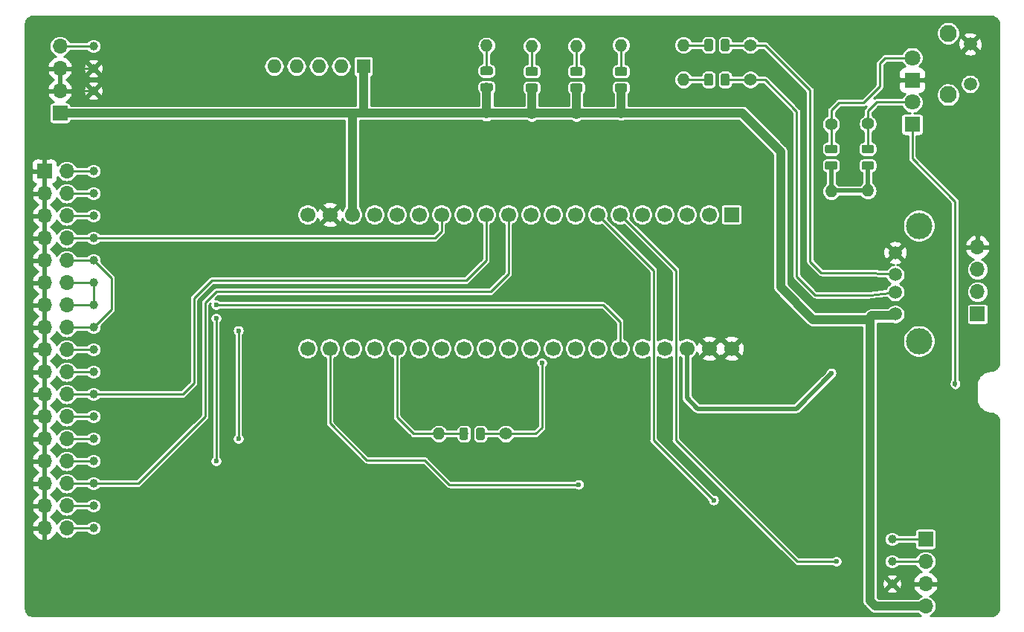
<source format=gbr>
G04 #@! TF.GenerationSoftware,KiCad,Pcbnew,(5.1.2)-2*
G04 #@! TF.CreationDate,2020-12-08T09:44:04+00:00*
G04 #@! TF.ProjectId,Greaseweazle F1 Gotek (USB-A),47726561-7365-4776-9561-7a6c65204631,1*
G04 #@! TF.SameCoordinates,PX6312cb0PY6bcb370*
G04 #@! TF.FileFunction,Copper,L1,Top*
G04 #@! TF.FilePolarity,Positive*
%FSLAX46Y46*%
G04 Gerber Fmt 4.6, Leading zero omitted, Abs format (unit mm)*
G04 Created by KiCad (PCBNEW (5.1.2)-2) date 2020-12-08 09:44:04*
%MOMM*%
%LPD*%
G04 APERTURE LIST*
%ADD10O,1.700000X1.700000*%
%ADD11R,1.700000X1.700000*%
%ADD12C,1.800000*%
%ADD13R,1.800000X1.800000*%
%ADD14C,1.501140*%
%ADD15C,2.999740*%
%ADD16C,1.700000*%
%ADD17O,1.400000X1.400000*%
%ADD18C,1.400000*%
%ADD19C,1.950000*%
%ADD20C,1.508000*%
%ADD21O,1.600000X1.600000*%
%ADD22R,1.600000X1.600000*%
%ADD23C,0.100000*%
%ADD24C,0.975000*%
%ADD25C,1.000000*%
%ADD26C,5.000000*%
%ADD27C,0.600000*%
%ADD28C,0.250000*%
%ADD29C,0.500000*%
%ADD30C,1.000000*%
%ADD31C,0.254000*%
G04 APERTURE END LIST*
D10*
X94234000Y-8890000D03*
X94234000Y-6350000D03*
X94234000Y-3810000D03*
D11*
X94234000Y-1270000D03*
D12*
X92710000Y48488600D03*
D13*
X92710000Y45948600D03*
D12*
X92710000Y53543200D03*
D13*
X92710000Y51003200D03*
D14*
X90784680Y31347120D03*
X90784680Y28847760D03*
X90784680Y26846240D03*
X90784680Y24346880D03*
D15*
X93494860Y34417980D03*
X93494860Y21276020D03*
D10*
X100152200Y31978600D03*
X100152200Y29438600D03*
X100152200Y26898600D03*
D11*
X100152200Y24358600D03*
D16*
X72136000Y20447000D03*
D11*
X72136000Y35687000D03*
D16*
X69596000Y20447000D03*
X69596000Y35687000D03*
X67056000Y20447000D03*
X67056000Y35687000D03*
X64516000Y20447000D03*
X64516000Y35687000D03*
X61976000Y20447000D03*
X61976000Y35687000D03*
X59436000Y20447000D03*
X59436000Y35687000D03*
X56896000Y20447000D03*
X56896000Y35687000D03*
X54356000Y20447000D03*
X54356000Y35687000D03*
X51816000Y20447000D03*
X51816000Y35687000D03*
X49276000Y20447000D03*
X49276000Y35687000D03*
X46736000Y20447000D03*
X46736000Y35687000D03*
X44196000Y20447000D03*
X44196000Y35687000D03*
X41656000Y20447000D03*
X41656000Y35687000D03*
X39116000Y20447000D03*
X39116000Y35687000D03*
X36576000Y20447000D03*
X36576000Y35687000D03*
X34036000Y20447000D03*
X34036000Y35687000D03*
X31496000Y20447000D03*
X31496000Y35687000D03*
X28956000Y20447000D03*
X28956000Y35687000D03*
X26416000Y20447000D03*
X26416000Y35687000D03*
X23876000Y20447000D03*
X23876000Y35687000D03*
D10*
X-4318000Y54864000D03*
X-4318000Y52324000D03*
X-4318000Y49784000D03*
D11*
X-4318000Y47244000D03*
D17*
X44259500Y54927500D03*
D18*
X44259500Y47307500D03*
X49403000Y47244000D03*
D17*
X49403000Y54864000D03*
X54483000Y54864000D03*
D18*
X54483000Y47244000D03*
X59563000Y47371000D03*
D17*
X59563000Y54991000D03*
X66675000Y54991000D03*
D18*
X74295000Y54991000D03*
X74295000Y51054000D03*
D17*
X66675000Y51054000D03*
D18*
X46418500Y10731500D03*
D17*
X38798500Y10731500D03*
X83489800Y38328600D03*
D18*
X83489800Y45948600D03*
X87655400Y46024800D03*
D17*
X87655400Y38404800D03*
D19*
X96814000Y56332000D03*
X96814000Y49332000D03*
D20*
X99314000Y55107000D03*
X99314000Y50557000D03*
D21*
X20066000Y52578000D03*
X22606000Y52578000D03*
X25146000Y52578000D03*
X27686000Y52578000D03*
D22*
X30226000Y52578000D03*
D23*
G36*
X88135542Y41763626D02*
G01*
X88159203Y41760116D01*
X88182407Y41754304D01*
X88204929Y41746246D01*
X88226553Y41736018D01*
X88247070Y41723721D01*
X88266283Y41709471D01*
X88284007Y41693407D01*
X88300071Y41675683D01*
X88314321Y41656470D01*
X88326618Y41635953D01*
X88336846Y41614329D01*
X88344904Y41591807D01*
X88350716Y41568603D01*
X88354226Y41544942D01*
X88355400Y41521050D01*
X88355400Y41033550D01*
X88354226Y41009658D01*
X88350716Y40985997D01*
X88344904Y40962793D01*
X88336846Y40940271D01*
X88326618Y40918647D01*
X88314321Y40898130D01*
X88300071Y40878917D01*
X88284007Y40861193D01*
X88266283Y40845129D01*
X88247070Y40830879D01*
X88226553Y40818582D01*
X88204929Y40808354D01*
X88182407Y40800296D01*
X88159203Y40794484D01*
X88135542Y40790974D01*
X88111650Y40789800D01*
X87199150Y40789800D01*
X87175258Y40790974D01*
X87151597Y40794484D01*
X87128393Y40800296D01*
X87105871Y40808354D01*
X87084247Y40818582D01*
X87063730Y40830879D01*
X87044517Y40845129D01*
X87026793Y40861193D01*
X87010729Y40878917D01*
X86996479Y40898130D01*
X86984182Y40918647D01*
X86973954Y40940271D01*
X86965896Y40962793D01*
X86960084Y40985997D01*
X86956574Y41009658D01*
X86955400Y41033550D01*
X86955400Y41521050D01*
X86956574Y41544942D01*
X86960084Y41568603D01*
X86965896Y41591807D01*
X86973954Y41614329D01*
X86984182Y41635953D01*
X86996479Y41656470D01*
X87010729Y41675683D01*
X87026793Y41693407D01*
X87044517Y41709471D01*
X87063730Y41723721D01*
X87084247Y41736018D01*
X87105871Y41746246D01*
X87128393Y41754304D01*
X87151597Y41760116D01*
X87175258Y41763626D01*
X87199150Y41764800D01*
X88111650Y41764800D01*
X88135542Y41763626D01*
X88135542Y41763626D01*
G37*
D24*
X87655400Y41277300D03*
D23*
G36*
X88135542Y43638626D02*
G01*
X88159203Y43635116D01*
X88182407Y43629304D01*
X88204929Y43621246D01*
X88226553Y43611018D01*
X88247070Y43598721D01*
X88266283Y43584471D01*
X88284007Y43568407D01*
X88300071Y43550683D01*
X88314321Y43531470D01*
X88326618Y43510953D01*
X88336846Y43489329D01*
X88344904Y43466807D01*
X88350716Y43443603D01*
X88354226Y43419942D01*
X88355400Y43396050D01*
X88355400Y42908550D01*
X88354226Y42884658D01*
X88350716Y42860997D01*
X88344904Y42837793D01*
X88336846Y42815271D01*
X88326618Y42793647D01*
X88314321Y42773130D01*
X88300071Y42753917D01*
X88284007Y42736193D01*
X88266283Y42720129D01*
X88247070Y42705879D01*
X88226553Y42693582D01*
X88204929Y42683354D01*
X88182407Y42675296D01*
X88159203Y42669484D01*
X88135542Y42665974D01*
X88111650Y42664800D01*
X87199150Y42664800D01*
X87175258Y42665974D01*
X87151597Y42669484D01*
X87128393Y42675296D01*
X87105871Y42683354D01*
X87084247Y42693582D01*
X87063730Y42705879D01*
X87044517Y42720129D01*
X87026793Y42736193D01*
X87010729Y42753917D01*
X86996479Y42773130D01*
X86984182Y42793647D01*
X86973954Y42815271D01*
X86965896Y42837793D01*
X86960084Y42860997D01*
X86956574Y42884658D01*
X86955400Y42908550D01*
X86955400Y43396050D01*
X86956574Y43419942D01*
X86960084Y43443603D01*
X86965896Y43466807D01*
X86973954Y43489329D01*
X86984182Y43510953D01*
X86996479Y43531470D01*
X87010729Y43550683D01*
X87026793Y43568407D01*
X87044517Y43584471D01*
X87063730Y43598721D01*
X87084247Y43611018D01*
X87105871Y43621246D01*
X87128393Y43629304D01*
X87151597Y43635116D01*
X87175258Y43638626D01*
X87199150Y43639800D01*
X88111650Y43639800D01*
X88135542Y43638626D01*
X88135542Y43638626D01*
G37*
D24*
X87655400Y43152300D03*
D25*
X-508000Y0D03*
X-508000Y2540000D03*
X-508000Y5080000D03*
X-508000Y7620000D03*
X-508000Y10160000D03*
X-508000Y12700000D03*
X-508000Y15240000D03*
X-508000Y17780000D03*
X-508000Y20320000D03*
X-508000Y22860000D03*
X-508000Y25400000D03*
X-508000Y27940000D03*
X-508000Y30480000D03*
X-508000Y33020000D03*
X-508000Y35560000D03*
X-508000Y38100000D03*
X-508000Y40640000D03*
X-508000Y54864000D03*
X-508000Y52324000D03*
X-508000Y49784000D03*
X-508000Y47244000D03*
X90424000Y-1270000D03*
X90424000Y-3810000D03*
X90424000Y-6350000D03*
X90424000Y-8890000D03*
D23*
G36*
X83969942Y41763626D02*
G01*
X83993603Y41760116D01*
X84016807Y41754304D01*
X84039329Y41746246D01*
X84060953Y41736018D01*
X84081470Y41723721D01*
X84100683Y41709471D01*
X84118407Y41693407D01*
X84134471Y41675683D01*
X84148721Y41656470D01*
X84161018Y41635953D01*
X84171246Y41614329D01*
X84179304Y41591807D01*
X84185116Y41568603D01*
X84188626Y41544942D01*
X84189800Y41521050D01*
X84189800Y41033550D01*
X84188626Y41009658D01*
X84185116Y40985997D01*
X84179304Y40962793D01*
X84171246Y40940271D01*
X84161018Y40918647D01*
X84148721Y40898130D01*
X84134471Y40878917D01*
X84118407Y40861193D01*
X84100683Y40845129D01*
X84081470Y40830879D01*
X84060953Y40818582D01*
X84039329Y40808354D01*
X84016807Y40800296D01*
X83993603Y40794484D01*
X83969942Y40790974D01*
X83946050Y40789800D01*
X83033550Y40789800D01*
X83009658Y40790974D01*
X82985997Y40794484D01*
X82962793Y40800296D01*
X82940271Y40808354D01*
X82918647Y40818582D01*
X82898130Y40830879D01*
X82878917Y40845129D01*
X82861193Y40861193D01*
X82845129Y40878917D01*
X82830879Y40898130D01*
X82818582Y40918647D01*
X82808354Y40940271D01*
X82800296Y40962793D01*
X82794484Y40985997D01*
X82790974Y41009658D01*
X82789800Y41033550D01*
X82789800Y41521050D01*
X82790974Y41544942D01*
X82794484Y41568603D01*
X82800296Y41591807D01*
X82808354Y41614329D01*
X82818582Y41635953D01*
X82830879Y41656470D01*
X82845129Y41675683D01*
X82861193Y41693407D01*
X82878917Y41709471D01*
X82898130Y41723721D01*
X82918647Y41736018D01*
X82940271Y41746246D01*
X82962793Y41754304D01*
X82985997Y41760116D01*
X83009658Y41763626D01*
X83033550Y41764800D01*
X83946050Y41764800D01*
X83969942Y41763626D01*
X83969942Y41763626D01*
G37*
D24*
X83489800Y41277300D03*
D23*
G36*
X83969942Y43638626D02*
G01*
X83993603Y43635116D01*
X84016807Y43629304D01*
X84039329Y43621246D01*
X84060953Y43611018D01*
X84081470Y43598721D01*
X84100683Y43584471D01*
X84118407Y43568407D01*
X84134471Y43550683D01*
X84148721Y43531470D01*
X84161018Y43510953D01*
X84171246Y43489329D01*
X84179304Y43466807D01*
X84185116Y43443603D01*
X84188626Y43419942D01*
X84189800Y43396050D01*
X84189800Y42908550D01*
X84188626Y42884658D01*
X84185116Y42860997D01*
X84179304Y42837793D01*
X84171246Y42815271D01*
X84161018Y42793647D01*
X84148721Y42773130D01*
X84134471Y42753917D01*
X84118407Y42736193D01*
X84100683Y42720129D01*
X84081470Y42705879D01*
X84060953Y42693582D01*
X84039329Y42683354D01*
X84016807Y42675296D01*
X83993603Y42669484D01*
X83969942Y42665974D01*
X83946050Y42664800D01*
X83033550Y42664800D01*
X83009658Y42665974D01*
X82985997Y42669484D01*
X82962793Y42675296D01*
X82940271Y42683354D01*
X82918647Y42693582D01*
X82898130Y42705879D01*
X82878917Y42720129D01*
X82861193Y42736193D01*
X82845129Y42753917D01*
X82830879Y42773130D01*
X82818582Y42793647D01*
X82808354Y42815271D01*
X82800296Y42837793D01*
X82794484Y42860997D01*
X82790974Y42884658D01*
X82789800Y42908550D01*
X82789800Y43396050D01*
X82790974Y43419942D01*
X82794484Y43443603D01*
X82800296Y43466807D01*
X82808354Y43489329D01*
X82818582Y43510953D01*
X82830879Y43531470D01*
X82845129Y43550683D01*
X82861193Y43568407D01*
X82878917Y43584471D01*
X82898130Y43598721D01*
X82918647Y43611018D01*
X82940271Y43621246D01*
X82962793Y43629304D01*
X82985997Y43635116D01*
X83009658Y43638626D01*
X83033550Y43639800D01*
X83946050Y43639800D01*
X83969942Y43638626D01*
X83969942Y43638626D01*
G37*
D24*
X83489800Y43152300D03*
D23*
G36*
X69815142Y51752826D02*
G01*
X69838803Y51749316D01*
X69862007Y51743504D01*
X69884529Y51735446D01*
X69906153Y51725218D01*
X69926670Y51712921D01*
X69945883Y51698671D01*
X69963607Y51682607D01*
X69979671Y51664883D01*
X69993921Y51645670D01*
X70006218Y51625153D01*
X70016446Y51603529D01*
X70024504Y51581007D01*
X70030316Y51557803D01*
X70033826Y51534142D01*
X70035000Y51510250D01*
X70035000Y50597750D01*
X70033826Y50573858D01*
X70030316Y50550197D01*
X70024504Y50526993D01*
X70016446Y50504471D01*
X70006218Y50482847D01*
X69993921Y50462330D01*
X69979671Y50443117D01*
X69963607Y50425393D01*
X69945883Y50409329D01*
X69926670Y50395079D01*
X69906153Y50382782D01*
X69884529Y50372554D01*
X69862007Y50364496D01*
X69838803Y50358684D01*
X69815142Y50355174D01*
X69791250Y50354000D01*
X69303750Y50354000D01*
X69279858Y50355174D01*
X69256197Y50358684D01*
X69232993Y50364496D01*
X69210471Y50372554D01*
X69188847Y50382782D01*
X69168330Y50395079D01*
X69149117Y50409329D01*
X69131393Y50425393D01*
X69115329Y50443117D01*
X69101079Y50462330D01*
X69088782Y50482847D01*
X69078554Y50504471D01*
X69070496Y50526993D01*
X69064684Y50550197D01*
X69061174Y50573858D01*
X69060000Y50597750D01*
X69060000Y51510250D01*
X69061174Y51534142D01*
X69064684Y51557803D01*
X69070496Y51581007D01*
X69078554Y51603529D01*
X69088782Y51625153D01*
X69101079Y51645670D01*
X69115329Y51664883D01*
X69131393Y51682607D01*
X69149117Y51698671D01*
X69168330Y51712921D01*
X69188847Y51725218D01*
X69210471Y51735446D01*
X69232993Y51743504D01*
X69256197Y51749316D01*
X69279858Y51752826D01*
X69303750Y51754000D01*
X69791250Y51754000D01*
X69815142Y51752826D01*
X69815142Y51752826D01*
G37*
D24*
X69547500Y51054000D03*
D23*
G36*
X71690142Y51752826D02*
G01*
X71713803Y51749316D01*
X71737007Y51743504D01*
X71759529Y51735446D01*
X71781153Y51725218D01*
X71801670Y51712921D01*
X71820883Y51698671D01*
X71838607Y51682607D01*
X71854671Y51664883D01*
X71868921Y51645670D01*
X71881218Y51625153D01*
X71891446Y51603529D01*
X71899504Y51581007D01*
X71905316Y51557803D01*
X71908826Y51534142D01*
X71910000Y51510250D01*
X71910000Y50597750D01*
X71908826Y50573858D01*
X71905316Y50550197D01*
X71899504Y50526993D01*
X71891446Y50504471D01*
X71881218Y50482847D01*
X71868921Y50462330D01*
X71854671Y50443117D01*
X71838607Y50425393D01*
X71820883Y50409329D01*
X71801670Y50395079D01*
X71781153Y50382782D01*
X71759529Y50372554D01*
X71737007Y50364496D01*
X71713803Y50358684D01*
X71690142Y50355174D01*
X71666250Y50354000D01*
X71178750Y50354000D01*
X71154858Y50355174D01*
X71131197Y50358684D01*
X71107993Y50364496D01*
X71085471Y50372554D01*
X71063847Y50382782D01*
X71043330Y50395079D01*
X71024117Y50409329D01*
X71006393Y50425393D01*
X70990329Y50443117D01*
X70976079Y50462330D01*
X70963782Y50482847D01*
X70953554Y50504471D01*
X70945496Y50526993D01*
X70939684Y50550197D01*
X70936174Y50573858D01*
X70935000Y50597750D01*
X70935000Y51510250D01*
X70936174Y51534142D01*
X70939684Y51557803D01*
X70945496Y51581007D01*
X70953554Y51603529D01*
X70963782Y51625153D01*
X70976079Y51645670D01*
X70990329Y51664883D01*
X71006393Y51682607D01*
X71024117Y51698671D01*
X71043330Y51712921D01*
X71063847Y51725218D01*
X71085471Y51735446D01*
X71107993Y51743504D01*
X71131197Y51749316D01*
X71154858Y51752826D01*
X71178750Y51754000D01*
X71666250Y51754000D01*
X71690142Y51752826D01*
X71690142Y51752826D01*
G37*
D24*
X71422500Y51054000D03*
D23*
G36*
X69815142Y55689826D02*
G01*
X69838803Y55686316D01*
X69862007Y55680504D01*
X69884529Y55672446D01*
X69906153Y55662218D01*
X69926670Y55649921D01*
X69945883Y55635671D01*
X69963607Y55619607D01*
X69979671Y55601883D01*
X69993921Y55582670D01*
X70006218Y55562153D01*
X70016446Y55540529D01*
X70024504Y55518007D01*
X70030316Y55494803D01*
X70033826Y55471142D01*
X70035000Y55447250D01*
X70035000Y54534750D01*
X70033826Y54510858D01*
X70030316Y54487197D01*
X70024504Y54463993D01*
X70016446Y54441471D01*
X70006218Y54419847D01*
X69993921Y54399330D01*
X69979671Y54380117D01*
X69963607Y54362393D01*
X69945883Y54346329D01*
X69926670Y54332079D01*
X69906153Y54319782D01*
X69884529Y54309554D01*
X69862007Y54301496D01*
X69838803Y54295684D01*
X69815142Y54292174D01*
X69791250Y54291000D01*
X69303750Y54291000D01*
X69279858Y54292174D01*
X69256197Y54295684D01*
X69232993Y54301496D01*
X69210471Y54309554D01*
X69188847Y54319782D01*
X69168330Y54332079D01*
X69149117Y54346329D01*
X69131393Y54362393D01*
X69115329Y54380117D01*
X69101079Y54399330D01*
X69088782Y54419847D01*
X69078554Y54441471D01*
X69070496Y54463993D01*
X69064684Y54487197D01*
X69061174Y54510858D01*
X69060000Y54534750D01*
X69060000Y55447250D01*
X69061174Y55471142D01*
X69064684Y55494803D01*
X69070496Y55518007D01*
X69078554Y55540529D01*
X69088782Y55562153D01*
X69101079Y55582670D01*
X69115329Y55601883D01*
X69131393Y55619607D01*
X69149117Y55635671D01*
X69168330Y55649921D01*
X69188847Y55662218D01*
X69210471Y55672446D01*
X69232993Y55680504D01*
X69256197Y55686316D01*
X69279858Y55689826D01*
X69303750Y55691000D01*
X69791250Y55691000D01*
X69815142Y55689826D01*
X69815142Y55689826D01*
G37*
D24*
X69547500Y54991000D03*
D23*
G36*
X71690142Y55689826D02*
G01*
X71713803Y55686316D01*
X71737007Y55680504D01*
X71759529Y55672446D01*
X71781153Y55662218D01*
X71801670Y55649921D01*
X71820883Y55635671D01*
X71838607Y55619607D01*
X71854671Y55601883D01*
X71868921Y55582670D01*
X71881218Y55562153D01*
X71891446Y55540529D01*
X71899504Y55518007D01*
X71905316Y55494803D01*
X71908826Y55471142D01*
X71910000Y55447250D01*
X71910000Y54534750D01*
X71908826Y54510858D01*
X71905316Y54487197D01*
X71899504Y54463993D01*
X71891446Y54441471D01*
X71881218Y54419847D01*
X71868921Y54399330D01*
X71854671Y54380117D01*
X71838607Y54362393D01*
X71820883Y54346329D01*
X71801670Y54332079D01*
X71781153Y54319782D01*
X71759529Y54309554D01*
X71737007Y54301496D01*
X71713803Y54295684D01*
X71690142Y54292174D01*
X71666250Y54291000D01*
X71178750Y54291000D01*
X71154858Y54292174D01*
X71131197Y54295684D01*
X71107993Y54301496D01*
X71085471Y54309554D01*
X71063847Y54319782D01*
X71043330Y54332079D01*
X71024117Y54346329D01*
X71006393Y54362393D01*
X70990329Y54380117D01*
X70976079Y54399330D01*
X70963782Y54419847D01*
X70953554Y54441471D01*
X70945496Y54463993D01*
X70939684Y54487197D01*
X70936174Y54510858D01*
X70935000Y54534750D01*
X70935000Y55447250D01*
X70936174Y55471142D01*
X70939684Y55494803D01*
X70945496Y55518007D01*
X70953554Y55540529D01*
X70963782Y55562153D01*
X70976079Y55582670D01*
X70990329Y55601883D01*
X71006393Y55619607D01*
X71024117Y55635671D01*
X71043330Y55649921D01*
X71063847Y55662218D01*
X71085471Y55672446D01*
X71107993Y55680504D01*
X71131197Y55686316D01*
X71154858Y55689826D01*
X71178750Y55691000D01*
X71666250Y55691000D01*
X71690142Y55689826D01*
X71690142Y55689826D01*
G37*
D24*
X71422500Y54991000D03*
D10*
X-3556000Y0D03*
X-6096000Y0D03*
X-3556000Y2540000D03*
X-6096000Y2540000D03*
X-3556000Y5080000D03*
X-6096000Y5080000D03*
X-3556000Y7620000D03*
X-6096000Y7620000D03*
X-3556000Y10160000D03*
X-6096000Y10160000D03*
X-3556000Y12700000D03*
X-6096000Y12700000D03*
X-3556000Y15240000D03*
X-6096000Y15240000D03*
X-3556000Y17780000D03*
X-6096000Y17780000D03*
X-3556000Y20320000D03*
X-6096000Y20320000D03*
X-3556000Y22860000D03*
X-6096000Y22860000D03*
X-3556000Y25400000D03*
X-6096000Y25400000D03*
X-3556000Y27940000D03*
X-6096000Y27940000D03*
X-3556000Y30480000D03*
X-6096000Y30480000D03*
X-3556000Y33020000D03*
X-6096000Y33020000D03*
X-3556000Y35560000D03*
X-6096000Y35560000D03*
X-3556000Y38100000D03*
X-6096000Y38100000D03*
X-3556000Y40640000D03*
D11*
X-6096000Y40640000D03*
D23*
G36*
X60043142Y52477826D02*
G01*
X60066803Y52474316D01*
X60090007Y52468504D01*
X60112529Y52460446D01*
X60134153Y52450218D01*
X60154670Y52437921D01*
X60173883Y52423671D01*
X60191607Y52407607D01*
X60207671Y52389883D01*
X60221921Y52370670D01*
X60234218Y52350153D01*
X60244446Y52328529D01*
X60252504Y52306007D01*
X60258316Y52282803D01*
X60261826Y52259142D01*
X60263000Y52235250D01*
X60263000Y51747750D01*
X60261826Y51723858D01*
X60258316Y51700197D01*
X60252504Y51676993D01*
X60244446Y51654471D01*
X60234218Y51632847D01*
X60221921Y51612330D01*
X60207671Y51593117D01*
X60191607Y51575393D01*
X60173883Y51559329D01*
X60154670Y51545079D01*
X60134153Y51532782D01*
X60112529Y51522554D01*
X60090007Y51514496D01*
X60066803Y51508684D01*
X60043142Y51505174D01*
X60019250Y51504000D01*
X59106750Y51504000D01*
X59082858Y51505174D01*
X59059197Y51508684D01*
X59035993Y51514496D01*
X59013471Y51522554D01*
X58991847Y51532782D01*
X58971330Y51545079D01*
X58952117Y51559329D01*
X58934393Y51575393D01*
X58918329Y51593117D01*
X58904079Y51612330D01*
X58891782Y51632847D01*
X58881554Y51654471D01*
X58873496Y51676993D01*
X58867684Y51700197D01*
X58864174Y51723858D01*
X58863000Y51747750D01*
X58863000Y52235250D01*
X58864174Y52259142D01*
X58867684Y52282803D01*
X58873496Y52306007D01*
X58881554Y52328529D01*
X58891782Y52350153D01*
X58904079Y52370670D01*
X58918329Y52389883D01*
X58934393Y52407607D01*
X58952117Y52423671D01*
X58971330Y52437921D01*
X58991847Y52450218D01*
X59013471Y52460446D01*
X59035993Y52468504D01*
X59059197Y52474316D01*
X59082858Y52477826D01*
X59106750Y52479000D01*
X60019250Y52479000D01*
X60043142Y52477826D01*
X60043142Y52477826D01*
G37*
D24*
X59563000Y51991500D03*
D23*
G36*
X60043142Y50602826D02*
G01*
X60066803Y50599316D01*
X60090007Y50593504D01*
X60112529Y50585446D01*
X60134153Y50575218D01*
X60154670Y50562921D01*
X60173883Y50548671D01*
X60191607Y50532607D01*
X60207671Y50514883D01*
X60221921Y50495670D01*
X60234218Y50475153D01*
X60244446Y50453529D01*
X60252504Y50431007D01*
X60258316Y50407803D01*
X60261826Y50384142D01*
X60263000Y50360250D01*
X60263000Y49872750D01*
X60261826Y49848858D01*
X60258316Y49825197D01*
X60252504Y49801993D01*
X60244446Y49779471D01*
X60234218Y49757847D01*
X60221921Y49737330D01*
X60207671Y49718117D01*
X60191607Y49700393D01*
X60173883Y49684329D01*
X60154670Y49670079D01*
X60134153Y49657782D01*
X60112529Y49647554D01*
X60090007Y49639496D01*
X60066803Y49633684D01*
X60043142Y49630174D01*
X60019250Y49629000D01*
X59106750Y49629000D01*
X59082858Y49630174D01*
X59059197Y49633684D01*
X59035993Y49639496D01*
X59013471Y49647554D01*
X58991847Y49657782D01*
X58971330Y49670079D01*
X58952117Y49684329D01*
X58934393Y49700393D01*
X58918329Y49718117D01*
X58904079Y49737330D01*
X58891782Y49757847D01*
X58881554Y49779471D01*
X58873496Y49801993D01*
X58867684Y49825197D01*
X58864174Y49848858D01*
X58863000Y49872750D01*
X58863000Y50360250D01*
X58864174Y50384142D01*
X58867684Y50407803D01*
X58873496Y50431007D01*
X58881554Y50453529D01*
X58891782Y50475153D01*
X58904079Y50495670D01*
X58918329Y50514883D01*
X58934393Y50532607D01*
X58952117Y50548671D01*
X58971330Y50562921D01*
X58991847Y50575218D01*
X59013471Y50585446D01*
X59035993Y50593504D01*
X59059197Y50599316D01*
X59082858Y50602826D01*
X59106750Y50604000D01*
X60019250Y50604000D01*
X60043142Y50602826D01*
X60043142Y50602826D01*
G37*
D24*
X59563000Y50116500D03*
D23*
G36*
X44739642Y52541326D02*
G01*
X44763303Y52537816D01*
X44786507Y52532004D01*
X44809029Y52523946D01*
X44830653Y52513718D01*
X44851170Y52501421D01*
X44870383Y52487171D01*
X44888107Y52471107D01*
X44904171Y52453383D01*
X44918421Y52434170D01*
X44930718Y52413653D01*
X44940946Y52392029D01*
X44949004Y52369507D01*
X44954816Y52346303D01*
X44958326Y52322642D01*
X44959500Y52298750D01*
X44959500Y51811250D01*
X44958326Y51787358D01*
X44954816Y51763697D01*
X44949004Y51740493D01*
X44940946Y51717971D01*
X44930718Y51696347D01*
X44918421Y51675830D01*
X44904171Y51656617D01*
X44888107Y51638893D01*
X44870383Y51622829D01*
X44851170Y51608579D01*
X44830653Y51596282D01*
X44809029Y51586054D01*
X44786507Y51577996D01*
X44763303Y51572184D01*
X44739642Y51568674D01*
X44715750Y51567500D01*
X43803250Y51567500D01*
X43779358Y51568674D01*
X43755697Y51572184D01*
X43732493Y51577996D01*
X43709971Y51586054D01*
X43688347Y51596282D01*
X43667830Y51608579D01*
X43648617Y51622829D01*
X43630893Y51638893D01*
X43614829Y51656617D01*
X43600579Y51675830D01*
X43588282Y51696347D01*
X43578054Y51717971D01*
X43569996Y51740493D01*
X43564184Y51763697D01*
X43560674Y51787358D01*
X43559500Y51811250D01*
X43559500Y52298750D01*
X43560674Y52322642D01*
X43564184Y52346303D01*
X43569996Y52369507D01*
X43578054Y52392029D01*
X43588282Y52413653D01*
X43600579Y52434170D01*
X43614829Y52453383D01*
X43630893Y52471107D01*
X43648617Y52487171D01*
X43667830Y52501421D01*
X43688347Y52513718D01*
X43709971Y52523946D01*
X43732493Y52532004D01*
X43755697Y52537816D01*
X43779358Y52541326D01*
X43803250Y52542500D01*
X44715750Y52542500D01*
X44739642Y52541326D01*
X44739642Y52541326D01*
G37*
D24*
X44259500Y52055000D03*
D23*
G36*
X44739642Y50666326D02*
G01*
X44763303Y50662816D01*
X44786507Y50657004D01*
X44809029Y50648946D01*
X44830653Y50638718D01*
X44851170Y50626421D01*
X44870383Y50612171D01*
X44888107Y50596107D01*
X44904171Y50578383D01*
X44918421Y50559170D01*
X44930718Y50538653D01*
X44940946Y50517029D01*
X44949004Y50494507D01*
X44954816Y50471303D01*
X44958326Y50447642D01*
X44959500Y50423750D01*
X44959500Y49936250D01*
X44958326Y49912358D01*
X44954816Y49888697D01*
X44949004Y49865493D01*
X44940946Y49842971D01*
X44930718Y49821347D01*
X44918421Y49800830D01*
X44904171Y49781617D01*
X44888107Y49763893D01*
X44870383Y49747829D01*
X44851170Y49733579D01*
X44830653Y49721282D01*
X44809029Y49711054D01*
X44786507Y49702996D01*
X44763303Y49697184D01*
X44739642Y49693674D01*
X44715750Y49692500D01*
X43803250Y49692500D01*
X43779358Y49693674D01*
X43755697Y49697184D01*
X43732493Y49702996D01*
X43709971Y49711054D01*
X43688347Y49721282D01*
X43667830Y49733579D01*
X43648617Y49747829D01*
X43630893Y49763893D01*
X43614829Y49781617D01*
X43600579Y49800830D01*
X43588282Y49821347D01*
X43578054Y49842971D01*
X43569996Y49865493D01*
X43564184Y49888697D01*
X43560674Y49912358D01*
X43559500Y49936250D01*
X43559500Y50423750D01*
X43560674Y50447642D01*
X43564184Y50471303D01*
X43569996Y50494507D01*
X43578054Y50517029D01*
X43588282Y50538653D01*
X43600579Y50559170D01*
X43614829Y50578383D01*
X43630893Y50596107D01*
X43648617Y50612171D01*
X43667830Y50626421D01*
X43688347Y50638718D01*
X43709971Y50648946D01*
X43732493Y50657004D01*
X43755697Y50662816D01*
X43779358Y50666326D01*
X43803250Y50667500D01*
X44715750Y50667500D01*
X44739642Y50666326D01*
X44739642Y50666326D01*
G37*
D24*
X44259500Y50180000D03*
D23*
G36*
X49883142Y52477826D02*
G01*
X49906803Y52474316D01*
X49930007Y52468504D01*
X49952529Y52460446D01*
X49974153Y52450218D01*
X49994670Y52437921D01*
X50013883Y52423671D01*
X50031607Y52407607D01*
X50047671Y52389883D01*
X50061921Y52370670D01*
X50074218Y52350153D01*
X50084446Y52328529D01*
X50092504Y52306007D01*
X50098316Y52282803D01*
X50101826Y52259142D01*
X50103000Y52235250D01*
X50103000Y51747750D01*
X50101826Y51723858D01*
X50098316Y51700197D01*
X50092504Y51676993D01*
X50084446Y51654471D01*
X50074218Y51632847D01*
X50061921Y51612330D01*
X50047671Y51593117D01*
X50031607Y51575393D01*
X50013883Y51559329D01*
X49994670Y51545079D01*
X49974153Y51532782D01*
X49952529Y51522554D01*
X49930007Y51514496D01*
X49906803Y51508684D01*
X49883142Y51505174D01*
X49859250Y51504000D01*
X48946750Y51504000D01*
X48922858Y51505174D01*
X48899197Y51508684D01*
X48875993Y51514496D01*
X48853471Y51522554D01*
X48831847Y51532782D01*
X48811330Y51545079D01*
X48792117Y51559329D01*
X48774393Y51575393D01*
X48758329Y51593117D01*
X48744079Y51612330D01*
X48731782Y51632847D01*
X48721554Y51654471D01*
X48713496Y51676993D01*
X48707684Y51700197D01*
X48704174Y51723858D01*
X48703000Y51747750D01*
X48703000Y52235250D01*
X48704174Y52259142D01*
X48707684Y52282803D01*
X48713496Y52306007D01*
X48721554Y52328529D01*
X48731782Y52350153D01*
X48744079Y52370670D01*
X48758329Y52389883D01*
X48774393Y52407607D01*
X48792117Y52423671D01*
X48811330Y52437921D01*
X48831847Y52450218D01*
X48853471Y52460446D01*
X48875993Y52468504D01*
X48899197Y52474316D01*
X48922858Y52477826D01*
X48946750Y52479000D01*
X49859250Y52479000D01*
X49883142Y52477826D01*
X49883142Y52477826D01*
G37*
D24*
X49403000Y51991500D03*
D23*
G36*
X49883142Y50602826D02*
G01*
X49906803Y50599316D01*
X49930007Y50593504D01*
X49952529Y50585446D01*
X49974153Y50575218D01*
X49994670Y50562921D01*
X50013883Y50548671D01*
X50031607Y50532607D01*
X50047671Y50514883D01*
X50061921Y50495670D01*
X50074218Y50475153D01*
X50084446Y50453529D01*
X50092504Y50431007D01*
X50098316Y50407803D01*
X50101826Y50384142D01*
X50103000Y50360250D01*
X50103000Y49872750D01*
X50101826Y49848858D01*
X50098316Y49825197D01*
X50092504Y49801993D01*
X50084446Y49779471D01*
X50074218Y49757847D01*
X50061921Y49737330D01*
X50047671Y49718117D01*
X50031607Y49700393D01*
X50013883Y49684329D01*
X49994670Y49670079D01*
X49974153Y49657782D01*
X49952529Y49647554D01*
X49930007Y49639496D01*
X49906803Y49633684D01*
X49883142Y49630174D01*
X49859250Y49629000D01*
X48946750Y49629000D01*
X48922858Y49630174D01*
X48899197Y49633684D01*
X48875993Y49639496D01*
X48853471Y49647554D01*
X48831847Y49657782D01*
X48811330Y49670079D01*
X48792117Y49684329D01*
X48774393Y49700393D01*
X48758329Y49718117D01*
X48744079Y49737330D01*
X48731782Y49757847D01*
X48721554Y49779471D01*
X48713496Y49801993D01*
X48707684Y49825197D01*
X48704174Y49848858D01*
X48703000Y49872750D01*
X48703000Y50360250D01*
X48704174Y50384142D01*
X48707684Y50407803D01*
X48713496Y50431007D01*
X48721554Y50453529D01*
X48731782Y50475153D01*
X48744079Y50495670D01*
X48758329Y50514883D01*
X48774393Y50532607D01*
X48792117Y50548671D01*
X48811330Y50562921D01*
X48831847Y50575218D01*
X48853471Y50585446D01*
X48875993Y50593504D01*
X48899197Y50599316D01*
X48922858Y50602826D01*
X48946750Y50604000D01*
X49859250Y50604000D01*
X49883142Y50602826D01*
X49883142Y50602826D01*
G37*
D24*
X49403000Y50116500D03*
D23*
G36*
X54963142Y52477826D02*
G01*
X54986803Y52474316D01*
X55010007Y52468504D01*
X55032529Y52460446D01*
X55054153Y52450218D01*
X55074670Y52437921D01*
X55093883Y52423671D01*
X55111607Y52407607D01*
X55127671Y52389883D01*
X55141921Y52370670D01*
X55154218Y52350153D01*
X55164446Y52328529D01*
X55172504Y52306007D01*
X55178316Y52282803D01*
X55181826Y52259142D01*
X55183000Y52235250D01*
X55183000Y51747750D01*
X55181826Y51723858D01*
X55178316Y51700197D01*
X55172504Y51676993D01*
X55164446Y51654471D01*
X55154218Y51632847D01*
X55141921Y51612330D01*
X55127671Y51593117D01*
X55111607Y51575393D01*
X55093883Y51559329D01*
X55074670Y51545079D01*
X55054153Y51532782D01*
X55032529Y51522554D01*
X55010007Y51514496D01*
X54986803Y51508684D01*
X54963142Y51505174D01*
X54939250Y51504000D01*
X54026750Y51504000D01*
X54002858Y51505174D01*
X53979197Y51508684D01*
X53955993Y51514496D01*
X53933471Y51522554D01*
X53911847Y51532782D01*
X53891330Y51545079D01*
X53872117Y51559329D01*
X53854393Y51575393D01*
X53838329Y51593117D01*
X53824079Y51612330D01*
X53811782Y51632847D01*
X53801554Y51654471D01*
X53793496Y51676993D01*
X53787684Y51700197D01*
X53784174Y51723858D01*
X53783000Y51747750D01*
X53783000Y52235250D01*
X53784174Y52259142D01*
X53787684Y52282803D01*
X53793496Y52306007D01*
X53801554Y52328529D01*
X53811782Y52350153D01*
X53824079Y52370670D01*
X53838329Y52389883D01*
X53854393Y52407607D01*
X53872117Y52423671D01*
X53891330Y52437921D01*
X53911847Y52450218D01*
X53933471Y52460446D01*
X53955993Y52468504D01*
X53979197Y52474316D01*
X54002858Y52477826D01*
X54026750Y52479000D01*
X54939250Y52479000D01*
X54963142Y52477826D01*
X54963142Y52477826D01*
G37*
D24*
X54483000Y51991500D03*
D23*
G36*
X54963142Y50602826D02*
G01*
X54986803Y50599316D01*
X55010007Y50593504D01*
X55032529Y50585446D01*
X55054153Y50575218D01*
X55074670Y50562921D01*
X55093883Y50548671D01*
X55111607Y50532607D01*
X55127671Y50514883D01*
X55141921Y50495670D01*
X55154218Y50475153D01*
X55164446Y50453529D01*
X55172504Y50431007D01*
X55178316Y50407803D01*
X55181826Y50384142D01*
X55183000Y50360250D01*
X55183000Y49872750D01*
X55181826Y49848858D01*
X55178316Y49825197D01*
X55172504Y49801993D01*
X55164446Y49779471D01*
X55154218Y49757847D01*
X55141921Y49737330D01*
X55127671Y49718117D01*
X55111607Y49700393D01*
X55093883Y49684329D01*
X55074670Y49670079D01*
X55054153Y49657782D01*
X55032529Y49647554D01*
X55010007Y49639496D01*
X54986803Y49633684D01*
X54963142Y49630174D01*
X54939250Y49629000D01*
X54026750Y49629000D01*
X54002858Y49630174D01*
X53979197Y49633684D01*
X53955993Y49639496D01*
X53933471Y49647554D01*
X53911847Y49657782D01*
X53891330Y49670079D01*
X53872117Y49684329D01*
X53854393Y49700393D01*
X53838329Y49718117D01*
X53824079Y49737330D01*
X53811782Y49757847D01*
X53801554Y49779471D01*
X53793496Y49801993D01*
X53787684Y49825197D01*
X53784174Y49848858D01*
X53783000Y49872750D01*
X53783000Y50360250D01*
X53784174Y50384142D01*
X53787684Y50407803D01*
X53793496Y50431007D01*
X53801554Y50453529D01*
X53811782Y50475153D01*
X53824079Y50495670D01*
X53838329Y50514883D01*
X53854393Y50532607D01*
X53872117Y50548671D01*
X53891330Y50562921D01*
X53911847Y50575218D01*
X53933471Y50585446D01*
X53955993Y50593504D01*
X53979197Y50599316D01*
X54002858Y50602826D01*
X54026750Y50604000D01*
X54939250Y50604000D01*
X54963142Y50602826D01*
X54963142Y50602826D01*
G37*
D24*
X54483000Y50116500D03*
D23*
G36*
X41938642Y11430326D02*
G01*
X41962303Y11426816D01*
X41985507Y11421004D01*
X42008029Y11412946D01*
X42029653Y11402718D01*
X42050170Y11390421D01*
X42069383Y11376171D01*
X42087107Y11360107D01*
X42103171Y11342383D01*
X42117421Y11323170D01*
X42129718Y11302653D01*
X42139946Y11281029D01*
X42148004Y11258507D01*
X42153816Y11235303D01*
X42157326Y11211642D01*
X42158500Y11187750D01*
X42158500Y10275250D01*
X42157326Y10251358D01*
X42153816Y10227697D01*
X42148004Y10204493D01*
X42139946Y10181971D01*
X42129718Y10160347D01*
X42117421Y10139830D01*
X42103171Y10120617D01*
X42087107Y10102893D01*
X42069383Y10086829D01*
X42050170Y10072579D01*
X42029653Y10060282D01*
X42008029Y10050054D01*
X41985507Y10041996D01*
X41962303Y10036184D01*
X41938642Y10032674D01*
X41914750Y10031500D01*
X41427250Y10031500D01*
X41403358Y10032674D01*
X41379697Y10036184D01*
X41356493Y10041996D01*
X41333971Y10050054D01*
X41312347Y10060282D01*
X41291830Y10072579D01*
X41272617Y10086829D01*
X41254893Y10102893D01*
X41238829Y10120617D01*
X41224579Y10139830D01*
X41212282Y10160347D01*
X41202054Y10181971D01*
X41193996Y10204493D01*
X41188184Y10227697D01*
X41184674Y10251358D01*
X41183500Y10275250D01*
X41183500Y11187750D01*
X41184674Y11211642D01*
X41188184Y11235303D01*
X41193996Y11258507D01*
X41202054Y11281029D01*
X41212282Y11302653D01*
X41224579Y11323170D01*
X41238829Y11342383D01*
X41254893Y11360107D01*
X41272617Y11376171D01*
X41291830Y11390421D01*
X41312347Y11402718D01*
X41333971Y11412946D01*
X41356493Y11421004D01*
X41379697Y11426816D01*
X41403358Y11430326D01*
X41427250Y11431500D01*
X41914750Y11431500D01*
X41938642Y11430326D01*
X41938642Y11430326D01*
G37*
D24*
X41671000Y10731500D03*
D23*
G36*
X43813642Y11430326D02*
G01*
X43837303Y11426816D01*
X43860507Y11421004D01*
X43883029Y11412946D01*
X43904653Y11402718D01*
X43925170Y11390421D01*
X43944383Y11376171D01*
X43962107Y11360107D01*
X43978171Y11342383D01*
X43992421Y11323170D01*
X44004718Y11302653D01*
X44014946Y11281029D01*
X44023004Y11258507D01*
X44028816Y11235303D01*
X44032326Y11211642D01*
X44033500Y11187750D01*
X44033500Y10275250D01*
X44032326Y10251358D01*
X44028816Y10227697D01*
X44023004Y10204493D01*
X44014946Y10181971D01*
X44004718Y10160347D01*
X43992421Y10139830D01*
X43978171Y10120617D01*
X43962107Y10102893D01*
X43944383Y10086829D01*
X43925170Y10072579D01*
X43904653Y10060282D01*
X43883029Y10050054D01*
X43860507Y10041996D01*
X43837303Y10036184D01*
X43813642Y10032674D01*
X43789750Y10031500D01*
X43302250Y10031500D01*
X43278358Y10032674D01*
X43254697Y10036184D01*
X43231493Y10041996D01*
X43208971Y10050054D01*
X43187347Y10060282D01*
X43166830Y10072579D01*
X43147617Y10086829D01*
X43129893Y10102893D01*
X43113829Y10120617D01*
X43099579Y10139830D01*
X43087282Y10160347D01*
X43077054Y10181971D01*
X43068996Y10204493D01*
X43063184Y10227697D01*
X43059674Y10251358D01*
X43058500Y10275250D01*
X43058500Y11187750D01*
X43059674Y11211642D01*
X43063184Y11235303D01*
X43068996Y11258507D01*
X43077054Y11281029D01*
X43087282Y11302653D01*
X43099579Y11323170D01*
X43113829Y11342383D01*
X43129893Y11360107D01*
X43147617Y11376171D01*
X43166830Y11390421D01*
X43187347Y11402718D01*
X43208971Y11412946D01*
X43231493Y11421004D01*
X43254697Y11426816D01*
X43278358Y11430326D01*
X43302250Y11431500D01*
X43789750Y11431500D01*
X43813642Y11430326D01*
X43813642Y11430326D01*
G37*
D24*
X43546000Y10731500D03*
D26*
X35687000Y52387500D03*
X14605000Y52387500D03*
X14605000Y2667000D03*
X35687000Y2667000D03*
X85471000Y52387500D03*
D27*
X83489800Y38328600D03*
X83502502Y17653000D03*
X13462000Y7620000D03*
X13462000Y23876000D03*
X16002000Y10160000D03*
X16002000Y22479000D03*
X13462000Y25400000D03*
X70103994Y3174994D03*
X84074000Y-3810004D03*
X50546000Y18796000D03*
X97612200Y16433800D03*
X54737004Y4953000D03*
D28*
X-4318000Y52324000D02*
X-508000Y52324000D01*
X-4318000Y49784000D02*
X-508000Y49784000D01*
X-508000Y52324000D02*
X-508000Y52324000D01*
X-508000Y49784000D02*
X-508000Y49784000D01*
D29*
X83489800Y38341300D02*
X83489800Y41277300D01*
X87655400Y38404800D02*
X87655400Y41277300D01*
X87680800Y38379400D02*
X87655400Y38404800D01*
X83566000Y38404800D02*
X83489800Y38328600D01*
X87655400Y38404800D02*
X83566000Y38404800D01*
X83502502Y17589502D02*
X83502502Y17653000D01*
X79502000Y13589000D02*
X83502502Y17589502D01*
X68262500Y13589000D02*
X79502000Y13589000D01*
X67056000Y20447000D02*
X67056000Y14795500D01*
X67056000Y14795500D02*
X68262500Y13589000D01*
D30*
X28956000Y35687000D02*
X28956000Y47244000D01*
X-4318000Y47244000D02*
X-508000Y47244000D01*
D28*
X90747560Y24384000D02*
X90784680Y24346880D01*
D30*
X-508000Y47244000D02*
X-508000Y47244000D01*
X44259500Y47307500D02*
X44259500Y50180000D01*
X49403000Y47244000D02*
X49403000Y50116500D01*
X54483000Y47244000D02*
X54483000Y50116500D01*
X59563000Y50116500D02*
X59563000Y47371000D01*
X87884000Y24003000D02*
X87630000Y23749000D01*
X81407000Y23749000D02*
X77724000Y27432000D01*
X77724000Y27432000D02*
X77724000Y42867386D01*
X87630000Y23749000D02*
X81407000Y23749000D01*
X77724000Y42867386D02*
X73347386Y47244000D01*
X73347386Y47244000D02*
X35052000Y47244000D01*
X90565366Y24201806D02*
X90747560Y24384000D01*
X87884000Y24003000D02*
X88082806Y24201806D01*
X88082806Y24201806D02*
X90565366Y24201806D01*
X30226000Y47498000D02*
X29972000Y47244000D01*
X30226000Y52578000D02*
X30226000Y47498000D01*
X35052000Y47244000D02*
X29972000Y47244000D01*
X29972000Y47244000D02*
X-508000Y47244000D01*
X90424000Y-8890000D02*
X94234000Y-8890000D01*
X88519000Y-8890000D02*
X90424000Y-8890000D01*
X87884000Y24003000D02*
X87884000Y-8255000D01*
X87884000Y-8255000D02*
X88519000Y-8890000D01*
D28*
X83489800Y45961300D02*
X83489800Y43152300D01*
X89636600Y53543200D02*
X92710000Y53543200D01*
X83489800Y45948600D02*
X83489800Y47548800D01*
X84404200Y48463200D02*
X87198200Y48463200D01*
X87198200Y48463200D02*
X89014300Y50279300D01*
X83489800Y47548800D02*
X84404200Y48463200D01*
X89014300Y50279300D02*
X89014300Y52920900D01*
X89014300Y52920900D02*
X89636600Y53543200D01*
X-3556000Y0D02*
X-508000Y0D01*
X-508000Y2540000D02*
X-3556000Y2540000D01*
X2286000Y5080000D02*
X-3556000Y5080000D01*
X4572000Y5080000D02*
X2286000Y5080000D01*
X46736000Y28956000D02*
X44704000Y26924000D01*
X46736000Y35687000D02*
X46736000Y28956000D01*
X44704000Y26924000D02*
X13462000Y26924000D01*
X13462000Y26924000D02*
X12192000Y25654000D01*
X12192000Y25654000D02*
X12192000Y12700000D01*
X12192000Y12700000D02*
X4572000Y5080000D01*
X59563000Y54991000D02*
X59563000Y51991500D01*
X13462000Y7620000D02*
X13462000Y23876000D01*
X-3556000Y7620000D02*
X-508000Y7620000D01*
X44259500Y54927500D02*
X44259500Y52055000D01*
X-3556000Y10160000D02*
X-508000Y10160000D01*
X16002000Y10160000D02*
X16002000Y22479000D01*
X49403000Y54864000D02*
X49403000Y51991500D01*
X-508000Y12700000D02*
X-3556000Y12700000D01*
X2286000Y15240000D02*
X2286000Y15240000D01*
X2286000Y15240000D02*
X-3556000Y15240000D01*
X44196000Y30480000D02*
X41910000Y28194000D01*
X9652000Y15240000D02*
X2286000Y15240000D01*
X44196000Y35687000D02*
X44196000Y30480000D01*
X41910000Y28194000D02*
X12954000Y28194000D01*
X12954000Y28194000D02*
X10922000Y26162000D01*
X10922000Y26162000D02*
X10922000Y16510000D01*
X10922000Y16510000D02*
X9652000Y15240000D01*
X-508000Y17780000D02*
X-3556000Y17780000D01*
X-508000Y20320000D02*
X-3556000Y20320000D01*
X38354000Y33020000D02*
X2286000Y33020000D01*
X39116000Y35687000D02*
X39116000Y33782000D01*
X39116000Y33782000D02*
X38354000Y33020000D01*
X2286000Y33020000D02*
X-3556000Y33020000D01*
X54483000Y54864000D02*
X54483000Y51991500D01*
X-3556000Y35560000D02*
X-508000Y35560000D01*
X-2353919Y38100000D02*
X-508000Y38100000D01*
X-3556000Y38100000D02*
X-2353919Y38100000D01*
X-508000Y40640000D02*
X-3556000Y40640000D01*
X71422500Y54991000D02*
X74295000Y54991000D01*
X87884000Y29083000D02*
X90784680Y28847760D01*
X82346800Y29083000D02*
X87884000Y29083000D01*
X81102200Y30327600D02*
X82346800Y29083000D01*
X81102200Y49834800D02*
X81102200Y30327600D01*
X74295000Y54991000D02*
X75946000Y54991000D01*
X75946000Y54991000D02*
X81102200Y49834800D01*
X71422500Y51054000D02*
X74295000Y51054000D01*
X87884000Y26543000D02*
X90784680Y26846240D01*
X81661000Y26543000D02*
X87884000Y26543000D01*
X79578200Y28625800D02*
X81661000Y26543000D01*
X79578200Y47421800D02*
X79578200Y28625800D01*
X74295000Y51054000D02*
X75946000Y51054000D01*
X75946000Y51054000D02*
X79578200Y47421800D01*
X-4318000Y54864000D02*
X-508000Y54864000D01*
X-508000Y54864000D02*
X-508000Y54864000D01*
X38798500Y10731500D02*
X41480500Y10731500D01*
X35941000Y10731500D02*
X38798500Y10731500D01*
X34036000Y20447000D02*
X34036000Y12636500D01*
X34036000Y12636500D02*
X35941000Y10731500D01*
X59436000Y23495000D02*
X59436000Y20447000D01*
X57531000Y25400000D02*
X59436000Y23495000D01*
X13462000Y25400000D02*
X57531000Y25400000D01*
X-1270000Y25400000D02*
X-3556000Y25400000D01*
X-508000Y25400000D02*
X-1270000Y25400000D01*
X-508000Y27940000D02*
X-508000Y25400000D01*
X-3556000Y27940000D02*
X-508000Y27940000D01*
X90424000Y-1270000D02*
X94234000Y-1270000D01*
X69803995Y3474993D02*
X70103994Y3174994D01*
X56896000Y35687000D02*
X63246000Y29337000D01*
X63246000Y29337000D02*
X63246000Y10032988D01*
X63246000Y10032988D02*
X69803995Y3474993D01*
X90424000Y-3810000D02*
X94234000Y-3810000D01*
X84073996Y-3810000D02*
X84074000Y-3810004D01*
X79629000Y-3810000D02*
X84073996Y-3810000D01*
X65786000Y10033000D02*
X79629000Y-3810000D01*
X59436000Y35687000D02*
X65786000Y29337000D01*
X65786000Y29337000D02*
X65786000Y10033000D01*
X-508000Y30480000D02*
X-3556000Y30480000D01*
X-3556000Y22860000D02*
X-508000Y22860000D01*
X1524000Y28448000D02*
X-508000Y30480000D01*
X-508000Y22860000D02*
X1524000Y24892000D01*
X1524000Y24892000D02*
X1524000Y28448000D01*
X45428551Y10731500D02*
X43355500Y10731500D01*
X46418500Y10731500D02*
X45428551Y10731500D01*
X66675000Y54991000D02*
X69547500Y54991000D01*
X50546000Y11430000D02*
X50546000Y18796000D01*
X43546000Y10731500D02*
X49847500Y10731500D01*
X49847500Y10731500D02*
X50546000Y11430000D01*
X66675000Y51054000D02*
X69547500Y51054000D01*
X87655400Y43152300D02*
X87655400Y46024800D01*
X87655400Y47498000D02*
X87655400Y46024800D01*
X92710000Y48488600D02*
X88646000Y48488600D01*
X88646000Y48488600D02*
X87655400Y47498000D01*
X97612200Y16192500D02*
X97612200Y16433800D01*
X92710000Y42087800D02*
X92710000Y45948600D01*
X97612200Y16433800D02*
X97612200Y37185600D01*
X97612200Y37185600D02*
X92710000Y42087800D01*
X54312740Y4953000D02*
X54737004Y4953000D01*
X40005000Y4953000D02*
X54312740Y4953000D01*
X37211000Y7747000D02*
X40005000Y4953000D01*
X30607000Y7747000D02*
X37211000Y7747000D01*
X26416000Y20447000D02*
X26416000Y11938000D01*
X26416000Y11938000D02*
X30607000Y7747000D01*
D31*
G36*
X101674127Y58260002D02*
G01*
X101861441Y58241636D01*
X102022501Y58193008D01*
X102171054Y58114021D01*
X102301430Y58007690D01*
X102408674Y57878054D01*
X102488695Y57730058D01*
X102538446Y57569339D01*
X102558000Y57383293D01*
X102558001Y18815864D01*
X102539636Y18628559D01*
X102491008Y18467497D01*
X102412023Y18318949D01*
X102305689Y18188570D01*
X102176054Y18081326D01*
X102028058Y18001305D01*
X101867339Y17951554D01*
X101664056Y17930188D01*
X101648339Y17930298D01*
X101642697Y17929745D01*
X101396193Y17903837D01*
X101360140Y17896436D01*
X101324000Y17889542D01*
X101318573Y17887904D01*
X101081797Y17814609D01*
X101047874Y17800349D01*
X101013758Y17786565D01*
X101008752Y17783904D01*
X100790722Y17666016D01*
X100760181Y17645416D01*
X100729424Y17625289D01*
X100725030Y17621706D01*
X100534050Y17463713D01*
X100508116Y17437597D01*
X100481831Y17411857D01*
X100478217Y17407489D01*
X100321563Y17215411D01*
X100301199Y17184762D01*
X100280409Y17154398D01*
X100277719Y17149422D01*
X100277713Y17149413D01*
X100277709Y17149404D01*
X100161350Y16930564D01*
X100147326Y16896539D01*
X100132832Y16862722D01*
X100131156Y16857307D01*
X100059516Y16620026D01*
X100052365Y16583910D01*
X100044718Y16547935D01*
X100044125Y16542297D01*
X100019938Y16295619D01*
X100018000Y16275940D01*
X100018001Y14712059D01*
X100019757Y14694230D01*
X100019702Y14686338D01*
X100020255Y14680696D01*
X100046163Y14434193D01*
X100053564Y14398140D01*
X100060458Y14362000D01*
X100062096Y14356573D01*
X100135391Y14119797D01*
X100149651Y14085874D01*
X100163435Y14051758D01*
X100166096Y14046752D01*
X100283984Y13828722D01*
X100304584Y13798181D01*
X100324711Y13767424D01*
X100328294Y13763030D01*
X100486287Y13572050D01*
X100512438Y13546080D01*
X100538143Y13519832D01*
X100542505Y13516223D01*
X100542511Y13516217D01*
X100542518Y13516213D01*
X100734589Y13359563D01*
X100765265Y13339182D01*
X100795602Y13318410D01*
X100800583Y13315716D01*
X100800587Y13315713D01*
X100800591Y13315711D01*
X101019436Y13199350D01*
X101053473Y13185321D01*
X101087278Y13170832D01*
X101092687Y13169158D01*
X101092694Y13169155D01*
X101092701Y13169154D01*
X101329974Y13097516D01*
X101366090Y13090365D01*
X101402065Y13082718D01*
X101407701Y13082125D01*
X101407703Y13082125D01*
X101654381Y13057938D01*
X101861441Y13037636D01*
X102022501Y12989008D01*
X102171054Y12910021D01*
X102301430Y12803690D01*
X102408674Y12674054D01*
X102488695Y12526058D01*
X102538446Y12365339D01*
X102558000Y12179293D01*
X102558001Y-9124136D01*
X102539636Y-9311441D01*
X102491008Y-9472503D01*
X102412023Y-9621051D01*
X102305689Y-9751430D01*
X102176054Y-9858674D01*
X102028058Y-9938695D01*
X101867339Y-9988446D01*
X101681293Y-10008000D01*
X94753757Y-10008000D01*
X94921216Y-9918491D01*
X95108660Y-9764660D01*
X95262491Y-9577216D01*
X95376798Y-9363363D01*
X95447188Y-9131318D01*
X95470956Y-8890000D01*
X95447188Y-8648682D01*
X95376798Y-8416637D01*
X95262491Y-8202784D01*
X95108660Y-8015340D01*
X94921216Y-7861509D01*
X94710695Y-7748983D01*
X94865252Y-7694157D01*
X95115355Y-7545178D01*
X95331588Y-7350269D01*
X95505641Y-7116920D01*
X95630825Y-6854099D01*
X95675476Y-6706890D01*
X95554155Y-6477000D01*
X94361000Y-6477000D01*
X94361000Y-6497000D01*
X94107000Y-6497000D01*
X94107000Y-6477000D01*
X92913845Y-6477000D01*
X92792524Y-6706890D01*
X92837175Y-6854099D01*
X92962359Y-7116920D01*
X93136412Y-7350269D01*
X93352645Y-7545178D01*
X93602748Y-7694157D01*
X93757305Y-7748983D01*
X93546784Y-7861509D01*
X93367065Y-8009000D01*
X88883922Y-8009000D01*
X88765000Y-7890079D01*
X88765000Y-7128166D01*
X89825439Y-7128166D01*
X89860550Y-7341588D01*
X90064826Y-7432458D01*
X90282905Y-7481731D01*
X90506406Y-7487511D01*
X90726740Y-7449577D01*
X90935440Y-7369387D01*
X90987450Y-7341588D01*
X91022561Y-7128166D01*
X90424000Y-6529605D01*
X89825439Y-7128166D01*
X88765000Y-7128166D01*
X88765000Y-6432406D01*
X89286489Y-6432406D01*
X89324423Y-6652740D01*
X89404613Y-6861440D01*
X89432412Y-6913450D01*
X89645834Y-6948561D01*
X90244395Y-6350000D01*
X90603605Y-6350000D01*
X91202166Y-6948561D01*
X91415588Y-6913450D01*
X91506458Y-6709174D01*
X91555731Y-6491095D01*
X91561511Y-6267594D01*
X91523577Y-6047260D01*
X91443387Y-5838560D01*
X91415588Y-5786550D01*
X91202166Y-5751439D01*
X90603605Y-6350000D01*
X90244395Y-6350000D01*
X89645834Y-5751439D01*
X89432412Y-5786550D01*
X89341542Y-5990826D01*
X89292269Y-6208905D01*
X89286489Y-6432406D01*
X88765000Y-6432406D01*
X88765000Y-5571834D01*
X89825439Y-5571834D01*
X90424000Y-6170395D01*
X91022561Y-5571834D01*
X90987450Y-5358412D01*
X90783174Y-5267542D01*
X90565095Y-5218269D01*
X90341594Y-5212489D01*
X90121260Y-5250423D01*
X89912560Y-5330613D01*
X89860550Y-5358412D01*
X89825439Y-5571834D01*
X88765000Y-5571834D01*
X88765000Y-3723229D01*
X89543000Y-3723229D01*
X89543000Y-3896771D01*
X89576856Y-4066978D01*
X89643268Y-4227310D01*
X89739682Y-4371605D01*
X89862395Y-4494318D01*
X90006690Y-4590732D01*
X90167022Y-4657144D01*
X90337229Y-4691000D01*
X90510771Y-4691000D01*
X90680978Y-4657144D01*
X90841310Y-4590732D01*
X90985605Y-4494318D01*
X91108318Y-4371605D01*
X91145472Y-4316000D01*
X93108647Y-4316000D01*
X93205509Y-4497216D01*
X93359340Y-4684660D01*
X93546784Y-4838491D01*
X93757305Y-4951017D01*
X93602748Y-5005843D01*
X93352645Y-5154822D01*
X93136412Y-5349731D01*
X92962359Y-5583080D01*
X92837175Y-5845901D01*
X92792524Y-5993110D01*
X92913845Y-6223000D01*
X94107000Y-6223000D01*
X94107000Y-6203000D01*
X94361000Y-6203000D01*
X94361000Y-6223000D01*
X95554155Y-6223000D01*
X95675476Y-5993110D01*
X95630825Y-5845901D01*
X95505641Y-5583080D01*
X95331588Y-5349731D01*
X95115355Y-5154822D01*
X94865252Y-5005843D01*
X94710695Y-4951017D01*
X94921216Y-4838491D01*
X95108660Y-4684660D01*
X95262491Y-4497216D01*
X95376798Y-4283363D01*
X95447188Y-4051318D01*
X95470956Y-3810000D01*
X95447188Y-3568682D01*
X95376798Y-3336637D01*
X95262491Y-3122784D01*
X95108660Y-2935340D01*
X94921216Y-2781509D01*
X94707363Y-2667202D01*
X94475318Y-2596812D01*
X94294472Y-2579000D01*
X94173528Y-2579000D01*
X93992682Y-2596812D01*
X93760637Y-2667202D01*
X93546784Y-2781509D01*
X93359340Y-2935340D01*
X93205509Y-3122784D01*
X93108647Y-3304000D01*
X91145472Y-3304000D01*
X91108318Y-3248395D01*
X90985605Y-3125682D01*
X90841310Y-3029268D01*
X90680978Y-2962856D01*
X90510771Y-2929000D01*
X90337229Y-2929000D01*
X90167022Y-2962856D01*
X90006690Y-3029268D01*
X89862395Y-3125682D01*
X89739682Y-3248395D01*
X89643268Y-3392690D01*
X89576856Y-3553022D01*
X89543000Y-3723229D01*
X88765000Y-3723229D01*
X88765000Y-1183229D01*
X89543000Y-1183229D01*
X89543000Y-1356771D01*
X89576856Y-1526978D01*
X89643268Y-1687310D01*
X89739682Y-1831605D01*
X89862395Y-1954318D01*
X90006690Y-2050732D01*
X90167022Y-2117144D01*
X90337229Y-2151000D01*
X90510771Y-2151000D01*
X90680978Y-2117144D01*
X90841310Y-2050732D01*
X90985605Y-1954318D01*
X91108318Y-1831605D01*
X91145472Y-1776000D01*
X93001157Y-1776000D01*
X93001157Y-2120000D01*
X93008513Y-2194689D01*
X93030299Y-2266508D01*
X93065678Y-2332696D01*
X93113289Y-2390711D01*
X93171304Y-2438322D01*
X93237492Y-2473701D01*
X93309311Y-2495487D01*
X93384000Y-2502843D01*
X95084000Y-2502843D01*
X95158689Y-2495487D01*
X95230508Y-2473701D01*
X95296696Y-2438322D01*
X95354711Y-2390711D01*
X95402322Y-2332696D01*
X95437701Y-2266508D01*
X95459487Y-2194689D01*
X95466843Y-2120000D01*
X95466843Y-420000D01*
X95459487Y-345311D01*
X95437701Y-273492D01*
X95402322Y-207304D01*
X95354711Y-149289D01*
X95296696Y-101678D01*
X95230508Y-66299D01*
X95158689Y-44513D01*
X95084000Y-37157D01*
X93384000Y-37157D01*
X93309311Y-44513D01*
X93237492Y-66299D01*
X93171304Y-101678D01*
X93113289Y-149289D01*
X93065678Y-207304D01*
X93030299Y-273492D01*
X93008513Y-345311D01*
X93001157Y-420000D01*
X93001157Y-764000D01*
X91145472Y-764000D01*
X91108318Y-708395D01*
X90985605Y-585682D01*
X90841310Y-489268D01*
X90680978Y-422856D01*
X90510771Y-389000D01*
X90337229Y-389000D01*
X90167022Y-422856D01*
X90006690Y-489268D01*
X89862395Y-585682D01*
X89739682Y-708395D01*
X89643268Y-852690D01*
X89576856Y-1013022D01*
X89543000Y-1183229D01*
X88765000Y-1183229D01*
X88765000Y21461270D01*
X91613990Y21461270D01*
X91613990Y21090770D01*
X91686271Y20727390D01*
X91828054Y20385094D01*
X92033893Y20077035D01*
X92295875Y19815053D01*
X92603934Y19609214D01*
X92946230Y19467431D01*
X93309610Y19395150D01*
X93680110Y19395150D01*
X94043490Y19467431D01*
X94385786Y19609214D01*
X94693845Y19815053D01*
X94955827Y20077035D01*
X95161666Y20385094D01*
X95303449Y20727390D01*
X95375730Y21090770D01*
X95375730Y21461270D01*
X95303449Y21824650D01*
X95161666Y22166946D01*
X94955827Y22475005D01*
X94693845Y22736987D01*
X94385786Y22942826D01*
X94043490Y23084609D01*
X93680110Y23156890D01*
X93309610Y23156890D01*
X92946230Y23084609D01*
X92603934Y22942826D01*
X92295875Y22736987D01*
X92033893Y22475005D01*
X91828054Y22166946D01*
X91686271Y21824650D01*
X91613990Y21461270D01*
X88765000Y21461270D01*
X88765000Y23320806D01*
X90304908Y23320806D01*
X90454613Y23258796D01*
X90673230Y23215310D01*
X90896130Y23215310D01*
X91114747Y23258796D01*
X91320679Y23344096D01*
X91506014Y23467932D01*
X91663628Y23625546D01*
X91787464Y23810881D01*
X91872764Y24016813D01*
X91916250Y24235430D01*
X91916250Y24458330D01*
X91872764Y24676947D01*
X91787464Y24882879D01*
X91663628Y25068214D01*
X91506014Y25225828D01*
X91320679Y25349664D01*
X91114747Y25434964D01*
X90896130Y25478450D01*
X90673230Y25478450D01*
X90454613Y25434964D01*
X90248681Y25349664D01*
X90063346Y25225828D01*
X89920324Y25082806D01*
X88126075Y25082806D01*
X88082805Y25087068D01*
X88039535Y25082806D01*
X88039533Y25082806D01*
X87910100Y25070058D01*
X87744031Y25019681D01*
X87590981Y24937874D01*
X87456831Y24827781D01*
X87429240Y24794161D01*
X87291645Y24656566D01*
X87259274Y24630000D01*
X81771923Y24630000D01*
X78605000Y27796921D01*
X78605000Y42824116D01*
X78609262Y42867386D01*
X78600364Y42957726D01*
X78592252Y43040092D01*
X78541875Y43206161D01*
X78460068Y43359212D01*
X78377559Y43459749D01*
X78349975Y43493361D01*
X78316361Y43520947D01*
X74000952Y47836355D01*
X73973361Y47869975D01*
X73839211Y47980068D01*
X73686161Y48061875D01*
X73520092Y48112252D01*
X73390659Y48125000D01*
X73390656Y48125000D01*
X73347386Y48129262D01*
X73304116Y48125000D01*
X60444000Y48125000D01*
X60444000Y49414649D01*
X60462318Y49429682D01*
X60540243Y49524634D01*
X60598146Y49632963D01*
X60633803Y49750508D01*
X60645843Y49872750D01*
X60645843Y50360250D01*
X60633803Y50482492D01*
X60598146Y50600037D01*
X60540243Y50708366D01*
X60462318Y50803318D01*
X60367366Y50881243D01*
X60259037Y50939146D01*
X60141492Y50974803D01*
X60019250Y50986843D01*
X59714475Y50986843D01*
X59563000Y51001762D01*
X59411524Y50986843D01*
X59106750Y50986843D01*
X58984508Y50974803D01*
X58866963Y50939146D01*
X58758634Y50881243D01*
X58663682Y50803318D01*
X58585757Y50708366D01*
X58527854Y50600037D01*
X58492197Y50482492D01*
X58480157Y50360250D01*
X58480157Y49872750D01*
X58492197Y49750508D01*
X58527854Y49632963D01*
X58585757Y49524634D01*
X58663682Y49429682D01*
X58682000Y49414649D01*
X58682001Y48125000D01*
X55364000Y48125000D01*
X55364000Y49414649D01*
X55382318Y49429682D01*
X55460243Y49524634D01*
X55518146Y49632963D01*
X55553803Y49750508D01*
X55565843Y49872750D01*
X55565843Y50360250D01*
X55553803Y50482492D01*
X55518146Y50600037D01*
X55460243Y50708366D01*
X55382318Y50803318D01*
X55287366Y50881243D01*
X55179037Y50939146D01*
X55061492Y50974803D01*
X54939250Y50986843D01*
X54634476Y50986843D01*
X54483000Y51001762D01*
X54331525Y50986843D01*
X54026750Y50986843D01*
X53904508Y50974803D01*
X53786963Y50939146D01*
X53678634Y50881243D01*
X53583682Y50803318D01*
X53505757Y50708366D01*
X53447854Y50600037D01*
X53412197Y50482492D01*
X53400157Y50360250D01*
X53400157Y49872750D01*
X53412197Y49750508D01*
X53447854Y49632963D01*
X53505757Y49524634D01*
X53583682Y49429682D01*
X53602001Y49414648D01*
X53602000Y48125000D01*
X50284000Y48125000D01*
X50284000Y49414649D01*
X50302318Y49429682D01*
X50380243Y49524634D01*
X50438146Y49632963D01*
X50473803Y49750508D01*
X50485843Y49872750D01*
X50485843Y50360250D01*
X50473803Y50482492D01*
X50438146Y50600037D01*
X50380243Y50708366D01*
X50302318Y50803318D01*
X50207366Y50881243D01*
X50099037Y50939146D01*
X49981492Y50974803D01*
X49859250Y50986843D01*
X49554476Y50986843D01*
X49403000Y51001762D01*
X49251525Y50986843D01*
X48946750Y50986843D01*
X48824508Y50974803D01*
X48706963Y50939146D01*
X48598634Y50881243D01*
X48503682Y50803318D01*
X48425757Y50708366D01*
X48367854Y50600037D01*
X48332197Y50482492D01*
X48320157Y50360250D01*
X48320157Y49872750D01*
X48332197Y49750508D01*
X48367854Y49632963D01*
X48425757Y49524634D01*
X48503682Y49429682D01*
X48522001Y49414648D01*
X48522000Y48125000D01*
X45140500Y48125000D01*
X45140500Y49478149D01*
X45158818Y49493182D01*
X45236743Y49588134D01*
X45294646Y49696463D01*
X45330303Y49814008D01*
X45342343Y49936250D01*
X45342343Y50423750D01*
X45330303Y50545992D01*
X45294646Y50663537D01*
X45236743Y50771866D01*
X45158818Y50866818D01*
X45063866Y50944743D01*
X44955537Y51002646D01*
X44837992Y51038303D01*
X44715750Y51050343D01*
X44410976Y51050343D01*
X44373846Y51054000D01*
X65588770Y51054000D01*
X65609642Y50842087D01*
X65671454Y50638318D01*
X65771833Y50450523D01*
X65906919Y50285919D01*
X66071523Y50150833D01*
X66259318Y50050454D01*
X66463087Y49988642D01*
X66621900Y49973000D01*
X66728100Y49973000D01*
X66886913Y49988642D01*
X67090682Y50050454D01*
X67278477Y50150833D01*
X67443081Y50285919D01*
X67578167Y50450523D01*
X67630270Y50548000D01*
X68682057Y50548000D01*
X68689197Y50475508D01*
X68724854Y50357963D01*
X68782757Y50249634D01*
X68860682Y50154682D01*
X68955634Y50076757D01*
X69063963Y50018854D01*
X69181508Y49983197D01*
X69303750Y49971157D01*
X69791250Y49971157D01*
X69913492Y49983197D01*
X70031037Y50018854D01*
X70139366Y50076757D01*
X70234318Y50154682D01*
X70312243Y50249634D01*
X70370146Y50357963D01*
X70405803Y50475508D01*
X70417843Y50597750D01*
X70417843Y51510250D01*
X70405803Y51632492D01*
X70370146Y51750037D01*
X70312243Y51858366D01*
X70234318Y51953318D01*
X70139366Y52031243D01*
X70031037Y52089146D01*
X69913492Y52124803D01*
X69791250Y52136843D01*
X69303750Y52136843D01*
X69181508Y52124803D01*
X69063963Y52089146D01*
X68955634Y52031243D01*
X68860682Y51953318D01*
X68782757Y51858366D01*
X68724854Y51750037D01*
X68689197Y51632492D01*
X68682057Y51560000D01*
X67630270Y51560000D01*
X67578167Y51657477D01*
X67443081Y51822081D01*
X67278477Y51957167D01*
X67090682Y52057546D01*
X66886913Y52119358D01*
X66728100Y52135000D01*
X66621900Y52135000D01*
X66463087Y52119358D01*
X66259318Y52057546D01*
X66071523Y51957167D01*
X65906919Y51822081D01*
X65771833Y51657477D01*
X65671454Y51469682D01*
X65609642Y51265913D01*
X65588770Y51054000D01*
X44373846Y51054000D01*
X44259500Y51065262D01*
X44108025Y51050343D01*
X43803250Y51050343D01*
X43681008Y51038303D01*
X43563463Y51002646D01*
X43455134Y50944743D01*
X43360182Y50866818D01*
X43282257Y50771866D01*
X43224354Y50663537D01*
X43188697Y50545992D01*
X43176657Y50423750D01*
X43176657Y49936250D01*
X43188697Y49814008D01*
X43224354Y49696463D01*
X43282257Y49588134D01*
X43360182Y49493182D01*
X43378501Y49478148D01*
X43378500Y48125000D01*
X31107000Y48125000D01*
X31107000Y51404427D01*
X31172508Y51424299D01*
X31238696Y51459678D01*
X31296711Y51507289D01*
X31344322Y51565304D01*
X31379701Y51631492D01*
X31401487Y51703311D01*
X31408843Y51778000D01*
X31408843Y53378000D01*
X31401487Y53452689D01*
X31379701Y53524508D01*
X31344322Y53590696D01*
X31296711Y53648711D01*
X31238696Y53696322D01*
X31172508Y53731701D01*
X31100689Y53753487D01*
X31026000Y53760843D01*
X29426000Y53760843D01*
X29351311Y53753487D01*
X29279492Y53731701D01*
X29213304Y53696322D01*
X29155289Y53648711D01*
X29107678Y53590696D01*
X29072299Y53524508D01*
X29050513Y53452689D01*
X29043157Y53378000D01*
X29043157Y51778000D01*
X29050513Y51703311D01*
X29072299Y51631492D01*
X29107678Y51565304D01*
X29155289Y51507289D01*
X29213304Y51459678D01*
X29279492Y51424299D01*
X29345000Y51404427D01*
X29345001Y48125000D01*
X28999273Y48125000D01*
X28956000Y48129262D01*
X28912727Y48125000D01*
X-3088210Y48125000D01*
X-3092513Y48168689D01*
X-3114299Y48240508D01*
X-3149678Y48306696D01*
X-3197289Y48364711D01*
X-3255304Y48412322D01*
X-3321492Y48447701D01*
X-3393311Y48469487D01*
X-3468000Y48476843D01*
X-3624633Y48476843D01*
X-3436645Y48588822D01*
X-3220412Y48783731D01*
X-3054748Y49005834D01*
X-1106561Y49005834D01*
X-1071450Y48792412D01*
X-867174Y48701542D01*
X-649095Y48652269D01*
X-425594Y48646489D01*
X-205260Y48684423D01*
X3440Y48764613D01*
X55450Y48792412D01*
X90561Y49005834D01*
X-508000Y49604395D01*
X-1106561Y49005834D01*
X-3054748Y49005834D01*
X-3046359Y49017080D01*
X-2921175Y49279901D01*
X-2876524Y49427110D01*
X-2997845Y49657000D01*
X-4191000Y49657000D01*
X-4191000Y49637000D01*
X-4445000Y49637000D01*
X-4445000Y49657000D01*
X-5638155Y49657000D01*
X-5759476Y49427110D01*
X-5714825Y49279901D01*
X-5589641Y49017080D01*
X-5415588Y48783731D01*
X-5199355Y48588822D01*
X-5011367Y48476843D01*
X-5168000Y48476843D01*
X-5242689Y48469487D01*
X-5314508Y48447701D01*
X-5380696Y48412322D01*
X-5438711Y48364711D01*
X-5486322Y48306696D01*
X-5521701Y48240508D01*
X-5543487Y48168689D01*
X-5550843Y48094000D01*
X-5550843Y46394000D01*
X-5543487Y46319311D01*
X-5521701Y46247492D01*
X-5486322Y46181304D01*
X-5438711Y46123289D01*
X-5380696Y46075678D01*
X-5314508Y46040299D01*
X-5242689Y46018513D01*
X-5168000Y46011157D01*
X-3468000Y46011157D01*
X-3393311Y46018513D01*
X-3321492Y46040299D01*
X-3255304Y46075678D01*
X-3197289Y46123289D01*
X-3149678Y46181304D01*
X-3114299Y46247492D01*
X-3092513Y46319311D01*
X-3088210Y46363000D01*
X28075001Y46363000D01*
X28075000Y36546897D01*
X27999820Y36471717D01*
X27865102Y36270097D01*
X27821852Y36165683D01*
X27766919Y36320747D01*
X27693472Y36458157D01*
X27444397Y36535792D01*
X26595605Y35687000D01*
X27444397Y34838208D01*
X27693472Y34915843D01*
X27819371Y35179883D01*
X27824789Y35201228D01*
X27865102Y35103903D01*
X27999820Y34902283D01*
X28171283Y34730820D01*
X28372903Y34596102D01*
X28596931Y34503307D01*
X28834757Y34456000D01*
X29077243Y34456000D01*
X29315069Y34503307D01*
X29539097Y34596102D01*
X29740717Y34730820D01*
X29912180Y34902283D01*
X30046898Y35103903D01*
X30139693Y35327931D01*
X30187000Y35565757D01*
X30187000Y35808243D01*
X30265000Y35808243D01*
X30265000Y35565757D01*
X30312307Y35327931D01*
X30405102Y35103903D01*
X30539820Y34902283D01*
X30711283Y34730820D01*
X30912903Y34596102D01*
X31136931Y34503307D01*
X31374757Y34456000D01*
X31617243Y34456000D01*
X31855069Y34503307D01*
X32079097Y34596102D01*
X32280717Y34730820D01*
X32452180Y34902283D01*
X32586898Y35103903D01*
X32679693Y35327931D01*
X32727000Y35565757D01*
X32727000Y35808243D01*
X32805000Y35808243D01*
X32805000Y35565757D01*
X32852307Y35327931D01*
X32945102Y35103903D01*
X33079820Y34902283D01*
X33251283Y34730820D01*
X33452903Y34596102D01*
X33676931Y34503307D01*
X33914757Y34456000D01*
X34157243Y34456000D01*
X34395069Y34503307D01*
X34619097Y34596102D01*
X34820717Y34730820D01*
X34992180Y34902283D01*
X35126898Y35103903D01*
X35219693Y35327931D01*
X35267000Y35565757D01*
X35267000Y35808243D01*
X35345000Y35808243D01*
X35345000Y35565757D01*
X35392307Y35327931D01*
X35485102Y35103903D01*
X35619820Y34902283D01*
X35791283Y34730820D01*
X35992903Y34596102D01*
X36216931Y34503307D01*
X36454757Y34456000D01*
X36697243Y34456000D01*
X36935069Y34503307D01*
X37159097Y34596102D01*
X37360717Y34730820D01*
X37532180Y34902283D01*
X37666898Y35103903D01*
X37759693Y35327931D01*
X37807000Y35565757D01*
X37807000Y35808243D01*
X37759693Y36046069D01*
X37666898Y36270097D01*
X37532180Y36471717D01*
X37360717Y36643180D01*
X37159097Y36777898D01*
X36935069Y36870693D01*
X36697243Y36918000D01*
X36454757Y36918000D01*
X36216931Y36870693D01*
X35992903Y36777898D01*
X35791283Y36643180D01*
X35619820Y36471717D01*
X35485102Y36270097D01*
X35392307Y36046069D01*
X35345000Y35808243D01*
X35267000Y35808243D01*
X35219693Y36046069D01*
X35126898Y36270097D01*
X34992180Y36471717D01*
X34820717Y36643180D01*
X34619097Y36777898D01*
X34395069Y36870693D01*
X34157243Y36918000D01*
X33914757Y36918000D01*
X33676931Y36870693D01*
X33452903Y36777898D01*
X33251283Y36643180D01*
X33079820Y36471717D01*
X32945102Y36270097D01*
X32852307Y36046069D01*
X32805000Y35808243D01*
X32727000Y35808243D01*
X32679693Y36046069D01*
X32586898Y36270097D01*
X32452180Y36471717D01*
X32280717Y36643180D01*
X32079097Y36777898D01*
X31855069Y36870693D01*
X31617243Y36918000D01*
X31374757Y36918000D01*
X31136931Y36870693D01*
X30912903Y36777898D01*
X30711283Y36643180D01*
X30539820Y36471717D01*
X30405102Y36270097D01*
X30312307Y36046069D01*
X30265000Y35808243D01*
X30187000Y35808243D01*
X30139693Y36046069D01*
X30046898Y36270097D01*
X29912180Y36471717D01*
X29837000Y36546897D01*
X29837000Y46363000D01*
X29928730Y46363000D01*
X29972000Y46358738D01*
X30015270Y46363000D01*
X43727297Y46363000D01*
X43747455Y46349531D01*
X43944184Y46268043D01*
X44153031Y46226500D01*
X44365969Y46226500D01*
X44574816Y46268043D01*
X44771545Y46349531D01*
X44791703Y46363000D01*
X48775762Y46363000D01*
X48890955Y46286031D01*
X49087684Y46204543D01*
X49296531Y46163000D01*
X49509469Y46163000D01*
X49718316Y46204543D01*
X49915045Y46286031D01*
X50030238Y46363000D01*
X53855762Y46363000D01*
X53970955Y46286031D01*
X54167684Y46204543D01*
X54376531Y46163000D01*
X54589469Y46163000D01*
X54798316Y46204543D01*
X54995045Y46286031D01*
X55110238Y46363000D01*
X59171740Y46363000D01*
X59247684Y46331543D01*
X59456531Y46290000D01*
X59669469Y46290000D01*
X59878316Y46331543D01*
X59954260Y46363000D01*
X72982465Y46363000D01*
X76843001Y42502463D01*
X76843000Y27475270D01*
X76838738Y27432000D01*
X76843000Y27388730D01*
X76843000Y27388728D01*
X76855748Y27259295D01*
X76898436Y27118574D01*
X76906125Y27093226D01*
X76987932Y26940175D01*
X77022052Y26898600D01*
X77098025Y26806025D01*
X77131645Y26778434D01*
X80753443Y23156634D01*
X80781025Y23123025D01*
X80814634Y23095443D01*
X80814637Y23095440D01*
X80900159Y23025255D01*
X80915175Y23012932D01*
X81068225Y22931125D01*
X81234294Y22880748D01*
X81363727Y22868000D01*
X81363730Y22868000D01*
X81407000Y22863738D01*
X81450270Y22868000D01*
X87003000Y22868000D01*
X87003001Y-8211720D01*
X86998738Y-8255000D01*
X87015749Y-8427705D01*
X87066125Y-8593774D01*
X87147932Y-8746825D01*
X87178607Y-8784202D01*
X87258026Y-8880975D01*
X87291640Y-8908561D01*
X87865438Y-9482360D01*
X87893025Y-9515975D01*
X87936878Y-9551964D01*
X88027174Y-9626068D01*
X88126366Y-9679087D01*
X88180225Y-9707875D01*
X88346294Y-9758252D01*
X88475727Y-9771000D01*
X88475730Y-9771000D01*
X88519000Y-9775262D01*
X88562270Y-9771000D01*
X93367065Y-9771000D01*
X93546784Y-9918491D01*
X93714243Y-10008000D01*
X-7346146Y-10008000D01*
X-7533441Y-9989636D01*
X-7694503Y-9941008D01*
X-7843051Y-9862023D01*
X-7973430Y-9755689D01*
X-8080674Y-9626054D01*
X-8160695Y-9478058D01*
X-8210446Y-9317339D01*
X-8230000Y-9131293D01*
X-8230000Y-356890D01*
X-7537476Y-356890D01*
X-7492825Y-504099D01*
X-7367641Y-766920D01*
X-7193588Y-1000269D01*
X-6977355Y-1195178D01*
X-6727252Y-1344157D01*
X-6452891Y-1441481D01*
X-6223000Y-1320814D01*
X-6223000Y-127000D01*
X-7416155Y-127000D01*
X-7537476Y-356890D01*
X-8230000Y-356890D01*
X-8230000Y2183110D01*
X-7537476Y2183110D01*
X-7492825Y2035901D01*
X-7367641Y1773080D01*
X-7193588Y1539731D01*
X-6977355Y1344822D01*
X-6851745Y1270000D01*
X-6977355Y1195178D01*
X-7193588Y1000269D01*
X-7367641Y766920D01*
X-7492825Y504099D01*
X-7537476Y356890D01*
X-7416155Y127000D01*
X-6223000Y127000D01*
X-6223000Y2413000D01*
X-7416155Y2413000D01*
X-7537476Y2183110D01*
X-8230000Y2183110D01*
X-8230000Y4723110D01*
X-7537476Y4723110D01*
X-7492825Y4575901D01*
X-7367641Y4313080D01*
X-7193588Y4079731D01*
X-6977355Y3884822D01*
X-6851745Y3810000D01*
X-6977355Y3735178D01*
X-7193588Y3540269D01*
X-7367641Y3306920D01*
X-7492825Y3044099D01*
X-7537476Y2896890D01*
X-7416155Y2667000D01*
X-6223000Y2667000D01*
X-6223000Y4953000D01*
X-7416155Y4953000D01*
X-7537476Y4723110D01*
X-8230000Y4723110D01*
X-8230000Y7263110D01*
X-7537476Y7263110D01*
X-7492825Y7115901D01*
X-7367641Y6853080D01*
X-7193588Y6619731D01*
X-6977355Y6424822D01*
X-6851745Y6350000D01*
X-6977355Y6275178D01*
X-7193588Y6080269D01*
X-7367641Y5846920D01*
X-7492825Y5584099D01*
X-7537476Y5436890D01*
X-7416155Y5207000D01*
X-6223000Y5207000D01*
X-6223000Y7493000D01*
X-7416155Y7493000D01*
X-7537476Y7263110D01*
X-8230000Y7263110D01*
X-8230000Y9803110D01*
X-7537476Y9803110D01*
X-7492825Y9655901D01*
X-7367641Y9393080D01*
X-7193588Y9159731D01*
X-6977355Y8964822D01*
X-6851745Y8890000D01*
X-6977355Y8815178D01*
X-7193588Y8620269D01*
X-7367641Y8386920D01*
X-7492825Y8124099D01*
X-7537476Y7976890D01*
X-7416155Y7747000D01*
X-6223000Y7747000D01*
X-6223000Y10033000D01*
X-7416155Y10033000D01*
X-7537476Y9803110D01*
X-8230000Y9803110D01*
X-8230000Y12343110D01*
X-7537476Y12343110D01*
X-7492825Y12195901D01*
X-7367641Y11933080D01*
X-7193588Y11699731D01*
X-6977355Y11504822D01*
X-6851745Y11430000D01*
X-6977355Y11355178D01*
X-7193588Y11160269D01*
X-7367641Y10926920D01*
X-7492825Y10664099D01*
X-7537476Y10516890D01*
X-7416155Y10287000D01*
X-6223000Y10287000D01*
X-6223000Y12573000D01*
X-7416155Y12573000D01*
X-7537476Y12343110D01*
X-8230000Y12343110D01*
X-8230000Y14883110D01*
X-7537476Y14883110D01*
X-7492825Y14735901D01*
X-7367641Y14473080D01*
X-7193588Y14239731D01*
X-6977355Y14044822D01*
X-6851745Y13970000D01*
X-6977355Y13895178D01*
X-7193588Y13700269D01*
X-7367641Y13466920D01*
X-7492825Y13204099D01*
X-7537476Y13056890D01*
X-7416155Y12827000D01*
X-6223000Y12827000D01*
X-6223000Y15113000D01*
X-7416155Y15113000D01*
X-7537476Y14883110D01*
X-8230000Y14883110D01*
X-8230000Y17423110D01*
X-7537476Y17423110D01*
X-7492825Y17275901D01*
X-7367641Y17013080D01*
X-7193588Y16779731D01*
X-6977355Y16584822D01*
X-6851745Y16510000D01*
X-6977355Y16435178D01*
X-7193588Y16240269D01*
X-7367641Y16006920D01*
X-7492825Y15744099D01*
X-7537476Y15596890D01*
X-7416155Y15367000D01*
X-6223000Y15367000D01*
X-6223000Y17653000D01*
X-7416155Y17653000D01*
X-7537476Y17423110D01*
X-8230000Y17423110D01*
X-8230000Y19963110D01*
X-7537476Y19963110D01*
X-7492825Y19815901D01*
X-7367641Y19553080D01*
X-7193588Y19319731D01*
X-6977355Y19124822D01*
X-6851745Y19050000D01*
X-6977355Y18975178D01*
X-7193588Y18780269D01*
X-7367641Y18546920D01*
X-7492825Y18284099D01*
X-7537476Y18136890D01*
X-7416155Y17907000D01*
X-6223000Y17907000D01*
X-6223000Y20193000D01*
X-7416155Y20193000D01*
X-7537476Y19963110D01*
X-8230000Y19963110D01*
X-8230000Y22503110D01*
X-7537476Y22503110D01*
X-7492825Y22355901D01*
X-7367641Y22093080D01*
X-7193588Y21859731D01*
X-6977355Y21664822D01*
X-6851745Y21590000D01*
X-6977355Y21515178D01*
X-7193588Y21320269D01*
X-7367641Y21086920D01*
X-7492825Y20824099D01*
X-7537476Y20676890D01*
X-7416155Y20447000D01*
X-6223000Y20447000D01*
X-6223000Y22733000D01*
X-7416155Y22733000D01*
X-7537476Y22503110D01*
X-8230000Y22503110D01*
X-8230000Y25043110D01*
X-7537476Y25043110D01*
X-7492825Y24895901D01*
X-7367641Y24633080D01*
X-7193588Y24399731D01*
X-6977355Y24204822D01*
X-6851745Y24130000D01*
X-6977355Y24055178D01*
X-7193588Y23860269D01*
X-7367641Y23626920D01*
X-7492825Y23364099D01*
X-7537476Y23216890D01*
X-7416155Y22987000D01*
X-6223000Y22987000D01*
X-6223000Y25273000D01*
X-7416155Y25273000D01*
X-7537476Y25043110D01*
X-8230000Y25043110D01*
X-8230000Y27583110D01*
X-7537476Y27583110D01*
X-7492825Y27435901D01*
X-7367641Y27173080D01*
X-7193588Y26939731D01*
X-6977355Y26744822D01*
X-6851745Y26670000D01*
X-6977355Y26595178D01*
X-7193588Y26400269D01*
X-7367641Y26166920D01*
X-7492825Y25904099D01*
X-7537476Y25756890D01*
X-7416155Y25527000D01*
X-6223000Y25527000D01*
X-6223000Y27813000D01*
X-7416155Y27813000D01*
X-7537476Y27583110D01*
X-8230000Y27583110D01*
X-8230000Y30123110D01*
X-7537476Y30123110D01*
X-7492825Y29975901D01*
X-7367641Y29713080D01*
X-7193588Y29479731D01*
X-6977355Y29284822D01*
X-6851745Y29210000D01*
X-6977355Y29135178D01*
X-7193588Y28940269D01*
X-7367641Y28706920D01*
X-7492825Y28444099D01*
X-7537476Y28296890D01*
X-7416155Y28067000D01*
X-6223000Y28067000D01*
X-6223000Y30353000D01*
X-7416155Y30353000D01*
X-7537476Y30123110D01*
X-8230000Y30123110D01*
X-8230000Y32663110D01*
X-7537476Y32663110D01*
X-7492825Y32515901D01*
X-7367641Y32253080D01*
X-7193588Y32019731D01*
X-6977355Y31824822D01*
X-6851745Y31750000D01*
X-6977355Y31675178D01*
X-7193588Y31480269D01*
X-7367641Y31246920D01*
X-7492825Y30984099D01*
X-7537476Y30836890D01*
X-7416155Y30607000D01*
X-6223000Y30607000D01*
X-6223000Y32893000D01*
X-7416155Y32893000D01*
X-7537476Y32663110D01*
X-8230000Y32663110D01*
X-8230000Y35203110D01*
X-7537476Y35203110D01*
X-7492825Y35055901D01*
X-7367641Y34793080D01*
X-7193588Y34559731D01*
X-6977355Y34364822D01*
X-6851745Y34290000D01*
X-6977355Y34215178D01*
X-7193588Y34020269D01*
X-7367641Y33786920D01*
X-7492825Y33524099D01*
X-7537476Y33376890D01*
X-7416155Y33147000D01*
X-6223000Y33147000D01*
X-6223000Y35433000D01*
X-7416155Y35433000D01*
X-7537476Y35203110D01*
X-8230000Y35203110D01*
X-8230000Y37743110D01*
X-7537476Y37743110D01*
X-7492825Y37595901D01*
X-7367641Y37333080D01*
X-7193588Y37099731D01*
X-6977355Y36904822D01*
X-6851745Y36830000D01*
X-6977355Y36755178D01*
X-7193588Y36560269D01*
X-7367641Y36326920D01*
X-7492825Y36064099D01*
X-7537476Y35916890D01*
X-7416155Y35687000D01*
X-6223000Y35687000D01*
X-6223000Y37973000D01*
X-7416155Y37973000D01*
X-7537476Y37743110D01*
X-8230000Y37743110D01*
X-8230000Y39790000D01*
X-7584072Y39790000D01*
X-7571812Y39665518D01*
X-7535502Y39545820D01*
X-7476537Y39435506D01*
X-7397185Y39338815D01*
X-7300494Y39259463D01*
X-7190180Y39200498D01*
X-7109534Y39176034D01*
X-7193588Y39100269D01*
X-7367641Y38866920D01*
X-7492825Y38604099D01*
X-7537476Y38456890D01*
X-7416155Y38227000D01*
X-6223000Y38227000D01*
X-6223000Y40513000D01*
X-7422250Y40513000D01*
X-7581000Y40354250D01*
X-7584072Y39790000D01*
X-8230000Y39790000D01*
X-8230000Y41490000D01*
X-7584072Y41490000D01*
X-7581000Y40925750D01*
X-7422250Y40767000D01*
X-6223000Y40767000D01*
X-6223000Y41966250D01*
X-5969000Y41966250D01*
X-5969000Y40767000D01*
X-5949000Y40767000D01*
X-5949000Y40513000D01*
X-5969000Y40513000D01*
X-5969000Y38227000D01*
X-5949000Y38227000D01*
X-5949000Y37973000D01*
X-5969000Y37973000D01*
X-5969000Y35687000D01*
X-5949000Y35687000D01*
X-5949000Y35433000D01*
X-5969000Y35433000D01*
X-5969000Y33147000D01*
X-5949000Y33147000D01*
X-5949000Y32893000D01*
X-5969000Y32893000D01*
X-5969000Y30607000D01*
X-5949000Y30607000D01*
X-5949000Y30353000D01*
X-5969000Y30353000D01*
X-5969000Y28067000D01*
X-5949000Y28067000D01*
X-5949000Y27813000D01*
X-5969000Y27813000D01*
X-5969000Y25527000D01*
X-5949000Y25527000D01*
X-5949000Y25273000D01*
X-5969000Y25273000D01*
X-5969000Y22987000D01*
X-5949000Y22987000D01*
X-5949000Y22733000D01*
X-5969000Y22733000D01*
X-5969000Y20447000D01*
X-5949000Y20447000D01*
X-5949000Y20193000D01*
X-5969000Y20193000D01*
X-5969000Y17907000D01*
X-5949000Y17907000D01*
X-5949000Y17653000D01*
X-5969000Y17653000D01*
X-5969000Y15367000D01*
X-5949000Y15367000D01*
X-5949000Y15113000D01*
X-5969000Y15113000D01*
X-5969000Y12827000D01*
X-5949000Y12827000D01*
X-5949000Y12573000D01*
X-5969000Y12573000D01*
X-5969000Y10287000D01*
X-5949000Y10287000D01*
X-5949000Y10033000D01*
X-5969000Y10033000D01*
X-5969000Y7747000D01*
X-5949000Y7747000D01*
X-5949000Y7493000D01*
X-5969000Y7493000D01*
X-5969000Y5207000D01*
X-5949000Y5207000D01*
X-5949000Y4953000D01*
X-5969000Y4953000D01*
X-5969000Y2667000D01*
X-5949000Y2667000D01*
X-5949000Y2413000D01*
X-5969000Y2413000D01*
X-5969000Y127000D01*
X-5949000Y127000D01*
X-5949000Y-127000D01*
X-5969000Y-127000D01*
X-5969000Y-1320814D01*
X-5739109Y-1441481D01*
X-5464748Y-1344157D01*
X-5214645Y-1195178D01*
X-4998412Y-1000269D01*
X-4824359Y-766920D01*
X-4699175Y-504099D01*
X-4693091Y-484040D01*
X-4584491Y-687216D01*
X-4430660Y-874660D01*
X-4243216Y-1028491D01*
X-4029363Y-1142798D01*
X-3797318Y-1213188D01*
X-3616472Y-1231000D01*
X-3495528Y-1231000D01*
X-3314682Y-1213188D01*
X-3082637Y-1142798D01*
X-2868784Y-1028491D01*
X-2681340Y-874660D01*
X-2527509Y-687216D01*
X-2430647Y-506000D01*
X-1229472Y-506000D01*
X-1192318Y-561605D01*
X-1069605Y-684318D01*
X-925310Y-780732D01*
X-764978Y-847144D01*
X-594771Y-881000D01*
X-421229Y-881000D01*
X-251022Y-847144D01*
X-90690Y-780732D01*
X53605Y-684318D01*
X176318Y-561605D01*
X272732Y-417310D01*
X339144Y-256978D01*
X373000Y-86771D01*
X373000Y86771D01*
X339144Y256978D01*
X272732Y417310D01*
X176318Y561605D01*
X53605Y684318D01*
X-90690Y780732D01*
X-251022Y847144D01*
X-421229Y881000D01*
X-594771Y881000D01*
X-764978Y847144D01*
X-925310Y780732D01*
X-1069605Y684318D01*
X-1192318Y561605D01*
X-1229472Y506000D01*
X-2430647Y506000D01*
X-2527509Y687216D01*
X-2681340Y874660D01*
X-2868784Y1028491D01*
X-3082637Y1142798D01*
X-3314682Y1213188D01*
X-3495528Y1231000D01*
X-3616472Y1231000D01*
X-3797318Y1213188D01*
X-4029363Y1142798D01*
X-4243216Y1028491D01*
X-4430660Y874660D01*
X-4584491Y687216D01*
X-4693091Y484040D01*
X-4699175Y504099D01*
X-4824359Y766920D01*
X-4998412Y1000269D01*
X-5214645Y1195178D01*
X-5340255Y1270000D01*
X-5214645Y1344822D01*
X-4998412Y1539731D01*
X-4824359Y1773080D01*
X-4699175Y2035901D01*
X-4693091Y2055960D01*
X-4584491Y1852784D01*
X-4430660Y1665340D01*
X-4243216Y1511509D01*
X-4029363Y1397202D01*
X-3797318Y1326812D01*
X-3616472Y1309000D01*
X-3495528Y1309000D01*
X-3314682Y1326812D01*
X-3082637Y1397202D01*
X-2868784Y1511509D01*
X-2681340Y1665340D01*
X-2527509Y1852784D01*
X-2430647Y2034000D01*
X-1229472Y2034000D01*
X-1192318Y1978395D01*
X-1069605Y1855682D01*
X-925310Y1759268D01*
X-764978Y1692856D01*
X-594771Y1659000D01*
X-421229Y1659000D01*
X-251022Y1692856D01*
X-90690Y1759268D01*
X53605Y1855682D01*
X176318Y1978395D01*
X272732Y2122690D01*
X339144Y2283022D01*
X373000Y2453229D01*
X373000Y2626771D01*
X339144Y2796978D01*
X272732Y2957310D01*
X176318Y3101605D01*
X53605Y3224318D01*
X-90690Y3320732D01*
X-251022Y3387144D01*
X-421229Y3421000D01*
X-594771Y3421000D01*
X-764978Y3387144D01*
X-925310Y3320732D01*
X-1069605Y3224318D01*
X-1192318Y3101605D01*
X-1229472Y3046000D01*
X-2430647Y3046000D01*
X-2527509Y3227216D01*
X-2681340Y3414660D01*
X-2868784Y3568491D01*
X-3082637Y3682798D01*
X-3314682Y3753188D01*
X-3495528Y3771000D01*
X-3616472Y3771000D01*
X-3797318Y3753188D01*
X-4029363Y3682798D01*
X-4243216Y3568491D01*
X-4430660Y3414660D01*
X-4584491Y3227216D01*
X-4693091Y3024040D01*
X-4699175Y3044099D01*
X-4824359Y3306920D01*
X-4998412Y3540269D01*
X-5214645Y3735178D01*
X-5340255Y3810000D01*
X-5214645Y3884822D01*
X-4998412Y4079731D01*
X-4824359Y4313080D01*
X-4699175Y4575901D01*
X-4693091Y4595960D01*
X-4584491Y4392784D01*
X-4430660Y4205340D01*
X-4243216Y4051509D01*
X-4029363Y3937202D01*
X-3797318Y3866812D01*
X-3616472Y3849000D01*
X-3495528Y3849000D01*
X-3314682Y3866812D01*
X-3082637Y3937202D01*
X-2868784Y4051509D01*
X-2681340Y4205340D01*
X-2527509Y4392784D01*
X-2430647Y4574000D01*
X-1229472Y4574000D01*
X-1192318Y4518395D01*
X-1069605Y4395682D01*
X-925310Y4299268D01*
X-764978Y4232856D01*
X-594771Y4199000D01*
X-421229Y4199000D01*
X-251022Y4232856D01*
X-90690Y4299268D01*
X53605Y4395682D01*
X176318Y4518395D01*
X213472Y4574000D01*
X4547154Y4574000D01*
X4572000Y4571553D01*
X4596846Y4574000D01*
X4596854Y4574000D01*
X4671193Y4581322D01*
X4766575Y4610255D01*
X4854479Y4657241D01*
X4931527Y4720473D01*
X4947376Y4739785D01*
X12532220Y12324628D01*
X12551527Y12340473D01*
X12614759Y12417521D01*
X12661745Y12505425D01*
X12686656Y12587548D01*
X12690678Y12600806D01*
X12691746Y12611646D01*
X12698000Y12675146D01*
X12698000Y12675153D01*
X12700447Y12699999D01*
X12698000Y12724845D01*
X12698000Y23943073D01*
X12781000Y23943073D01*
X12781000Y23808927D01*
X12807171Y23677360D01*
X12858506Y23553426D01*
X12933033Y23441888D01*
X12956001Y23418920D01*
X12956000Y8077079D01*
X12933033Y8054112D01*
X12858506Y7942574D01*
X12807171Y7818640D01*
X12781000Y7687073D01*
X12781000Y7552927D01*
X12807171Y7421360D01*
X12858506Y7297426D01*
X12933033Y7185888D01*
X13027888Y7091033D01*
X13139426Y7016506D01*
X13263360Y6965171D01*
X13394927Y6939000D01*
X13529073Y6939000D01*
X13660640Y6965171D01*
X13784574Y7016506D01*
X13896112Y7091033D01*
X13990967Y7185888D01*
X14065494Y7297426D01*
X14116829Y7421360D01*
X14143000Y7552927D01*
X14143000Y7687073D01*
X14116829Y7818640D01*
X14065494Y7942574D01*
X13990967Y8054112D01*
X13968000Y8077079D01*
X13968000Y22546073D01*
X15321000Y22546073D01*
X15321000Y22411927D01*
X15347171Y22280360D01*
X15398506Y22156426D01*
X15473033Y22044888D01*
X15496001Y22021920D01*
X15496000Y10617079D01*
X15473033Y10594112D01*
X15398506Y10482574D01*
X15347171Y10358640D01*
X15321000Y10227073D01*
X15321000Y10092927D01*
X15347171Y9961360D01*
X15398506Y9837426D01*
X15473033Y9725888D01*
X15567888Y9631033D01*
X15679426Y9556506D01*
X15803360Y9505171D01*
X15934927Y9479000D01*
X16069073Y9479000D01*
X16200640Y9505171D01*
X16324574Y9556506D01*
X16436112Y9631033D01*
X16530967Y9725888D01*
X16605494Y9837426D01*
X16656829Y9961360D01*
X16683000Y10092927D01*
X16683000Y10227073D01*
X16656829Y10358640D01*
X16605494Y10482574D01*
X16530967Y10594112D01*
X16508000Y10617079D01*
X16508000Y20568243D01*
X22645000Y20568243D01*
X22645000Y20325757D01*
X22692307Y20087931D01*
X22785102Y19863903D01*
X22919820Y19662283D01*
X23091283Y19490820D01*
X23292903Y19356102D01*
X23516931Y19263307D01*
X23754757Y19216000D01*
X23997243Y19216000D01*
X24235069Y19263307D01*
X24459097Y19356102D01*
X24660717Y19490820D01*
X24832180Y19662283D01*
X24966898Y19863903D01*
X25059693Y20087931D01*
X25107000Y20325757D01*
X25107000Y20568243D01*
X25185000Y20568243D01*
X25185000Y20325757D01*
X25232307Y20087931D01*
X25325102Y19863903D01*
X25459820Y19662283D01*
X25631283Y19490820D01*
X25832903Y19356102D01*
X25910000Y19324167D01*
X25910001Y11962856D01*
X25907553Y11938000D01*
X25917322Y11838808D01*
X25946255Y11743426D01*
X25962798Y11712478D01*
X25993242Y11655521D01*
X26056474Y11578473D01*
X26075781Y11562628D01*
X30231628Y7406780D01*
X30247473Y7387473D01*
X30324521Y7324241D01*
X30412425Y7277255D01*
X30507807Y7248322D01*
X30582146Y7241000D01*
X30582153Y7241000D01*
X30606999Y7238553D01*
X30631845Y7241000D01*
X37001409Y7241000D01*
X39629628Y4612780D01*
X39645473Y4593473D01*
X39722521Y4530241D01*
X39810425Y4483255D01*
X39905807Y4454322D01*
X40005000Y4444552D01*
X40029854Y4447000D01*
X54279925Y4447000D01*
X54302892Y4424033D01*
X54414430Y4349506D01*
X54538364Y4298171D01*
X54669931Y4272000D01*
X54804077Y4272000D01*
X54935644Y4298171D01*
X55059578Y4349506D01*
X55171116Y4424033D01*
X55265971Y4518888D01*
X55340498Y4630426D01*
X55391833Y4754360D01*
X55418004Y4885927D01*
X55418004Y5020073D01*
X55391833Y5151640D01*
X55340498Y5275574D01*
X55265971Y5387112D01*
X55171116Y5481967D01*
X55059578Y5556494D01*
X54935644Y5607829D01*
X54804077Y5634000D01*
X54669931Y5634000D01*
X54538364Y5607829D01*
X54414430Y5556494D01*
X54302892Y5481967D01*
X54279925Y5459000D01*
X40214592Y5459000D01*
X37586376Y8087215D01*
X37570527Y8106527D01*
X37493479Y8169759D01*
X37405575Y8216745D01*
X37310193Y8245678D01*
X37235854Y8253000D01*
X37235846Y8253000D01*
X37211000Y8255447D01*
X37186154Y8253000D01*
X30816592Y8253000D01*
X26922000Y12147591D01*
X26922000Y19324168D01*
X26999097Y19356102D01*
X27200717Y19490820D01*
X27372180Y19662283D01*
X27506898Y19863903D01*
X27599693Y20087931D01*
X27647000Y20325757D01*
X27647000Y20568243D01*
X27725000Y20568243D01*
X27725000Y20325757D01*
X27772307Y20087931D01*
X27865102Y19863903D01*
X27999820Y19662283D01*
X28171283Y19490820D01*
X28372903Y19356102D01*
X28596931Y19263307D01*
X28834757Y19216000D01*
X29077243Y19216000D01*
X29315069Y19263307D01*
X29539097Y19356102D01*
X29740717Y19490820D01*
X29912180Y19662283D01*
X30046898Y19863903D01*
X30139693Y20087931D01*
X30187000Y20325757D01*
X30187000Y20568243D01*
X30265000Y20568243D01*
X30265000Y20325757D01*
X30312307Y20087931D01*
X30405102Y19863903D01*
X30539820Y19662283D01*
X30711283Y19490820D01*
X30912903Y19356102D01*
X31136931Y19263307D01*
X31374757Y19216000D01*
X31617243Y19216000D01*
X31855069Y19263307D01*
X32079097Y19356102D01*
X32280717Y19490820D01*
X32452180Y19662283D01*
X32586898Y19863903D01*
X32679693Y20087931D01*
X32727000Y20325757D01*
X32727000Y20568243D01*
X32805000Y20568243D01*
X32805000Y20325757D01*
X32852307Y20087931D01*
X32945102Y19863903D01*
X33079820Y19662283D01*
X33251283Y19490820D01*
X33452903Y19356102D01*
X33530000Y19324167D01*
X33530001Y12661356D01*
X33527553Y12636500D01*
X33537322Y12537308D01*
X33566255Y12441926D01*
X33578695Y12418653D01*
X33613242Y12354021D01*
X33676474Y12276973D01*
X33695781Y12261128D01*
X35565628Y10391280D01*
X35581473Y10371973D01*
X35658521Y10308741D01*
X35721178Y10275250D01*
X35746425Y10261755D01*
X35841807Y10232822D01*
X35941000Y10223052D01*
X35965854Y10225500D01*
X37843230Y10225500D01*
X37895333Y10128023D01*
X38030419Y9963419D01*
X38195023Y9828333D01*
X38382818Y9727954D01*
X38586587Y9666142D01*
X38745400Y9650500D01*
X38851600Y9650500D01*
X39010413Y9666142D01*
X39214182Y9727954D01*
X39401977Y9828333D01*
X39566581Y9963419D01*
X39701667Y10128023D01*
X39753770Y10225500D01*
X40805557Y10225500D01*
X40812697Y10153008D01*
X40848354Y10035463D01*
X40906257Y9927134D01*
X40984182Y9832182D01*
X41079134Y9754257D01*
X41187463Y9696354D01*
X41305008Y9660697D01*
X41427250Y9648657D01*
X41914750Y9648657D01*
X42036992Y9660697D01*
X42154537Y9696354D01*
X42262866Y9754257D01*
X42357818Y9832182D01*
X42435743Y9927134D01*
X42493646Y10035463D01*
X42529303Y10153008D01*
X42541343Y10275250D01*
X42541343Y11187750D01*
X42675657Y11187750D01*
X42675657Y10275250D01*
X42687697Y10153008D01*
X42723354Y10035463D01*
X42781257Y9927134D01*
X42859182Y9832182D01*
X42954134Y9754257D01*
X43062463Y9696354D01*
X43180008Y9660697D01*
X43302250Y9648657D01*
X43789750Y9648657D01*
X43911992Y9660697D01*
X44029537Y9696354D01*
X44137866Y9754257D01*
X44232818Y9832182D01*
X44310743Y9927134D01*
X44368646Y10035463D01*
X44404303Y10153008D01*
X44411443Y10225500D01*
X45458027Y10225500D01*
X45460531Y10219455D01*
X45578833Y10042403D01*
X45729403Y9891833D01*
X45906455Y9773531D01*
X46103184Y9692043D01*
X46312031Y9650500D01*
X46524969Y9650500D01*
X46733816Y9692043D01*
X46930545Y9773531D01*
X47107597Y9891833D01*
X47258167Y10042403D01*
X47376469Y10219455D01*
X47378973Y10225500D01*
X49822654Y10225500D01*
X49847500Y10223053D01*
X49872346Y10225500D01*
X49872354Y10225500D01*
X49946693Y10232822D01*
X50042075Y10261755D01*
X50129979Y10308741D01*
X50207027Y10371973D01*
X50222876Y10391285D01*
X50886220Y11054628D01*
X50905527Y11070473D01*
X50968759Y11147521D01*
X51015745Y11235425D01*
X51044678Y11330807D01*
X51052000Y11405146D01*
X51052000Y11405153D01*
X51054447Y11429999D01*
X51052000Y11454845D01*
X51052000Y18338921D01*
X51074967Y18361888D01*
X51149494Y18473426D01*
X51200829Y18597360D01*
X51227000Y18728927D01*
X51227000Y18863073D01*
X51200829Y18994640D01*
X51149494Y19118574D01*
X51074967Y19230112D01*
X50980112Y19324967D01*
X50868574Y19399494D01*
X50744640Y19450829D01*
X50613073Y19477000D01*
X50478927Y19477000D01*
X50347360Y19450829D01*
X50223426Y19399494D01*
X50111888Y19324967D01*
X50017033Y19230112D01*
X49942506Y19118574D01*
X49891171Y18994640D01*
X49865000Y18863073D01*
X49865000Y18728927D01*
X49891171Y18597360D01*
X49942506Y18473426D01*
X50017033Y18361888D01*
X50040001Y18338920D01*
X50040000Y11639592D01*
X49637909Y11237500D01*
X47378973Y11237500D01*
X47376469Y11243545D01*
X47258167Y11420597D01*
X47107597Y11571167D01*
X46930545Y11689469D01*
X46733816Y11770957D01*
X46524969Y11812500D01*
X46312031Y11812500D01*
X46103184Y11770957D01*
X45906455Y11689469D01*
X45729403Y11571167D01*
X45578833Y11420597D01*
X45460531Y11243545D01*
X45458027Y11237500D01*
X44411443Y11237500D01*
X44404303Y11309992D01*
X44368646Y11427537D01*
X44310743Y11535866D01*
X44232818Y11630818D01*
X44137866Y11708743D01*
X44029537Y11766646D01*
X43911992Y11802303D01*
X43789750Y11814343D01*
X43302250Y11814343D01*
X43180008Y11802303D01*
X43062463Y11766646D01*
X42954134Y11708743D01*
X42859182Y11630818D01*
X42781257Y11535866D01*
X42723354Y11427537D01*
X42687697Y11309992D01*
X42675657Y11187750D01*
X42541343Y11187750D01*
X42529303Y11309992D01*
X42493646Y11427537D01*
X42435743Y11535866D01*
X42357818Y11630818D01*
X42262866Y11708743D01*
X42154537Y11766646D01*
X42036992Y11802303D01*
X41914750Y11814343D01*
X41427250Y11814343D01*
X41305008Y11802303D01*
X41187463Y11766646D01*
X41079134Y11708743D01*
X40984182Y11630818D01*
X40906257Y11535866D01*
X40848354Y11427537D01*
X40812697Y11309992D01*
X40805557Y11237500D01*
X39753770Y11237500D01*
X39701667Y11334977D01*
X39566581Y11499581D01*
X39401977Y11634667D01*
X39214182Y11735046D01*
X39010413Y11796858D01*
X38851600Y11812500D01*
X38745400Y11812500D01*
X38586587Y11796858D01*
X38382818Y11735046D01*
X38195023Y11634667D01*
X38030419Y11499581D01*
X37895333Y11334977D01*
X37843230Y11237500D01*
X36150592Y11237500D01*
X34542000Y12846091D01*
X34542000Y19324168D01*
X34619097Y19356102D01*
X34820717Y19490820D01*
X34992180Y19662283D01*
X35126898Y19863903D01*
X35219693Y20087931D01*
X35267000Y20325757D01*
X35267000Y20568243D01*
X35345000Y20568243D01*
X35345000Y20325757D01*
X35392307Y20087931D01*
X35485102Y19863903D01*
X35619820Y19662283D01*
X35791283Y19490820D01*
X35992903Y19356102D01*
X36216931Y19263307D01*
X36454757Y19216000D01*
X36697243Y19216000D01*
X36935069Y19263307D01*
X37159097Y19356102D01*
X37360717Y19490820D01*
X37532180Y19662283D01*
X37666898Y19863903D01*
X37759693Y20087931D01*
X37807000Y20325757D01*
X37807000Y20568243D01*
X37885000Y20568243D01*
X37885000Y20325757D01*
X37932307Y20087931D01*
X38025102Y19863903D01*
X38159820Y19662283D01*
X38331283Y19490820D01*
X38532903Y19356102D01*
X38756931Y19263307D01*
X38994757Y19216000D01*
X39237243Y19216000D01*
X39475069Y19263307D01*
X39699097Y19356102D01*
X39900717Y19490820D01*
X40072180Y19662283D01*
X40206898Y19863903D01*
X40299693Y20087931D01*
X40347000Y20325757D01*
X40347000Y20568243D01*
X40425000Y20568243D01*
X40425000Y20325757D01*
X40472307Y20087931D01*
X40565102Y19863903D01*
X40699820Y19662283D01*
X40871283Y19490820D01*
X41072903Y19356102D01*
X41296931Y19263307D01*
X41534757Y19216000D01*
X41777243Y19216000D01*
X42015069Y19263307D01*
X42239097Y19356102D01*
X42440717Y19490820D01*
X42612180Y19662283D01*
X42746898Y19863903D01*
X42839693Y20087931D01*
X42887000Y20325757D01*
X42887000Y20568243D01*
X42965000Y20568243D01*
X42965000Y20325757D01*
X43012307Y20087931D01*
X43105102Y19863903D01*
X43239820Y19662283D01*
X43411283Y19490820D01*
X43612903Y19356102D01*
X43836931Y19263307D01*
X44074757Y19216000D01*
X44317243Y19216000D01*
X44555069Y19263307D01*
X44779097Y19356102D01*
X44980717Y19490820D01*
X45152180Y19662283D01*
X45286898Y19863903D01*
X45379693Y20087931D01*
X45427000Y20325757D01*
X45427000Y20568243D01*
X45505000Y20568243D01*
X45505000Y20325757D01*
X45552307Y20087931D01*
X45645102Y19863903D01*
X45779820Y19662283D01*
X45951283Y19490820D01*
X46152903Y19356102D01*
X46376931Y19263307D01*
X46614757Y19216000D01*
X46857243Y19216000D01*
X47095069Y19263307D01*
X47319097Y19356102D01*
X47520717Y19490820D01*
X47692180Y19662283D01*
X47826898Y19863903D01*
X47919693Y20087931D01*
X47967000Y20325757D01*
X47967000Y20568243D01*
X48045000Y20568243D01*
X48045000Y20325757D01*
X48092307Y20087931D01*
X48185102Y19863903D01*
X48319820Y19662283D01*
X48491283Y19490820D01*
X48692903Y19356102D01*
X48916931Y19263307D01*
X49154757Y19216000D01*
X49397243Y19216000D01*
X49635069Y19263307D01*
X49859097Y19356102D01*
X50060717Y19490820D01*
X50232180Y19662283D01*
X50366898Y19863903D01*
X50459693Y20087931D01*
X50507000Y20325757D01*
X50507000Y20568243D01*
X50585000Y20568243D01*
X50585000Y20325757D01*
X50632307Y20087931D01*
X50725102Y19863903D01*
X50859820Y19662283D01*
X51031283Y19490820D01*
X51232903Y19356102D01*
X51456931Y19263307D01*
X51694757Y19216000D01*
X51937243Y19216000D01*
X52175069Y19263307D01*
X52399097Y19356102D01*
X52600717Y19490820D01*
X52772180Y19662283D01*
X52906898Y19863903D01*
X52999693Y20087931D01*
X53047000Y20325757D01*
X53047000Y20568243D01*
X53125000Y20568243D01*
X53125000Y20325757D01*
X53172307Y20087931D01*
X53265102Y19863903D01*
X53399820Y19662283D01*
X53571283Y19490820D01*
X53772903Y19356102D01*
X53996931Y19263307D01*
X54234757Y19216000D01*
X54477243Y19216000D01*
X54715069Y19263307D01*
X54939097Y19356102D01*
X55140717Y19490820D01*
X55312180Y19662283D01*
X55446898Y19863903D01*
X55539693Y20087931D01*
X55587000Y20325757D01*
X55587000Y20568243D01*
X55665000Y20568243D01*
X55665000Y20325757D01*
X55712307Y20087931D01*
X55805102Y19863903D01*
X55939820Y19662283D01*
X56111283Y19490820D01*
X56312903Y19356102D01*
X56536931Y19263307D01*
X56774757Y19216000D01*
X57017243Y19216000D01*
X57255069Y19263307D01*
X57479097Y19356102D01*
X57680717Y19490820D01*
X57852180Y19662283D01*
X57986898Y19863903D01*
X58079693Y20087931D01*
X58127000Y20325757D01*
X58127000Y20568243D01*
X58079693Y20806069D01*
X57986898Y21030097D01*
X57852180Y21231717D01*
X57680717Y21403180D01*
X57479097Y21537898D01*
X57255069Y21630693D01*
X57017243Y21678000D01*
X56774757Y21678000D01*
X56536931Y21630693D01*
X56312903Y21537898D01*
X56111283Y21403180D01*
X55939820Y21231717D01*
X55805102Y21030097D01*
X55712307Y20806069D01*
X55665000Y20568243D01*
X55587000Y20568243D01*
X55539693Y20806069D01*
X55446898Y21030097D01*
X55312180Y21231717D01*
X55140717Y21403180D01*
X54939097Y21537898D01*
X54715069Y21630693D01*
X54477243Y21678000D01*
X54234757Y21678000D01*
X53996931Y21630693D01*
X53772903Y21537898D01*
X53571283Y21403180D01*
X53399820Y21231717D01*
X53265102Y21030097D01*
X53172307Y20806069D01*
X53125000Y20568243D01*
X53047000Y20568243D01*
X52999693Y20806069D01*
X52906898Y21030097D01*
X52772180Y21231717D01*
X52600717Y21403180D01*
X52399097Y21537898D01*
X52175069Y21630693D01*
X51937243Y21678000D01*
X51694757Y21678000D01*
X51456931Y21630693D01*
X51232903Y21537898D01*
X51031283Y21403180D01*
X50859820Y21231717D01*
X50725102Y21030097D01*
X50632307Y20806069D01*
X50585000Y20568243D01*
X50507000Y20568243D01*
X50459693Y20806069D01*
X50366898Y21030097D01*
X50232180Y21231717D01*
X50060717Y21403180D01*
X49859097Y21537898D01*
X49635069Y21630693D01*
X49397243Y21678000D01*
X49154757Y21678000D01*
X48916931Y21630693D01*
X48692903Y21537898D01*
X48491283Y21403180D01*
X48319820Y21231717D01*
X48185102Y21030097D01*
X48092307Y20806069D01*
X48045000Y20568243D01*
X47967000Y20568243D01*
X47919693Y20806069D01*
X47826898Y21030097D01*
X47692180Y21231717D01*
X47520717Y21403180D01*
X47319097Y21537898D01*
X47095069Y21630693D01*
X46857243Y21678000D01*
X46614757Y21678000D01*
X46376931Y21630693D01*
X46152903Y21537898D01*
X45951283Y21403180D01*
X45779820Y21231717D01*
X45645102Y21030097D01*
X45552307Y20806069D01*
X45505000Y20568243D01*
X45427000Y20568243D01*
X45379693Y20806069D01*
X45286898Y21030097D01*
X45152180Y21231717D01*
X44980717Y21403180D01*
X44779097Y21537898D01*
X44555069Y21630693D01*
X44317243Y21678000D01*
X44074757Y21678000D01*
X43836931Y21630693D01*
X43612903Y21537898D01*
X43411283Y21403180D01*
X43239820Y21231717D01*
X43105102Y21030097D01*
X43012307Y20806069D01*
X42965000Y20568243D01*
X42887000Y20568243D01*
X42839693Y20806069D01*
X42746898Y21030097D01*
X42612180Y21231717D01*
X42440717Y21403180D01*
X42239097Y21537898D01*
X42015069Y21630693D01*
X41777243Y21678000D01*
X41534757Y21678000D01*
X41296931Y21630693D01*
X41072903Y21537898D01*
X40871283Y21403180D01*
X40699820Y21231717D01*
X40565102Y21030097D01*
X40472307Y20806069D01*
X40425000Y20568243D01*
X40347000Y20568243D01*
X40299693Y20806069D01*
X40206898Y21030097D01*
X40072180Y21231717D01*
X39900717Y21403180D01*
X39699097Y21537898D01*
X39475069Y21630693D01*
X39237243Y21678000D01*
X38994757Y21678000D01*
X38756931Y21630693D01*
X38532903Y21537898D01*
X38331283Y21403180D01*
X38159820Y21231717D01*
X38025102Y21030097D01*
X37932307Y20806069D01*
X37885000Y20568243D01*
X37807000Y20568243D01*
X37759693Y20806069D01*
X37666898Y21030097D01*
X37532180Y21231717D01*
X37360717Y21403180D01*
X37159097Y21537898D01*
X36935069Y21630693D01*
X36697243Y21678000D01*
X36454757Y21678000D01*
X36216931Y21630693D01*
X35992903Y21537898D01*
X35791283Y21403180D01*
X35619820Y21231717D01*
X35485102Y21030097D01*
X35392307Y20806069D01*
X35345000Y20568243D01*
X35267000Y20568243D01*
X35219693Y20806069D01*
X35126898Y21030097D01*
X34992180Y21231717D01*
X34820717Y21403180D01*
X34619097Y21537898D01*
X34395069Y21630693D01*
X34157243Y21678000D01*
X33914757Y21678000D01*
X33676931Y21630693D01*
X33452903Y21537898D01*
X33251283Y21403180D01*
X33079820Y21231717D01*
X32945102Y21030097D01*
X32852307Y20806069D01*
X32805000Y20568243D01*
X32727000Y20568243D01*
X32679693Y20806069D01*
X32586898Y21030097D01*
X32452180Y21231717D01*
X32280717Y21403180D01*
X32079097Y21537898D01*
X31855069Y21630693D01*
X31617243Y21678000D01*
X31374757Y21678000D01*
X31136931Y21630693D01*
X30912903Y21537898D01*
X30711283Y21403180D01*
X30539820Y21231717D01*
X30405102Y21030097D01*
X30312307Y20806069D01*
X30265000Y20568243D01*
X30187000Y20568243D01*
X30139693Y20806069D01*
X30046898Y21030097D01*
X29912180Y21231717D01*
X29740717Y21403180D01*
X29539097Y21537898D01*
X29315069Y21630693D01*
X29077243Y21678000D01*
X28834757Y21678000D01*
X28596931Y21630693D01*
X28372903Y21537898D01*
X28171283Y21403180D01*
X27999820Y21231717D01*
X27865102Y21030097D01*
X27772307Y20806069D01*
X27725000Y20568243D01*
X27647000Y20568243D01*
X27599693Y20806069D01*
X27506898Y21030097D01*
X27372180Y21231717D01*
X27200717Y21403180D01*
X26999097Y21537898D01*
X26775069Y21630693D01*
X26537243Y21678000D01*
X26294757Y21678000D01*
X26056931Y21630693D01*
X25832903Y21537898D01*
X25631283Y21403180D01*
X25459820Y21231717D01*
X25325102Y21030097D01*
X25232307Y20806069D01*
X25185000Y20568243D01*
X25107000Y20568243D01*
X25059693Y20806069D01*
X24966898Y21030097D01*
X24832180Y21231717D01*
X24660717Y21403180D01*
X24459097Y21537898D01*
X24235069Y21630693D01*
X23997243Y21678000D01*
X23754757Y21678000D01*
X23516931Y21630693D01*
X23292903Y21537898D01*
X23091283Y21403180D01*
X22919820Y21231717D01*
X22785102Y21030097D01*
X22692307Y20806069D01*
X22645000Y20568243D01*
X16508000Y20568243D01*
X16508000Y22021921D01*
X16530967Y22044888D01*
X16605494Y22156426D01*
X16656829Y22280360D01*
X16683000Y22411927D01*
X16683000Y22546073D01*
X16656829Y22677640D01*
X16605494Y22801574D01*
X16530967Y22913112D01*
X16436112Y23007967D01*
X16324574Y23082494D01*
X16200640Y23133829D01*
X16069073Y23160000D01*
X15934927Y23160000D01*
X15803360Y23133829D01*
X15679426Y23082494D01*
X15567888Y23007967D01*
X15473033Y22913112D01*
X15398506Y22801574D01*
X15347171Y22677640D01*
X15321000Y22546073D01*
X13968000Y22546073D01*
X13968000Y23418921D01*
X13990967Y23441888D01*
X14065494Y23553426D01*
X14116829Y23677360D01*
X14143000Y23808927D01*
X14143000Y23943073D01*
X14116829Y24074640D01*
X14065494Y24198574D01*
X13990967Y24310112D01*
X13896112Y24404967D01*
X13784574Y24479494D01*
X13660640Y24530829D01*
X13529073Y24557000D01*
X13394927Y24557000D01*
X13263360Y24530829D01*
X13139426Y24479494D01*
X13027888Y24404967D01*
X12933033Y24310112D01*
X12858506Y24198574D01*
X12807171Y24074640D01*
X12781000Y23943073D01*
X12698000Y23943073D01*
X12698000Y25444409D01*
X12795982Y25542391D01*
X12781000Y25467073D01*
X12781000Y25332927D01*
X12807171Y25201360D01*
X12858506Y25077426D01*
X12933033Y24965888D01*
X13027888Y24871033D01*
X13139426Y24796506D01*
X13263360Y24745171D01*
X13394927Y24719000D01*
X13529073Y24719000D01*
X13660640Y24745171D01*
X13784574Y24796506D01*
X13896112Y24871033D01*
X13919079Y24894000D01*
X57321409Y24894000D01*
X58930000Y23285408D01*
X58930001Y21569833D01*
X58852903Y21537898D01*
X58651283Y21403180D01*
X58479820Y21231717D01*
X58345102Y21030097D01*
X58252307Y20806069D01*
X58205000Y20568243D01*
X58205000Y20325757D01*
X58252307Y20087931D01*
X58345102Y19863903D01*
X58479820Y19662283D01*
X58651283Y19490820D01*
X58852903Y19356102D01*
X59076931Y19263307D01*
X59314757Y19216000D01*
X59557243Y19216000D01*
X59795069Y19263307D01*
X60019097Y19356102D01*
X60220717Y19490820D01*
X60392180Y19662283D01*
X60526898Y19863903D01*
X60619693Y20087931D01*
X60667000Y20325757D01*
X60667000Y20568243D01*
X60619693Y20806069D01*
X60526898Y21030097D01*
X60392180Y21231717D01*
X60220717Y21403180D01*
X60019097Y21537898D01*
X59942000Y21569832D01*
X59942000Y23470146D01*
X59944448Y23495000D01*
X59934678Y23594193D01*
X59905745Y23689575D01*
X59896354Y23707144D01*
X59858759Y23777479D01*
X59795527Y23854527D01*
X59776220Y23870372D01*
X57906376Y25740215D01*
X57890527Y25759527D01*
X57813479Y25822759D01*
X57725575Y25869745D01*
X57630193Y25898678D01*
X57555854Y25906000D01*
X57555846Y25906000D01*
X57531000Y25908447D01*
X57506154Y25906000D01*
X13919079Y25906000D01*
X13896112Y25928967D01*
X13784574Y26003494D01*
X13660640Y26054829D01*
X13529073Y26081000D01*
X13394927Y26081000D01*
X13319610Y26066018D01*
X13671592Y26418000D01*
X44679154Y26418000D01*
X44704000Y26415553D01*
X44728846Y26418000D01*
X44728854Y26418000D01*
X44803193Y26425322D01*
X44898575Y26454255D01*
X44986479Y26501241D01*
X45063527Y26564473D01*
X45079376Y26583785D01*
X47076220Y28580628D01*
X47095527Y28596473D01*
X47158759Y28673521D01*
X47205745Y28761425D01*
X47234678Y28856807D01*
X47242000Y28931146D01*
X47242000Y28931154D01*
X47244447Y28956000D01*
X47242000Y28980846D01*
X47242000Y34564168D01*
X47319097Y34596102D01*
X47520717Y34730820D01*
X47692180Y34902283D01*
X47826898Y35103903D01*
X47919693Y35327931D01*
X47967000Y35565757D01*
X47967000Y35808243D01*
X48045000Y35808243D01*
X48045000Y35565757D01*
X48092307Y35327931D01*
X48185102Y35103903D01*
X48319820Y34902283D01*
X48491283Y34730820D01*
X48692903Y34596102D01*
X48916931Y34503307D01*
X49154757Y34456000D01*
X49397243Y34456000D01*
X49635069Y34503307D01*
X49859097Y34596102D01*
X50060717Y34730820D01*
X50232180Y34902283D01*
X50366898Y35103903D01*
X50459693Y35327931D01*
X50507000Y35565757D01*
X50507000Y35808243D01*
X50585000Y35808243D01*
X50585000Y35565757D01*
X50632307Y35327931D01*
X50725102Y35103903D01*
X50859820Y34902283D01*
X51031283Y34730820D01*
X51232903Y34596102D01*
X51456931Y34503307D01*
X51694757Y34456000D01*
X51937243Y34456000D01*
X52175069Y34503307D01*
X52399097Y34596102D01*
X52600717Y34730820D01*
X52772180Y34902283D01*
X52906898Y35103903D01*
X52999693Y35327931D01*
X53047000Y35565757D01*
X53047000Y35808243D01*
X53125000Y35808243D01*
X53125000Y35565757D01*
X53172307Y35327931D01*
X53265102Y35103903D01*
X53399820Y34902283D01*
X53571283Y34730820D01*
X53772903Y34596102D01*
X53996931Y34503307D01*
X54234757Y34456000D01*
X54477243Y34456000D01*
X54715069Y34503307D01*
X54939097Y34596102D01*
X55140717Y34730820D01*
X55312180Y34902283D01*
X55446898Y35103903D01*
X55539693Y35327931D01*
X55587000Y35565757D01*
X55587000Y35808243D01*
X55665000Y35808243D01*
X55665000Y35565757D01*
X55712307Y35327931D01*
X55805102Y35103903D01*
X55939820Y34902283D01*
X56111283Y34730820D01*
X56312903Y34596102D01*
X56536931Y34503307D01*
X56774757Y34456000D01*
X57017243Y34456000D01*
X57255069Y34503307D01*
X57332167Y34535242D01*
X62740000Y29127408D01*
X62740000Y21417022D01*
X62559097Y21537898D01*
X62335069Y21630693D01*
X62097243Y21678000D01*
X61854757Y21678000D01*
X61616931Y21630693D01*
X61392903Y21537898D01*
X61191283Y21403180D01*
X61019820Y21231717D01*
X60885102Y21030097D01*
X60792307Y20806069D01*
X60745000Y20568243D01*
X60745000Y20325757D01*
X60792307Y20087931D01*
X60885102Y19863903D01*
X61019820Y19662283D01*
X61191283Y19490820D01*
X61392903Y19356102D01*
X61616931Y19263307D01*
X61854757Y19216000D01*
X62097243Y19216000D01*
X62335069Y19263307D01*
X62559097Y19356102D01*
X62740001Y19476978D01*
X62740001Y10057844D01*
X62737553Y10032988D01*
X62747322Y9933796D01*
X62776255Y9838414D01*
X62781644Y9828333D01*
X62823242Y9750509D01*
X62886474Y9673461D01*
X62905781Y9657616D01*
X69422994Y3140402D01*
X69422994Y3107921D01*
X69449165Y2976354D01*
X69500500Y2852420D01*
X69575027Y2740882D01*
X69669882Y2646027D01*
X69781420Y2571500D01*
X69905354Y2520165D01*
X70036921Y2493994D01*
X70171067Y2493994D01*
X70302634Y2520165D01*
X70426568Y2571500D01*
X70538106Y2646027D01*
X70632961Y2740882D01*
X70707488Y2852420D01*
X70758823Y2976354D01*
X70784994Y3107921D01*
X70784994Y3242067D01*
X70758823Y3373634D01*
X70707488Y3497568D01*
X70632961Y3609106D01*
X70538106Y3703961D01*
X70426568Y3778488D01*
X70302634Y3829823D01*
X70171067Y3855994D01*
X70138586Y3855994D01*
X63752000Y10242579D01*
X63752000Y19476977D01*
X63932903Y19356102D01*
X64156931Y19263307D01*
X64394757Y19216000D01*
X64637243Y19216000D01*
X64875069Y19263307D01*
X65099097Y19356102D01*
X65280001Y19476978D01*
X65280001Y10057856D01*
X65277553Y10033000D01*
X65287322Y9933808D01*
X65316255Y9838426D01*
X65316262Y9838413D01*
X65363242Y9750521D01*
X65426474Y9673473D01*
X65445781Y9657628D01*
X79253628Y-4150220D01*
X79269473Y-4169527D01*
X79346521Y-4232759D01*
X79434425Y-4279745D01*
X79507607Y-4301944D01*
X79529806Y-4308678D01*
X79539694Y-4309652D01*
X79604146Y-4316000D01*
X79604153Y-4316000D01*
X79628999Y-4318447D01*
X79653845Y-4316000D01*
X83616917Y-4316000D01*
X83639888Y-4338971D01*
X83751426Y-4413498D01*
X83875360Y-4464833D01*
X84006927Y-4491004D01*
X84141073Y-4491004D01*
X84272640Y-4464833D01*
X84396574Y-4413498D01*
X84508112Y-4338971D01*
X84602967Y-4244116D01*
X84677494Y-4132578D01*
X84728829Y-4008644D01*
X84755000Y-3877077D01*
X84755000Y-3742931D01*
X84728829Y-3611364D01*
X84677494Y-3487430D01*
X84602967Y-3375892D01*
X84508112Y-3281037D01*
X84396574Y-3206510D01*
X84272640Y-3155175D01*
X84141073Y-3129004D01*
X84006927Y-3129004D01*
X83875360Y-3155175D01*
X83751426Y-3206510D01*
X83639888Y-3281037D01*
X83616925Y-3304000D01*
X79838592Y-3304000D01*
X66292000Y10242591D01*
X66292000Y19476977D01*
X66425000Y19388110D01*
X66425001Y14826500D01*
X66421948Y14795500D01*
X66434130Y14671803D01*
X66470211Y14552859D01*
X66528804Y14443240D01*
X66587897Y14371235D01*
X66587900Y14371232D01*
X66607658Y14347157D01*
X66631733Y14327399D01*
X67794399Y13164732D01*
X67814157Y13140657D01*
X67838232Y13120899D01*
X67838234Y13120897D01*
X67864682Y13099192D01*
X67910239Y13061804D01*
X68019858Y13003211D01*
X68138802Y12967130D01*
X68231502Y12958000D01*
X68231509Y12958000D01*
X68262500Y12954948D01*
X68293490Y12958000D01*
X79471010Y12958000D01*
X79502000Y12954948D01*
X79532990Y12958000D01*
X79532998Y12958000D01*
X79625698Y12967130D01*
X79744642Y13003211D01*
X79854261Y13061804D01*
X79950343Y13140657D01*
X79970105Y13164737D01*
X83914880Y17109511D01*
X83936614Y17124033D01*
X84031469Y17218888D01*
X84105996Y17330426D01*
X84157331Y17454360D01*
X84183502Y17585927D01*
X84183502Y17720073D01*
X84157331Y17851640D01*
X84105996Y17975574D01*
X84031469Y18087112D01*
X83936614Y18181967D01*
X83825076Y18256494D01*
X83701142Y18307829D01*
X83569575Y18334000D01*
X83435429Y18334000D01*
X83303862Y18307829D01*
X83179928Y18256494D01*
X83068390Y18181967D01*
X82973535Y18087112D01*
X82899008Y17975574D01*
X82847673Y17851640D01*
X82841565Y17820934D01*
X79240632Y14220000D01*
X68523869Y14220000D01*
X67687000Y15056868D01*
X67687000Y19388110D01*
X67732636Y19418603D01*
X68747208Y19418603D01*
X68824843Y19169528D01*
X69088883Y19043629D01*
X69372411Y18971661D01*
X69664531Y18956389D01*
X69954019Y18998401D01*
X70229747Y19096081D01*
X70367157Y19169528D01*
X70444792Y19418603D01*
X71287208Y19418603D01*
X71364843Y19169528D01*
X71628883Y19043629D01*
X71912411Y18971661D01*
X72204531Y18956389D01*
X72494019Y18998401D01*
X72769747Y19096081D01*
X72907157Y19169528D01*
X72984792Y19418603D01*
X72136000Y20267395D01*
X71287208Y19418603D01*
X70444792Y19418603D01*
X69596000Y20267395D01*
X68747208Y19418603D01*
X67732636Y19418603D01*
X67840717Y19490820D01*
X68012180Y19662283D01*
X68146898Y19863903D01*
X68190148Y19968317D01*
X68245081Y19813253D01*
X68318528Y19675843D01*
X68567603Y19598208D01*
X69416395Y20447000D01*
X69775605Y20447000D01*
X70624397Y19598208D01*
X70866000Y19673514D01*
X71107603Y19598208D01*
X71956395Y20447000D01*
X72315605Y20447000D01*
X73164397Y19598208D01*
X73413472Y19675843D01*
X73539371Y19939883D01*
X73611339Y20223411D01*
X73626611Y20515531D01*
X73584599Y20805019D01*
X73486919Y21080747D01*
X73413472Y21218157D01*
X73164397Y21295792D01*
X72315605Y20447000D01*
X71956395Y20447000D01*
X71107603Y21295792D01*
X70866000Y21220486D01*
X70624397Y21295792D01*
X69775605Y20447000D01*
X69416395Y20447000D01*
X68567603Y21295792D01*
X68318528Y21218157D01*
X68192629Y20954117D01*
X68187211Y20932772D01*
X68146898Y21030097D01*
X68012180Y21231717D01*
X67840717Y21403180D01*
X67732637Y21475397D01*
X68747208Y21475397D01*
X69596000Y20626605D01*
X70444792Y21475397D01*
X71287208Y21475397D01*
X72136000Y20626605D01*
X72984792Y21475397D01*
X72907157Y21724472D01*
X72643117Y21850371D01*
X72359589Y21922339D01*
X72067469Y21937611D01*
X71777981Y21895599D01*
X71502253Y21797919D01*
X71364843Y21724472D01*
X71287208Y21475397D01*
X70444792Y21475397D01*
X70367157Y21724472D01*
X70103117Y21850371D01*
X69819589Y21922339D01*
X69527469Y21937611D01*
X69237981Y21895599D01*
X68962253Y21797919D01*
X68824843Y21724472D01*
X68747208Y21475397D01*
X67732637Y21475397D01*
X67639097Y21537898D01*
X67415069Y21630693D01*
X67177243Y21678000D01*
X66934757Y21678000D01*
X66696931Y21630693D01*
X66472903Y21537898D01*
X66292000Y21417023D01*
X66292000Y29312155D01*
X66294447Y29337001D01*
X66292000Y29361847D01*
X66292000Y29361854D01*
X66284678Y29436193D01*
X66276108Y29464447D01*
X66255745Y29531575D01*
X66244429Y29552745D01*
X66208759Y29619479D01*
X66145527Y29696527D01*
X66126220Y29712372D01*
X60587758Y35250833D01*
X60619693Y35327931D01*
X60667000Y35565757D01*
X60667000Y35808243D01*
X60745000Y35808243D01*
X60745000Y35565757D01*
X60792307Y35327931D01*
X60885102Y35103903D01*
X61019820Y34902283D01*
X61191283Y34730820D01*
X61392903Y34596102D01*
X61616931Y34503307D01*
X61854757Y34456000D01*
X62097243Y34456000D01*
X62335069Y34503307D01*
X62559097Y34596102D01*
X62760717Y34730820D01*
X62932180Y34902283D01*
X63066898Y35103903D01*
X63159693Y35327931D01*
X63207000Y35565757D01*
X63207000Y35808243D01*
X63285000Y35808243D01*
X63285000Y35565757D01*
X63332307Y35327931D01*
X63425102Y35103903D01*
X63559820Y34902283D01*
X63731283Y34730820D01*
X63932903Y34596102D01*
X64156931Y34503307D01*
X64394757Y34456000D01*
X64637243Y34456000D01*
X64875069Y34503307D01*
X65099097Y34596102D01*
X65300717Y34730820D01*
X65472180Y34902283D01*
X65606898Y35103903D01*
X65699693Y35327931D01*
X65747000Y35565757D01*
X65747000Y35808243D01*
X65825000Y35808243D01*
X65825000Y35565757D01*
X65872307Y35327931D01*
X65965102Y35103903D01*
X66099820Y34902283D01*
X66271283Y34730820D01*
X66472903Y34596102D01*
X66696931Y34503307D01*
X66934757Y34456000D01*
X67177243Y34456000D01*
X67415069Y34503307D01*
X67639097Y34596102D01*
X67840717Y34730820D01*
X68012180Y34902283D01*
X68146898Y35103903D01*
X68239693Y35327931D01*
X68287000Y35565757D01*
X68287000Y35808243D01*
X68365000Y35808243D01*
X68365000Y35565757D01*
X68412307Y35327931D01*
X68505102Y35103903D01*
X68639820Y34902283D01*
X68811283Y34730820D01*
X69012903Y34596102D01*
X69236931Y34503307D01*
X69474757Y34456000D01*
X69717243Y34456000D01*
X69955069Y34503307D01*
X70179097Y34596102D01*
X70380717Y34730820D01*
X70552180Y34902283D01*
X70686898Y35103903D01*
X70779693Y35327931D01*
X70827000Y35565757D01*
X70827000Y35808243D01*
X70779693Y36046069D01*
X70686898Y36270097D01*
X70552180Y36471717D01*
X70486897Y36537000D01*
X70903157Y36537000D01*
X70903157Y34837000D01*
X70910513Y34762311D01*
X70932299Y34690492D01*
X70967678Y34624304D01*
X71015289Y34566289D01*
X71073304Y34518678D01*
X71139492Y34483299D01*
X71211311Y34461513D01*
X71286000Y34454157D01*
X72986000Y34454157D01*
X73060689Y34461513D01*
X73132508Y34483299D01*
X73198696Y34518678D01*
X73256711Y34566289D01*
X73304322Y34624304D01*
X73339701Y34690492D01*
X73361487Y34762311D01*
X73368843Y34837000D01*
X73368843Y36537000D01*
X73361487Y36611689D01*
X73339701Y36683508D01*
X73304322Y36749696D01*
X73256711Y36807711D01*
X73198696Y36855322D01*
X73132508Y36890701D01*
X73060689Y36912487D01*
X72986000Y36919843D01*
X71286000Y36919843D01*
X71211311Y36912487D01*
X71139492Y36890701D01*
X71073304Y36855322D01*
X71015289Y36807711D01*
X70967678Y36749696D01*
X70932299Y36683508D01*
X70910513Y36611689D01*
X70903157Y36537000D01*
X70486897Y36537000D01*
X70380717Y36643180D01*
X70179097Y36777898D01*
X69955069Y36870693D01*
X69717243Y36918000D01*
X69474757Y36918000D01*
X69236931Y36870693D01*
X69012903Y36777898D01*
X68811283Y36643180D01*
X68639820Y36471717D01*
X68505102Y36270097D01*
X68412307Y36046069D01*
X68365000Y35808243D01*
X68287000Y35808243D01*
X68239693Y36046069D01*
X68146898Y36270097D01*
X68012180Y36471717D01*
X67840717Y36643180D01*
X67639097Y36777898D01*
X67415069Y36870693D01*
X67177243Y36918000D01*
X66934757Y36918000D01*
X66696931Y36870693D01*
X66472903Y36777898D01*
X66271283Y36643180D01*
X66099820Y36471717D01*
X65965102Y36270097D01*
X65872307Y36046069D01*
X65825000Y35808243D01*
X65747000Y35808243D01*
X65699693Y36046069D01*
X65606898Y36270097D01*
X65472180Y36471717D01*
X65300717Y36643180D01*
X65099097Y36777898D01*
X64875069Y36870693D01*
X64637243Y36918000D01*
X64394757Y36918000D01*
X64156931Y36870693D01*
X63932903Y36777898D01*
X63731283Y36643180D01*
X63559820Y36471717D01*
X63425102Y36270097D01*
X63332307Y36046069D01*
X63285000Y35808243D01*
X63207000Y35808243D01*
X63159693Y36046069D01*
X63066898Y36270097D01*
X62932180Y36471717D01*
X62760717Y36643180D01*
X62559097Y36777898D01*
X62335069Y36870693D01*
X62097243Y36918000D01*
X61854757Y36918000D01*
X61616931Y36870693D01*
X61392903Y36777898D01*
X61191283Y36643180D01*
X61019820Y36471717D01*
X60885102Y36270097D01*
X60792307Y36046069D01*
X60745000Y35808243D01*
X60667000Y35808243D01*
X60619693Y36046069D01*
X60526898Y36270097D01*
X60392180Y36471717D01*
X60220717Y36643180D01*
X60019097Y36777898D01*
X59795069Y36870693D01*
X59557243Y36918000D01*
X59314757Y36918000D01*
X59076931Y36870693D01*
X58852903Y36777898D01*
X58651283Y36643180D01*
X58479820Y36471717D01*
X58345102Y36270097D01*
X58252307Y36046069D01*
X58205000Y35808243D01*
X58205000Y35565757D01*
X58252307Y35327931D01*
X58345102Y35103903D01*
X58479820Y34902283D01*
X58651283Y34730820D01*
X58852903Y34596102D01*
X59076931Y34503307D01*
X59314757Y34456000D01*
X59557243Y34456000D01*
X59795069Y34503307D01*
X59872167Y34535242D01*
X65280000Y29127408D01*
X65280000Y21417022D01*
X65099097Y21537898D01*
X64875069Y21630693D01*
X64637243Y21678000D01*
X64394757Y21678000D01*
X64156931Y21630693D01*
X63932903Y21537898D01*
X63752000Y21417023D01*
X63752000Y29312155D01*
X63754447Y29337001D01*
X63752000Y29361847D01*
X63752000Y29361854D01*
X63744678Y29436193D01*
X63736108Y29464447D01*
X63715745Y29531575D01*
X63704429Y29552745D01*
X63668759Y29619479D01*
X63605527Y29696527D01*
X63586220Y29712372D01*
X58047758Y35250833D01*
X58079693Y35327931D01*
X58127000Y35565757D01*
X58127000Y35808243D01*
X58079693Y36046069D01*
X57986898Y36270097D01*
X57852180Y36471717D01*
X57680717Y36643180D01*
X57479097Y36777898D01*
X57255069Y36870693D01*
X57017243Y36918000D01*
X56774757Y36918000D01*
X56536931Y36870693D01*
X56312903Y36777898D01*
X56111283Y36643180D01*
X55939820Y36471717D01*
X55805102Y36270097D01*
X55712307Y36046069D01*
X55665000Y35808243D01*
X55587000Y35808243D01*
X55539693Y36046069D01*
X55446898Y36270097D01*
X55312180Y36471717D01*
X55140717Y36643180D01*
X54939097Y36777898D01*
X54715069Y36870693D01*
X54477243Y36918000D01*
X54234757Y36918000D01*
X53996931Y36870693D01*
X53772903Y36777898D01*
X53571283Y36643180D01*
X53399820Y36471717D01*
X53265102Y36270097D01*
X53172307Y36046069D01*
X53125000Y35808243D01*
X53047000Y35808243D01*
X52999693Y36046069D01*
X52906898Y36270097D01*
X52772180Y36471717D01*
X52600717Y36643180D01*
X52399097Y36777898D01*
X52175069Y36870693D01*
X51937243Y36918000D01*
X51694757Y36918000D01*
X51456931Y36870693D01*
X51232903Y36777898D01*
X51031283Y36643180D01*
X50859820Y36471717D01*
X50725102Y36270097D01*
X50632307Y36046069D01*
X50585000Y35808243D01*
X50507000Y35808243D01*
X50459693Y36046069D01*
X50366898Y36270097D01*
X50232180Y36471717D01*
X50060717Y36643180D01*
X49859097Y36777898D01*
X49635069Y36870693D01*
X49397243Y36918000D01*
X49154757Y36918000D01*
X48916931Y36870693D01*
X48692903Y36777898D01*
X48491283Y36643180D01*
X48319820Y36471717D01*
X48185102Y36270097D01*
X48092307Y36046069D01*
X48045000Y35808243D01*
X47967000Y35808243D01*
X47919693Y36046069D01*
X47826898Y36270097D01*
X47692180Y36471717D01*
X47520717Y36643180D01*
X47319097Y36777898D01*
X47095069Y36870693D01*
X46857243Y36918000D01*
X46614757Y36918000D01*
X46376931Y36870693D01*
X46152903Y36777898D01*
X45951283Y36643180D01*
X45779820Y36471717D01*
X45645102Y36270097D01*
X45552307Y36046069D01*
X45505000Y35808243D01*
X45505000Y35565757D01*
X45552307Y35327931D01*
X45645102Y35103903D01*
X45779820Y34902283D01*
X45951283Y34730820D01*
X46152903Y34596102D01*
X46230000Y34564167D01*
X46230001Y29165593D01*
X44494409Y27430000D01*
X13486845Y27430000D01*
X13461999Y27432447D01*
X13437153Y27430000D01*
X13437146Y27430000D01*
X13372694Y27423652D01*
X13362806Y27422678D01*
X13267425Y27393745D01*
X13179521Y27346759D01*
X13102473Y27283527D01*
X13086629Y27264221D01*
X11851785Y26029376D01*
X11832473Y26013527D01*
X11769241Y25936479D01*
X11722255Y25848574D01*
X11693322Y25753192D01*
X11686000Y25678853D01*
X11686000Y25678846D01*
X11683553Y25654000D01*
X11686000Y25629154D01*
X11686001Y12909593D01*
X4362409Y5586000D01*
X213472Y5586000D01*
X176318Y5641605D01*
X53605Y5764318D01*
X-90690Y5860732D01*
X-251022Y5927144D01*
X-421229Y5961000D01*
X-594771Y5961000D01*
X-764978Y5927144D01*
X-925310Y5860732D01*
X-1069605Y5764318D01*
X-1192318Y5641605D01*
X-1229472Y5586000D01*
X-2430647Y5586000D01*
X-2527509Y5767216D01*
X-2681340Y5954660D01*
X-2868784Y6108491D01*
X-3082637Y6222798D01*
X-3314682Y6293188D01*
X-3495528Y6311000D01*
X-3616472Y6311000D01*
X-3797318Y6293188D01*
X-4029363Y6222798D01*
X-4243216Y6108491D01*
X-4430660Y5954660D01*
X-4584491Y5767216D01*
X-4693091Y5564040D01*
X-4699175Y5584099D01*
X-4824359Y5846920D01*
X-4998412Y6080269D01*
X-5214645Y6275178D01*
X-5340255Y6350000D01*
X-5214645Y6424822D01*
X-4998412Y6619731D01*
X-4824359Y6853080D01*
X-4699175Y7115901D01*
X-4693091Y7135960D01*
X-4584491Y6932784D01*
X-4430660Y6745340D01*
X-4243216Y6591509D01*
X-4029363Y6477202D01*
X-3797318Y6406812D01*
X-3616472Y6389000D01*
X-3495528Y6389000D01*
X-3314682Y6406812D01*
X-3082637Y6477202D01*
X-2868784Y6591509D01*
X-2681340Y6745340D01*
X-2527509Y6932784D01*
X-2430647Y7114000D01*
X-1229472Y7114000D01*
X-1192318Y7058395D01*
X-1069605Y6935682D01*
X-925310Y6839268D01*
X-764978Y6772856D01*
X-594771Y6739000D01*
X-421229Y6739000D01*
X-251022Y6772856D01*
X-90690Y6839268D01*
X53605Y6935682D01*
X176318Y7058395D01*
X272732Y7202690D01*
X339144Y7363022D01*
X373000Y7533229D01*
X373000Y7706771D01*
X339144Y7876978D01*
X272732Y8037310D01*
X176318Y8181605D01*
X53605Y8304318D01*
X-90690Y8400732D01*
X-251022Y8467144D01*
X-421229Y8501000D01*
X-594771Y8501000D01*
X-764978Y8467144D01*
X-925310Y8400732D01*
X-1069605Y8304318D01*
X-1192318Y8181605D01*
X-1229472Y8126000D01*
X-2430647Y8126000D01*
X-2527509Y8307216D01*
X-2681340Y8494660D01*
X-2868784Y8648491D01*
X-3082637Y8762798D01*
X-3314682Y8833188D01*
X-3495528Y8851000D01*
X-3616472Y8851000D01*
X-3797318Y8833188D01*
X-4029363Y8762798D01*
X-4243216Y8648491D01*
X-4430660Y8494660D01*
X-4584491Y8307216D01*
X-4693091Y8104040D01*
X-4699175Y8124099D01*
X-4824359Y8386920D01*
X-4998412Y8620269D01*
X-5214645Y8815178D01*
X-5340255Y8890000D01*
X-5214645Y8964822D01*
X-4998412Y9159731D01*
X-4824359Y9393080D01*
X-4699175Y9655901D01*
X-4693091Y9675960D01*
X-4584491Y9472784D01*
X-4430660Y9285340D01*
X-4243216Y9131509D01*
X-4029363Y9017202D01*
X-3797318Y8946812D01*
X-3616472Y8929000D01*
X-3495528Y8929000D01*
X-3314682Y8946812D01*
X-3082637Y9017202D01*
X-2868784Y9131509D01*
X-2681340Y9285340D01*
X-2527509Y9472784D01*
X-2430647Y9654000D01*
X-1229472Y9654000D01*
X-1192318Y9598395D01*
X-1069605Y9475682D01*
X-925310Y9379268D01*
X-764978Y9312856D01*
X-594771Y9279000D01*
X-421229Y9279000D01*
X-251022Y9312856D01*
X-90690Y9379268D01*
X53605Y9475682D01*
X176318Y9598395D01*
X272732Y9742690D01*
X339144Y9903022D01*
X373000Y10073229D01*
X373000Y10246771D01*
X339144Y10416978D01*
X272732Y10577310D01*
X176318Y10721605D01*
X53605Y10844318D01*
X-90690Y10940732D01*
X-251022Y11007144D01*
X-421229Y11041000D01*
X-594771Y11041000D01*
X-764978Y11007144D01*
X-925310Y10940732D01*
X-1069605Y10844318D01*
X-1192318Y10721605D01*
X-1229472Y10666000D01*
X-2430647Y10666000D01*
X-2527509Y10847216D01*
X-2681340Y11034660D01*
X-2868784Y11188491D01*
X-3082637Y11302798D01*
X-3314682Y11373188D01*
X-3495528Y11391000D01*
X-3616472Y11391000D01*
X-3797318Y11373188D01*
X-4029363Y11302798D01*
X-4243216Y11188491D01*
X-4430660Y11034660D01*
X-4584491Y10847216D01*
X-4693091Y10644040D01*
X-4699175Y10664099D01*
X-4824359Y10926920D01*
X-4998412Y11160269D01*
X-5214645Y11355178D01*
X-5340255Y11430000D01*
X-5214645Y11504822D01*
X-4998412Y11699731D01*
X-4824359Y11933080D01*
X-4699175Y12195901D01*
X-4693091Y12215960D01*
X-4584491Y12012784D01*
X-4430660Y11825340D01*
X-4243216Y11671509D01*
X-4029363Y11557202D01*
X-3797318Y11486812D01*
X-3616472Y11469000D01*
X-3495528Y11469000D01*
X-3314682Y11486812D01*
X-3082637Y11557202D01*
X-2868784Y11671509D01*
X-2681340Y11825340D01*
X-2527509Y12012784D01*
X-2430647Y12194000D01*
X-1229472Y12194000D01*
X-1192318Y12138395D01*
X-1069605Y12015682D01*
X-925310Y11919268D01*
X-764978Y11852856D01*
X-594771Y11819000D01*
X-421229Y11819000D01*
X-251022Y11852856D01*
X-90690Y11919268D01*
X53605Y12015682D01*
X176318Y12138395D01*
X272732Y12282690D01*
X339144Y12443022D01*
X373000Y12613229D01*
X373000Y12786771D01*
X339144Y12956978D01*
X272732Y13117310D01*
X176318Y13261605D01*
X53605Y13384318D01*
X-90690Y13480732D01*
X-251022Y13547144D01*
X-421229Y13581000D01*
X-594771Y13581000D01*
X-764978Y13547144D01*
X-925310Y13480732D01*
X-1069605Y13384318D01*
X-1192318Y13261605D01*
X-1229472Y13206000D01*
X-2430647Y13206000D01*
X-2527509Y13387216D01*
X-2681340Y13574660D01*
X-2868784Y13728491D01*
X-3082637Y13842798D01*
X-3314682Y13913188D01*
X-3495528Y13931000D01*
X-3616472Y13931000D01*
X-3797318Y13913188D01*
X-4029363Y13842798D01*
X-4243216Y13728491D01*
X-4430660Y13574660D01*
X-4584491Y13387216D01*
X-4693091Y13184040D01*
X-4699175Y13204099D01*
X-4824359Y13466920D01*
X-4998412Y13700269D01*
X-5214645Y13895178D01*
X-5340255Y13970000D01*
X-5214645Y14044822D01*
X-4998412Y14239731D01*
X-4824359Y14473080D01*
X-4699175Y14735901D01*
X-4693091Y14755960D01*
X-4584491Y14552784D01*
X-4430660Y14365340D01*
X-4243216Y14211509D01*
X-4029363Y14097202D01*
X-3797318Y14026812D01*
X-3616472Y14009000D01*
X-3495528Y14009000D01*
X-3314682Y14026812D01*
X-3082637Y14097202D01*
X-2868784Y14211509D01*
X-2681340Y14365340D01*
X-2527509Y14552784D01*
X-2430647Y14734000D01*
X-1229472Y14734000D01*
X-1192318Y14678395D01*
X-1069605Y14555682D01*
X-925310Y14459268D01*
X-764978Y14392856D01*
X-594771Y14359000D01*
X-421229Y14359000D01*
X-251022Y14392856D01*
X-90690Y14459268D01*
X53605Y14555682D01*
X176318Y14678395D01*
X213472Y14734000D01*
X9627154Y14734000D01*
X9652000Y14731553D01*
X9676846Y14734000D01*
X9676854Y14734000D01*
X9751193Y14741322D01*
X9846575Y14770255D01*
X9934479Y14817241D01*
X10011527Y14880473D01*
X10027376Y14899785D01*
X11262220Y16134628D01*
X11281527Y16150473D01*
X11344759Y16227521D01*
X11391745Y16315425D01*
X11402378Y16350478D01*
X11420678Y16410806D01*
X11424852Y16453188D01*
X11428000Y16485146D01*
X11428000Y16485153D01*
X11430447Y16509999D01*
X11428000Y16534845D01*
X11428000Y25952409D01*
X13163592Y27688000D01*
X41885154Y27688000D01*
X41910000Y27685553D01*
X41934846Y27688000D01*
X41934854Y27688000D01*
X42009193Y27695322D01*
X42104575Y27724255D01*
X42192479Y27771241D01*
X42269527Y27834473D01*
X42285376Y27853785D01*
X44536220Y30104628D01*
X44555527Y30120473D01*
X44618759Y30197521D01*
X44665745Y30285425D01*
X44670999Y30302746D01*
X44694678Y30380806D01*
X44695652Y30390694D01*
X44702000Y30455146D01*
X44702000Y30455153D01*
X44704447Y30479999D01*
X44702000Y30504845D01*
X44702000Y34564168D01*
X44779097Y34596102D01*
X44980717Y34730820D01*
X45152180Y34902283D01*
X45286898Y35103903D01*
X45379693Y35327931D01*
X45427000Y35565757D01*
X45427000Y35808243D01*
X45379693Y36046069D01*
X45286898Y36270097D01*
X45152180Y36471717D01*
X44980717Y36643180D01*
X44779097Y36777898D01*
X44555069Y36870693D01*
X44317243Y36918000D01*
X44074757Y36918000D01*
X43836931Y36870693D01*
X43612903Y36777898D01*
X43411283Y36643180D01*
X43239820Y36471717D01*
X43105102Y36270097D01*
X43012307Y36046069D01*
X42965000Y35808243D01*
X42965000Y35565757D01*
X43012307Y35327931D01*
X43105102Y35103903D01*
X43239820Y34902283D01*
X43411283Y34730820D01*
X43612903Y34596102D01*
X43690000Y34564167D01*
X43690001Y30689593D01*
X41700409Y28700000D01*
X12978846Y28700000D01*
X12954000Y28702447D01*
X12929154Y28700000D01*
X12929146Y28700000D01*
X12854807Y28692678D01*
X12759425Y28663745D01*
X12671521Y28616759D01*
X12594473Y28553527D01*
X12578629Y28534221D01*
X10581785Y26537376D01*
X10562473Y26521527D01*
X10499241Y26444479D01*
X10452255Y26356574D01*
X10423322Y26261192D01*
X10416000Y26186853D01*
X10416000Y26186846D01*
X10413553Y26162000D01*
X10416000Y26137154D01*
X10416001Y16719593D01*
X9442409Y15746000D01*
X213472Y15746000D01*
X176318Y15801605D01*
X53605Y15924318D01*
X-90690Y16020732D01*
X-251022Y16087144D01*
X-421229Y16121000D01*
X-594771Y16121000D01*
X-764978Y16087144D01*
X-925310Y16020732D01*
X-1069605Y15924318D01*
X-1192318Y15801605D01*
X-1229472Y15746000D01*
X-2430647Y15746000D01*
X-2527509Y15927216D01*
X-2681340Y16114660D01*
X-2868784Y16268491D01*
X-3082637Y16382798D01*
X-3314682Y16453188D01*
X-3495528Y16471000D01*
X-3616472Y16471000D01*
X-3797318Y16453188D01*
X-4029363Y16382798D01*
X-4243216Y16268491D01*
X-4430660Y16114660D01*
X-4584491Y15927216D01*
X-4693091Y15724040D01*
X-4699175Y15744099D01*
X-4824359Y16006920D01*
X-4998412Y16240269D01*
X-5214645Y16435178D01*
X-5340255Y16510000D01*
X-5214645Y16584822D01*
X-4998412Y16779731D01*
X-4824359Y17013080D01*
X-4699175Y17275901D01*
X-4693091Y17295960D01*
X-4584491Y17092784D01*
X-4430660Y16905340D01*
X-4243216Y16751509D01*
X-4029363Y16637202D01*
X-3797318Y16566812D01*
X-3616472Y16549000D01*
X-3495528Y16549000D01*
X-3314682Y16566812D01*
X-3082637Y16637202D01*
X-2868784Y16751509D01*
X-2681340Y16905340D01*
X-2527509Y17092784D01*
X-2430647Y17274000D01*
X-1229472Y17274000D01*
X-1192318Y17218395D01*
X-1069605Y17095682D01*
X-925310Y16999268D01*
X-764978Y16932856D01*
X-594771Y16899000D01*
X-421229Y16899000D01*
X-251022Y16932856D01*
X-90690Y16999268D01*
X53605Y17095682D01*
X176318Y17218395D01*
X272732Y17362690D01*
X339144Y17523022D01*
X373000Y17693229D01*
X373000Y17866771D01*
X339144Y18036978D01*
X272732Y18197310D01*
X176318Y18341605D01*
X53605Y18464318D01*
X-90690Y18560732D01*
X-251022Y18627144D01*
X-421229Y18661000D01*
X-594771Y18661000D01*
X-764978Y18627144D01*
X-925310Y18560732D01*
X-1069605Y18464318D01*
X-1192318Y18341605D01*
X-1229472Y18286000D01*
X-2430647Y18286000D01*
X-2527509Y18467216D01*
X-2681340Y18654660D01*
X-2868784Y18808491D01*
X-3082637Y18922798D01*
X-3314682Y18993188D01*
X-3495528Y19011000D01*
X-3616472Y19011000D01*
X-3797318Y18993188D01*
X-4029363Y18922798D01*
X-4243216Y18808491D01*
X-4430660Y18654660D01*
X-4584491Y18467216D01*
X-4693091Y18264040D01*
X-4699175Y18284099D01*
X-4824359Y18546920D01*
X-4998412Y18780269D01*
X-5214645Y18975178D01*
X-5340255Y19050000D01*
X-5214645Y19124822D01*
X-4998412Y19319731D01*
X-4824359Y19553080D01*
X-4699175Y19815901D01*
X-4693091Y19835960D01*
X-4584491Y19632784D01*
X-4430660Y19445340D01*
X-4243216Y19291509D01*
X-4029363Y19177202D01*
X-3797318Y19106812D01*
X-3616472Y19089000D01*
X-3495528Y19089000D01*
X-3314682Y19106812D01*
X-3082637Y19177202D01*
X-2868784Y19291509D01*
X-2681340Y19445340D01*
X-2527509Y19632784D01*
X-2430647Y19814000D01*
X-1229472Y19814000D01*
X-1192318Y19758395D01*
X-1069605Y19635682D01*
X-925310Y19539268D01*
X-764978Y19472856D01*
X-594771Y19439000D01*
X-421229Y19439000D01*
X-251022Y19472856D01*
X-90690Y19539268D01*
X53605Y19635682D01*
X176318Y19758395D01*
X272732Y19902690D01*
X339144Y20063022D01*
X373000Y20233229D01*
X373000Y20406771D01*
X339144Y20576978D01*
X272732Y20737310D01*
X176318Y20881605D01*
X53605Y21004318D01*
X-90690Y21100732D01*
X-251022Y21167144D01*
X-421229Y21201000D01*
X-594771Y21201000D01*
X-764978Y21167144D01*
X-925310Y21100732D01*
X-1069605Y21004318D01*
X-1192318Y20881605D01*
X-1229472Y20826000D01*
X-2430647Y20826000D01*
X-2527509Y21007216D01*
X-2681340Y21194660D01*
X-2868784Y21348491D01*
X-3082637Y21462798D01*
X-3314682Y21533188D01*
X-3495528Y21551000D01*
X-3616472Y21551000D01*
X-3797318Y21533188D01*
X-4029363Y21462798D01*
X-4243216Y21348491D01*
X-4430660Y21194660D01*
X-4584491Y21007216D01*
X-4693091Y20804040D01*
X-4699175Y20824099D01*
X-4824359Y21086920D01*
X-4998412Y21320269D01*
X-5214645Y21515178D01*
X-5340255Y21590000D01*
X-5214645Y21664822D01*
X-4998412Y21859731D01*
X-4824359Y22093080D01*
X-4699175Y22355901D01*
X-4693091Y22375960D01*
X-4584491Y22172784D01*
X-4430660Y21985340D01*
X-4243216Y21831509D01*
X-4029363Y21717202D01*
X-3797318Y21646812D01*
X-3616472Y21629000D01*
X-3495528Y21629000D01*
X-3314682Y21646812D01*
X-3082637Y21717202D01*
X-2868784Y21831509D01*
X-2681340Y21985340D01*
X-2527509Y22172784D01*
X-2430647Y22354000D01*
X-1229472Y22354000D01*
X-1192318Y22298395D01*
X-1069605Y22175682D01*
X-925310Y22079268D01*
X-764978Y22012856D01*
X-594771Y21979000D01*
X-421229Y21979000D01*
X-251022Y22012856D01*
X-90690Y22079268D01*
X53605Y22175682D01*
X176318Y22298395D01*
X272732Y22442690D01*
X339144Y22603022D01*
X373000Y22773229D01*
X373000Y22946771D01*
X359953Y23012362D01*
X1864220Y24516628D01*
X1883527Y24532473D01*
X1946759Y24609521D01*
X1993745Y24697425D01*
X2022678Y24792807D01*
X2030000Y24867146D01*
X2030000Y24867154D01*
X2032447Y24892000D01*
X2030000Y24916846D01*
X2030000Y28423154D01*
X2032447Y28448000D01*
X2030000Y28472846D01*
X2030000Y28472854D01*
X2022678Y28547193D01*
X1993745Y28642575D01*
X1946759Y28730479D01*
X1883527Y28807527D01*
X1864220Y28823372D01*
X359953Y30327638D01*
X373000Y30393229D01*
X373000Y30566771D01*
X339144Y30736978D01*
X272732Y30897310D01*
X176318Y31041605D01*
X53605Y31164318D01*
X-90690Y31260732D01*
X-251022Y31327144D01*
X-421229Y31361000D01*
X-594771Y31361000D01*
X-764978Y31327144D01*
X-925310Y31260732D01*
X-1069605Y31164318D01*
X-1192318Y31041605D01*
X-1229472Y30986000D01*
X-2430647Y30986000D01*
X-2527509Y31167216D01*
X-2681340Y31354660D01*
X-2868784Y31508491D01*
X-3082637Y31622798D01*
X-3314682Y31693188D01*
X-3495528Y31711000D01*
X-3616472Y31711000D01*
X-3797318Y31693188D01*
X-4029363Y31622798D01*
X-4243216Y31508491D01*
X-4430660Y31354660D01*
X-4584491Y31167216D01*
X-4693091Y30964040D01*
X-4699175Y30984099D01*
X-4824359Y31246920D01*
X-4998412Y31480269D01*
X-5214645Y31675178D01*
X-5340255Y31750000D01*
X-5214645Y31824822D01*
X-4998412Y32019731D01*
X-4824359Y32253080D01*
X-4699175Y32515901D01*
X-4693091Y32535960D01*
X-4584491Y32332784D01*
X-4430660Y32145340D01*
X-4243216Y31991509D01*
X-4029363Y31877202D01*
X-3797318Y31806812D01*
X-3616472Y31789000D01*
X-3495528Y31789000D01*
X-3314682Y31806812D01*
X-3082637Y31877202D01*
X-2868784Y31991509D01*
X-2681340Y32145340D01*
X-2527509Y32332784D01*
X-2430647Y32514000D01*
X-1229472Y32514000D01*
X-1192318Y32458395D01*
X-1069605Y32335682D01*
X-925310Y32239268D01*
X-764978Y32172856D01*
X-594771Y32139000D01*
X-421229Y32139000D01*
X-251022Y32172856D01*
X-90690Y32239268D01*
X53605Y32335682D01*
X176318Y32458395D01*
X213472Y32514000D01*
X38329154Y32514000D01*
X38354000Y32511553D01*
X38378846Y32514000D01*
X38378854Y32514000D01*
X38453193Y32521322D01*
X38548575Y32550255D01*
X38636479Y32597241D01*
X38713527Y32660473D01*
X38729376Y32679785D01*
X39456220Y33406628D01*
X39475527Y33422473D01*
X39538759Y33499521D01*
X39585745Y33587425D01*
X39614678Y33682807D01*
X39622000Y33757146D01*
X39624448Y33782000D01*
X39622000Y33806854D01*
X39622000Y34564168D01*
X39699097Y34596102D01*
X39900717Y34730820D01*
X40072180Y34902283D01*
X40206898Y35103903D01*
X40299693Y35327931D01*
X40347000Y35565757D01*
X40347000Y35808243D01*
X40425000Y35808243D01*
X40425000Y35565757D01*
X40472307Y35327931D01*
X40565102Y35103903D01*
X40699820Y34902283D01*
X40871283Y34730820D01*
X41072903Y34596102D01*
X41296931Y34503307D01*
X41534757Y34456000D01*
X41777243Y34456000D01*
X42015069Y34503307D01*
X42239097Y34596102D01*
X42440717Y34730820D01*
X42612180Y34902283D01*
X42746898Y35103903D01*
X42839693Y35327931D01*
X42887000Y35565757D01*
X42887000Y35808243D01*
X42839693Y36046069D01*
X42746898Y36270097D01*
X42612180Y36471717D01*
X42440717Y36643180D01*
X42239097Y36777898D01*
X42015069Y36870693D01*
X41777243Y36918000D01*
X41534757Y36918000D01*
X41296931Y36870693D01*
X41072903Y36777898D01*
X40871283Y36643180D01*
X40699820Y36471717D01*
X40565102Y36270097D01*
X40472307Y36046069D01*
X40425000Y35808243D01*
X40347000Y35808243D01*
X40299693Y36046069D01*
X40206898Y36270097D01*
X40072180Y36471717D01*
X39900717Y36643180D01*
X39699097Y36777898D01*
X39475069Y36870693D01*
X39237243Y36918000D01*
X38994757Y36918000D01*
X38756931Y36870693D01*
X38532903Y36777898D01*
X38331283Y36643180D01*
X38159820Y36471717D01*
X38025102Y36270097D01*
X37932307Y36046069D01*
X37885000Y35808243D01*
X37885000Y35565757D01*
X37932307Y35327931D01*
X38025102Y35103903D01*
X38159820Y34902283D01*
X38331283Y34730820D01*
X38532903Y34596102D01*
X38610001Y34564167D01*
X38610001Y33991593D01*
X38144409Y33526000D01*
X213472Y33526000D01*
X176318Y33581605D01*
X53605Y33704318D01*
X-90690Y33800732D01*
X-251022Y33867144D01*
X-421229Y33901000D01*
X-594771Y33901000D01*
X-764978Y33867144D01*
X-925310Y33800732D01*
X-1069605Y33704318D01*
X-1192318Y33581605D01*
X-1229472Y33526000D01*
X-2430647Y33526000D01*
X-2527509Y33707216D01*
X-2681340Y33894660D01*
X-2868784Y34048491D01*
X-3082637Y34162798D01*
X-3314682Y34233188D01*
X-3495528Y34251000D01*
X-3616472Y34251000D01*
X-3797318Y34233188D01*
X-4029363Y34162798D01*
X-4243216Y34048491D01*
X-4430660Y33894660D01*
X-4584491Y33707216D01*
X-4693091Y33504040D01*
X-4699175Y33524099D01*
X-4824359Y33786920D01*
X-4998412Y34020269D01*
X-5214645Y34215178D01*
X-5340255Y34290000D01*
X-5214645Y34364822D01*
X-4998412Y34559731D01*
X-4824359Y34793080D01*
X-4699175Y35055901D01*
X-4693091Y35075960D01*
X-4584491Y34872784D01*
X-4430660Y34685340D01*
X-4243216Y34531509D01*
X-4029363Y34417202D01*
X-3797318Y34346812D01*
X-3616472Y34329000D01*
X-3495528Y34329000D01*
X-3314682Y34346812D01*
X-3082637Y34417202D01*
X-2868784Y34531509D01*
X-2681340Y34685340D01*
X-2527509Y34872784D01*
X-2430647Y35054000D01*
X-1229472Y35054000D01*
X-1192318Y34998395D01*
X-1069605Y34875682D01*
X-925310Y34779268D01*
X-764978Y34712856D01*
X-594771Y34679000D01*
X-421229Y34679000D01*
X-251022Y34712856D01*
X-90690Y34779268D01*
X53605Y34875682D01*
X176318Y34998395D01*
X272732Y35142690D01*
X339144Y35303022D01*
X373000Y35473229D01*
X373000Y35646771D01*
X340882Y35808243D01*
X22645000Y35808243D01*
X22645000Y35565757D01*
X22692307Y35327931D01*
X22785102Y35103903D01*
X22919820Y34902283D01*
X23091283Y34730820D01*
X23292903Y34596102D01*
X23516931Y34503307D01*
X23754757Y34456000D01*
X23997243Y34456000D01*
X24235069Y34503307D01*
X24459097Y34596102D01*
X24552636Y34658603D01*
X25567208Y34658603D01*
X25644843Y34409528D01*
X25908883Y34283629D01*
X26192411Y34211661D01*
X26484531Y34196389D01*
X26774019Y34238401D01*
X27049747Y34336081D01*
X27187157Y34409528D01*
X27264792Y34658603D01*
X26416000Y35507395D01*
X25567208Y34658603D01*
X24552636Y34658603D01*
X24660717Y34730820D01*
X24832180Y34902283D01*
X24966898Y35103903D01*
X25010148Y35208317D01*
X25065081Y35053253D01*
X25138528Y34915843D01*
X25387603Y34838208D01*
X26236395Y35687000D01*
X25387603Y36535792D01*
X25138528Y36458157D01*
X25012629Y36194117D01*
X25007211Y36172772D01*
X24966898Y36270097D01*
X24832180Y36471717D01*
X24660717Y36643180D01*
X24552637Y36715397D01*
X25567208Y36715397D01*
X26416000Y35866605D01*
X27264792Y36715397D01*
X27187157Y36964472D01*
X26923117Y37090371D01*
X26639589Y37162339D01*
X26347469Y37177611D01*
X26057981Y37135599D01*
X25782253Y37037919D01*
X25644843Y36964472D01*
X25567208Y36715397D01*
X24552637Y36715397D01*
X24459097Y36777898D01*
X24235069Y36870693D01*
X23997243Y36918000D01*
X23754757Y36918000D01*
X23516931Y36870693D01*
X23292903Y36777898D01*
X23091283Y36643180D01*
X22919820Y36471717D01*
X22785102Y36270097D01*
X22692307Y36046069D01*
X22645000Y35808243D01*
X340882Y35808243D01*
X339144Y35816978D01*
X272732Y35977310D01*
X176318Y36121605D01*
X53605Y36244318D01*
X-90690Y36340732D01*
X-251022Y36407144D01*
X-421229Y36441000D01*
X-594771Y36441000D01*
X-764978Y36407144D01*
X-925310Y36340732D01*
X-1069605Y36244318D01*
X-1192318Y36121605D01*
X-1229472Y36066000D01*
X-2430647Y36066000D01*
X-2527509Y36247216D01*
X-2681340Y36434660D01*
X-2868784Y36588491D01*
X-3082637Y36702798D01*
X-3314682Y36773188D01*
X-3495528Y36791000D01*
X-3616472Y36791000D01*
X-3797318Y36773188D01*
X-4029363Y36702798D01*
X-4243216Y36588491D01*
X-4430660Y36434660D01*
X-4584491Y36247216D01*
X-4693091Y36044040D01*
X-4699175Y36064099D01*
X-4824359Y36326920D01*
X-4998412Y36560269D01*
X-5214645Y36755178D01*
X-5340255Y36830000D01*
X-5214645Y36904822D01*
X-4998412Y37099731D01*
X-4824359Y37333080D01*
X-4699175Y37595901D01*
X-4693091Y37615960D01*
X-4584491Y37412784D01*
X-4430660Y37225340D01*
X-4243216Y37071509D01*
X-4029363Y36957202D01*
X-3797318Y36886812D01*
X-3616472Y36869000D01*
X-3495528Y36869000D01*
X-3314682Y36886812D01*
X-3082637Y36957202D01*
X-2868784Y37071509D01*
X-2681340Y37225340D01*
X-2527509Y37412784D01*
X-2430647Y37594000D01*
X-1229472Y37594000D01*
X-1192318Y37538395D01*
X-1069605Y37415682D01*
X-925310Y37319268D01*
X-764978Y37252856D01*
X-594771Y37219000D01*
X-421229Y37219000D01*
X-251022Y37252856D01*
X-90690Y37319268D01*
X53605Y37415682D01*
X176318Y37538395D01*
X272732Y37682690D01*
X339144Y37843022D01*
X373000Y38013229D01*
X373000Y38186771D01*
X339144Y38356978D01*
X272732Y38517310D01*
X176318Y38661605D01*
X53605Y38784318D01*
X-90690Y38880732D01*
X-251022Y38947144D01*
X-421229Y38981000D01*
X-594771Y38981000D01*
X-764978Y38947144D01*
X-925310Y38880732D01*
X-1069605Y38784318D01*
X-1192318Y38661605D01*
X-1229472Y38606000D01*
X-2430647Y38606000D01*
X-2527509Y38787216D01*
X-2681340Y38974660D01*
X-2868784Y39128491D01*
X-3082637Y39242798D01*
X-3314682Y39313188D01*
X-3495528Y39331000D01*
X-3616472Y39331000D01*
X-3797318Y39313188D01*
X-4029363Y39242798D01*
X-4243216Y39128491D01*
X-4430660Y38974660D01*
X-4584491Y38787216D01*
X-4693091Y38584040D01*
X-4699175Y38604099D01*
X-4824359Y38866920D01*
X-4998412Y39100269D01*
X-5082466Y39176034D01*
X-5001820Y39200498D01*
X-4891506Y39259463D01*
X-4794815Y39338815D01*
X-4715463Y39435506D01*
X-4656498Y39545820D01*
X-4620188Y39665518D01*
X-4607928Y39790000D01*
X-4609065Y39998758D01*
X-4584491Y39952784D01*
X-4430660Y39765340D01*
X-4243216Y39611509D01*
X-4029363Y39497202D01*
X-3797318Y39426812D01*
X-3616472Y39409000D01*
X-3495528Y39409000D01*
X-3314682Y39426812D01*
X-3082637Y39497202D01*
X-2868784Y39611509D01*
X-2681340Y39765340D01*
X-2527509Y39952784D01*
X-2430647Y40134000D01*
X-1229472Y40134000D01*
X-1192318Y40078395D01*
X-1069605Y39955682D01*
X-925310Y39859268D01*
X-764978Y39792856D01*
X-594771Y39759000D01*
X-421229Y39759000D01*
X-251022Y39792856D01*
X-90690Y39859268D01*
X53605Y39955682D01*
X176318Y40078395D01*
X272732Y40222690D01*
X339144Y40383022D01*
X373000Y40553229D01*
X373000Y40726771D01*
X339144Y40896978D01*
X272732Y41057310D01*
X176318Y41201605D01*
X53605Y41324318D01*
X-90690Y41420732D01*
X-251022Y41487144D01*
X-421229Y41521000D01*
X-594771Y41521000D01*
X-764978Y41487144D01*
X-925310Y41420732D01*
X-1069605Y41324318D01*
X-1192318Y41201605D01*
X-1229472Y41146000D01*
X-2430647Y41146000D01*
X-2527509Y41327216D01*
X-2681340Y41514660D01*
X-2868784Y41668491D01*
X-3082637Y41782798D01*
X-3314682Y41853188D01*
X-3495528Y41871000D01*
X-3616472Y41871000D01*
X-3797318Y41853188D01*
X-4029363Y41782798D01*
X-4243216Y41668491D01*
X-4430660Y41514660D01*
X-4584491Y41327216D01*
X-4609065Y41281242D01*
X-4607928Y41490000D01*
X-4620188Y41614482D01*
X-4656498Y41734180D01*
X-4715463Y41844494D01*
X-4794815Y41941185D01*
X-4891506Y42020537D01*
X-5001820Y42079502D01*
X-5121518Y42115812D01*
X-5246000Y42128072D01*
X-5810250Y42125000D01*
X-5969000Y41966250D01*
X-6223000Y41966250D01*
X-6381750Y42125000D01*
X-6946000Y42128072D01*
X-7070482Y42115812D01*
X-7190180Y42079502D01*
X-7300494Y42020537D01*
X-7397185Y41941185D01*
X-7476537Y41844494D01*
X-7535502Y41734180D01*
X-7571812Y41614482D01*
X-7584072Y41490000D01*
X-8230000Y41490000D01*
X-8230000Y49701594D01*
X-1645511Y49701594D01*
X-1607577Y49481260D01*
X-1527387Y49272560D01*
X-1499588Y49220550D01*
X-1286166Y49185439D01*
X-687605Y49784000D01*
X-328395Y49784000D01*
X270166Y49185439D01*
X483588Y49220550D01*
X574458Y49424826D01*
X623731Y49642905D01*
X629511Y49866406D01*
X591577Y50086740D01*
X511387Y50295440D01*
X483588Y50347450D01*
X270166Y50382561D01*
X-328395Y49784000D01*
X-687605Y49784000D01*
X-1286166Y50382561D01*
X-1499588Y50347450D01*
X-1590458Y50143174D01*
X-1639731Y49925095D01*
X-1645511Y49701594D01*
X-8230000Y49701594D01*
X-8230000Y51967110D01*
X-5759476Y51967110D01*
X-5714825Y51819901D01*
X-5589641Y51557080D01*
X-5415588Y51323731D01*
X-5199355Y51128822D01*
X-5073745Y51054000D01*
X-5199355Y50979178D01*
X-5415588Y50784269D01*
X-5589641Y50550920D01*
X-5714825Y50288099D01*
X-5759476Y50140890D01*
X-5638155Y49911000D01*
X-4445000Y49911000D01*
X-4445000Y52197000D01*
X-4191000Y52197000D01*
X-4191000Y49911000D01*
X-2997845Y49911000D01*
X-2876524Y50140890D01*
X-2921175Y50288099D01*
X-3046359Y50550920D01*
X-3054747Y50562166D01*
X-1106561Y50562166D01*
X-508000Y49963605D01*
X90561Y50562166D01*
X55450Y50775588D01*
X-148826Y50866458D01*
X-366905Y50915731D01*
X-590406Y50921511D01*
X-810740Y50883577D01*
X-1019440Y50803387D01*
X-1071450Y50775588D01*
X-1106561Y50562166D01*
X-3054747Y50562166D01*
X-3220412Y50784269D01*
X-3436645Y50979178D01*
X-3562255Y51054000D01*
X-3436645Y51128822D01*
X-3220412Y51323731D01*
X-3054748Y51545834D01*
X-1106561Y51545834D01*
X-1071450Y51332412D01*
X-867174Y51241542D01*
X-649095Y51192269D01*
X-425594Y51186489D01*
X-205260Y51224423D01*
X3440Y51304613D01*
X55450Y51332412D01*
X90561Y51545834D01*
X-508000Y52144395D01*
X-1106561Y51545834D01*
X-3054748Y51545834D01*
X-3046359Y51557080D01*
X-2921175Y51819901D01*
X-2876524Y51967110D01*
X-2997845Y52197000D01*
X-4191000Y52197000D01*
X-4445000Y52197000D01*
X-5638155Y52197000D01*
X-5759476Y51967110D01*
X-8230000Y51967110D01*
X-8230000Y52241594D01*
X-1645511Y52241594D01*
X-1607577Y52021260D01*
X-1527387Y51812560D01*
X-1499588Y51760550D01*
X-1286166Y51725439D01*
X-687605Y52324000D01*
X-328395Y52324000D01*
X270166Y51725439D01*
X483588Y51760550D01*
X574458Y51964826D01*
X623731Y52182905D01*
X629511Y52406406D01*
X599969Y52578000D01*
X18879286Y52578000D01*
X18902088Y52346484D01*
X18969619Y52123864D01*
X19079283Y51918697D01*
X19226866Y51738866D01*
X19406697Y51591283D01*
X19611864Y51481619D01*
X19834484Y51414088D01*
X20007984Y51397000D01*
X20124016Y51397000D01*
X20297516Y51414088D01*
X20520136Y51481619D01*
X20725303Y51591283D01*
X20905134Y51738866D01*
X21052717Y51918697D01*
X21162381Y52123864D01*
X21229912Y52346484D01*
X21252714Y52578000D01*
X21419286Y52578000D01*
X21442088Y52346484D01*
X21509619Y52123864D01*
X21619283Y51918697D01*
X21766866Y51738866D01*
X21946697Y51591283D01*
X22151864Y51481619D01*
X22374484Y51414088D01*
X22547984Y51397000D01*
X22664016Y51397000D01*
X22837516Y51414088D01*
X23060136Y51481619D01*
X23265303Y51591283D01*
X23445134Y51738866D01*
X23592717Y51918697D01*
X23702381Y52123864D01*
X23769912Y52346484D01*
X23792714Y52578000D01*
X23959286Y52578000D01*
X23982088Y52346484D01*
X24049619Y52123864D01*
X24159283Y51918697D01*
X24306866Y51738866D01*
X24486697Y51591283D01*
X24691864Y51481619D01*
X24914484Y51414088D01*
X25087984Y51397000D01*
X25204016Y51397000D01*
X25377516Y51414088D01*
X25600136Y51481619D01*
X25805303Y51591283D01*
X25985134Y51738866D01*
X26132717Y51918697D01*
X26242381Y52123864D01*
X26309912Y52346484D01*
X26332714Y52578000D01*
X26499286Y52578000D01*
X26522088Y52346484D01*
X26589619Y52123864D01*
X26699283Y51918697D01*
X26846866Y51738866D01*
X27026697Y51591283D01*
X27231864Y51481619D01*
X27454484Y51414088D01*
X27627984Y51397000D01*
X27744016Y51397000D01*
X27917516Y51414088D01*
X28140136Y51481619D01*
X28345303Y51591283D01*
X28525134Y51738866D01*
X28672717Y51918697D01*
X28782381Y52123864D01*
X28849912Y52346484D01*
X28872714Y52578000D01*
X28849912Y52809516D01*
X28782381Y53032136D01*
X28672717Y53237303D01*
X28525134Y53417134D01*
X28345303Y53564717D01*
X28140136Y53674381D01*
X27917516Y53741912D01*
X27744016Y53759000D01*
X27627984Y53759000D01*
X27454484Y53741912D01*
X27231864Y53674381D01*
X27026697Y53564717D01*
X26846866Y53417134D01*
X26699283Y53237303D01*
X26589619Y53032136D01*
X26522088Y52809516D01*
X26499286Y52578000D01*
X26332714Y52578000D01*
X26309912Y52809516D01*
X26242381Y53032136D01*
X26132717Y53237303D01*
X25985134Y53417134D01*
X25805303Y53564717D01*
X25600136Y53674381D01*
X25377516Y53741912D01*
X25204016Y53759000D01*
X25087984Y53759000D01*
X24914484Y53741912D01*
X24691864Y53674381D01*
X24486697Y53564717D01*
X24306866Y53417134D01*
X24159283Y53237303D01*
X24049619Y53032136D01*
X23982088Y52809516D01*
X23959286Y52578000D01*
X23792714Y52578000D01*
X23769912Y52809516D01*
X23702381Y53032136D01*
X23592717Y53237303D01*
X23445134Y53417134D01*
X23265303Y53564717D01*
X23060136Y53674381D01*
X22837516Y53741912D01*
X22664016Y53759000D01*
X22547984Y53759000D01*
X22374484Y53741912D01*
X22151864Y53674381D01*
X21946697Y53564717D01*
X21766866Y53417134D01*
X21619283Y53237303D01*
X21509619Y53032136D01*
X21442088Y52809516D01*
X21419286Y52578000D01*
X21252714Y52578000D01*
X21229912Y52809516D01*
X21162381Y53032136D01*
X21052717Y53237303D01*
X20905134Y53417134D01*
X20725303Y53564717D01*
X20520136Y53674381D01*
X20297516Y53741912D01*
X20124016Y53759000D01*
X20007984Y53759000D01*
X19834484Y53741912D01*
X19611864Y53674381D01*
X19406697Y53564717D01*
X19226866Y53417134D01*
X19079283Y53237303D01*
X18969619Y53032136D01*
X18902088Y52809516D01*
X18879286Y52578000D01*
X599969Y52578000D01*
X591577Y52626740D01*
X511387Y52835440D01*
X483588Y52887450D01*
X270166Y52922561D01*
X-328395Y52324000D01*
X-687605Y52324000D01*
X-1286166Y52922561D01*
X-1499588Y52887450D01*
X-1590458Y52683174D01*
X-1639731Y52465095D01*
X-1645511Y52241594D01*
X-8230000Y52241594D01*
X-8230000Y52680890D01*
X-5759476Y52680890D01*
X-5638155Y52451000D01*
X-4445000Y52451000D01*
X-4445000Y52471000D01*
X-4191000Y52471000D01*
X-4191000Y52451000D01*
X-2997845Y52451000D01*
X-2876524Y52680890D01*
X-2921175Y52828099D01*
X-3046359Y53090920D01*
X-3054747Y53102166D01*
X-1106561Y53102166D01*
X-508000Y52503605D01*
X90561Y53102166D01*
X55450Y53315588D01*
X-148826Y53406458D01*
X-366905Y53455731D01*
X-590406Y53461511D01*
X-810740Y53423577D01*
X-1019440Y53343387D01*
X-1071450Y53315588D01*
X-1106561Y53102166D01*
X-3054747Y53102166D01*
X-3220412Y53324269D01*
X-3436645Y53519178D01*
X-3686748Y53668157D01*
X-3841305Y53722983D01*
X-3630784Y53835509D01*
X-3443340Y53989340D01*
X-3289509Y54176784D01*
X-3192647Y54358000D01*
X-1229472Y54358000D01*
X-1192318Y54302395D01*
X-1069605Y54179682D01*
X-925310Y54083268D01*
X-764978Y54016856D01*
X-594771Y53983000D01*
X-421229Y53983000D01*
X-251022Y54016856D01*
X-90690Y54083268D01*
X53605Y54179682D01*
X176318Y54302395D01*
X272732Y54446690D01*
X339144Y54607022D01*
X373000Y54777229D01*
X373000Y54927500D01*
X43173270Y54927500D01*
X43194142Y54715587D01*
X43255954Y54511818D01*
X43356333Y54324023D01*
X43491419Y54159419D01*
X43656023Y54024333D01*
X43753500Y53972230D01*
X43753501Y52920443D01*
X43681008Y52913303D01*
X43563463Y52877646D01*
X43455134Y52819743D01*
X43360182Y52741818D01*
X43282257Y52646866D01*
X43224354Y52538537D01*
X43188697Y52420992D01*
X43176657Y52298750D01*
X43176657Y51811250D01*
X43188697Y51689008D01*
X43224354Y51571463D01*
X43282257Y51463134D01*
X43360182Y51368182D01*
X43455134Y51290257D01*
X43563463Y51232354D01*
X43681008Y51196697D01*
X43803250Y51184657D01*
X44715750Y51184657D01*
X44837992Y51196697D01*
X44955537Y51232354D01*
X45063866Y51290257D01*
X45158818Y51368182D01*
X45236743Y51463134D01*
X45294646Y51571463D01*
X45330303Y51689008D01*
X45342343Y51811250D01*
X45342343Y52298750D01*
X45330303Y52420992D01*
X45294646Y52538537D01*
X45236743Y52646866D01*
X45158818Y52741818D01*
X45063866Y52819743D01*
X44955537Y52877646D01*
X44837992Y52913303D01*
X44765500Y52920443D01*
X44765500Y53972230D01*
X44862977Y54024333D01*
X45027581Y54159419D01*
X45162667Y54324023D01*
X45263046Y54511818D01*
X45324858Y54715587D01*
X45339475Y54864000D01*
X48316770Y54864000D01*
X48337642Y54652087D01*
X48399454Y54448318D01*
X48499833Y54260523D01*
X48634919Y54095919D01*
X48799523Y53960833D01*
X48897000Y53908730D01*
X48897001Y52856943D01*
X48824508Y52849803D01*
X48706963Y52814146D01*
X48598634Y52756243D01*
X48503682Y52678318D01*
X48425757Y52583366D01*
X48367854Y52475037D01*
X48332197Y52357492D01*
X48320157Y52235250D01*
X48320157Y51747750D01*
X48332197Y51625508D01*
X48367854Y51507963D01*
X48425757Y51399634D01*
X48503682Y51304682D01*
X48598634Y51226757D01*
X48706963Y51168854D01*
X48824508Y51133197D01*
X48946750Y51121157D01*
X49859250Y51121157D01*
X49981492Y51133197D01*
X50099037Y51168854D01*
X50207366Y51226757D01*
X50302318Y51304682D01*
X50380243Y51399634D01*
X50438146Y51507963D01*
X50473803Y51625508D01*
X50485843Y51747750D01*
X50485843Y52235250D01*
X50473803Y52357492D01*
X50438146Y52475037D01*
X50380243Y52583366D01*
X50302318Y52678318D01*
X50207366Y52756243D01*
X50099037Y52814146D01*
X49981492Y52849803D01*
X49909000Y52856943D01*
X49909000Y53908730D01*
X50006477Y53960833D01*
X50171081Y54095919D01*
X50306167Y54260523D01*
X50406546Y54448318D01*
X50468358Y54652087D01*
X50489230Y54864000D01*
X53396770Y54864000D01*
X53417642Y54652087D01*
X53479454Y54448318D01*
X53579833Y54260523D01*
X53714919Y54095919D01*
X53879523Y53960833D01*
X53977000Y53908730D01*
X53977001Y52856943D01*
X53904508Y52849803D01*
X53786963Y52814146D01*
X53678634Y52756243D01*
X53583682Y52678318D01*
X53505757Y52583366D01*
X53447854Y52475037D01*
X53412197Y52357492D01*
X53400157Y52235250D01*
X53400157Y51747750D01*
X53412197Y51625508D01*
X53447854Y51507963D01*
X53505757Y51399634D01*
X53583682Y51304682D01*
X53678634Y51226757D01*
X53786963Y51168854D01*
X53904508Y51133197D01*
X54026750Y51121157D01*
X54939250Y51121157D01*
X55061492Y51133197D01*
X55179037Y51168854D01*
X55287366Y51226757D01*
X55382318Y51304682D01*
X55460243Y51399634D01*
X55518146Y51507963D01*
X55553803Y51625508D01*
X55565843Y51747750D01*
X55565843Y52235250D01*
X55553803Y52357492D01*
X55518146Y52475037D01*
X55460243Y52583366D01*
X55382318Y52678318D01*
X55287366Y52756243D01*
X55179037Y52814146D01*
X55061492Y52849803D01*
X54989000Y52856943D01*
X54989000Y53908730D01*
X55086477Y53960833D01*
X55251081Y54095919D01*
X55386167Y54260523D01*
X55486546Y54448318D01*
X55548358Y54652087D01*
X55569230Y54864000D01*
X55556722Y54991000D01*
X58476770Y54991000D01*
X58497642Y54779087D01*
X58559454Y54575318D01*
X58659833Y54387523D01*
X58794919Y54222919D01*
X58959523Y54087833D01*
X59057000Y54035730D01*
X59057001Y52856943D01*
X58984508Y52849803D01*
X58866963Y52814146D01*
X58758634Y52756243D01*
X58663682Y52678318D01*
X58585757Y52583366D01*
X58527854Y52475037D01*
X58492197Y52357492D01*
X58480157Y52235250D01*
X58480157Y51747750D01*
X58492197Y51625508D01*
X58527854Y51507963D01*
X58585757Y51399634D01*
X58663682Y51304682D01*
X58758634Y51226757D01*
X58866963Y51168854D01*
X58984508Y51133197D01*
X59106750Y51121157D01*
X60019250Y51121157D01*
X60141492Y51133197D01*
X60259037Y51168854D01*
X60367366Y51226757D01*
X60462318Y51304682D01*
X60540243Y51399634D01*
X60598146Y51507963D01*
X60633803Y51625508D01*
X60645843Y51747750D01*
X60645843Y52235250D01*
X60633803Y52357492D01*
X60598146Y52475037D01*
X60540243Y52583366D01*
X60462318Y52678318D01*
X60367366Y52756243D01*
X60259037Y52814146D01*
X60141492Y52849803D01*
X60069000Y52856943D01*
X60069000Y54035730D01*
X60166477Y54087833D01*
X60331081Y54222919D01*
X60466167Y54387523D01*
X60566546Y54575318D01*
X60628358Y54779087D01*
X60649230Y54991000D01*
X65588770Y54991000D01*
X65609642Y54779087D01*
X65671454Y54575318D01*
X65771833Y54387523D01*
X65906919Y54222919D01*
X66071523Y54087833D01*
X66259318Y53987454D01*
X66463087Y53925642D01*
X66621900Y53910000D01*
X66728100Y53910000D01*
X66886913Y53925642D01*
X67090682Y53987454D01*
X67278477Y54087833D01*
X67443081Y54222919D01*
X67578167Y54387523D01*
X67630270Y54485000D01*
X68682057Y54485000D01*
X68689197Y54412508D01*
X68724854Y54294963D01*
X68782757Y54186634D01*
X68860682Y54091682D01*
X68955634Y54013757D01*
X69063963Y53955854D01*
X69181508Y53920197D01*
X69303750Y53908157D01*
X69791250Y53908157D01*
X69913492Y53920197D01*
X70031037Y53955854D01*
X70139366Y54013757D01*
X70234318Y54091682D01*
X70312243Y54186634D01*
X70370146Y54294963D01*
X70405803Y54412508D01*
X70417843Y54534750D01*
X70417843Y55447250D01*
X70552157Y55447250D01*
X70552157Y54534750D01*
X70564197Y54412508D01*
X70599854Y54294963D01*
X70657757Y54186634D01*
X70735682Y54091682D01*
X70830634Y54013757D01*
X70938963Y53955854D01*
X71056508Y53920197D01*
X71178750Y53908157D01*
X71666250Y53908157D01*
X71788492Y53920197D01*
X71906037Y53955854D01*
X72014366Y54013757D01*
X72109318Y54091682D01*
X72187243Y54186634D01*
X72245146Y54294963D01*
X72280803Y54412508D01*
X72287943Y54485000D01*
X73334527Y54485000D01*
X73337031Y54478955D01*
X73455333Y54301903D01*
X73605903Y54151333D01*
X73782955Y54033031D01*
X73979684Y53951543D01*
X74188531Y53910000D01*
X74401469Y53910000D01*
X74610316Y53951543D01*
X74807045Y54033031D01*
X74984097Y54151333D01*
X75134667Y54301903D01*
X75252969Y54478955D01*
X75255473Y54485000D01*
X75736409Y54485000D01*
X80596200Y49625208D01*
X80596201Y30352456D01*
X80593753Y30327600D01*
X80603522Y30228408D01*
X80632455Y30133026D01*
X80639165Y30120473D01*
X80679442Y30045121D01*
X80742674Y29968073D01*
X80761980Y29952229D01*
X81971428Y28742780D01*
X81987273Y28723473D01*
X82064321Y28660241D01*
X82147368Y28615851D01*
X82152225Y28613255D01*
X82247606Y28584322D01*
X82257494Y28583348D01*
X82321946Y28577000D01*
X82321953Y28577000D01*
X82346799Y28574553D01*
X82371645Y28577000D01*
X87863518Y28577000D01*
X89734894Y28425235D01*
X89781896Y28311761D01*
X89905732Y28126426D01*
X90063346Y27968812D01*
X90245652Y27847000D01*
X90063346Y27725188D01*
X89905732Y27567574D01*
X89781896Y27382239D01*
X89724713Y27244187D01*
X87857626Y27049000D01*
X81870592Y27049000D01*
X80084200Y28835391D01*
X80084200Y47396946D01*
X80086648Y47421800D01*
X80076878Y47520993D01*
X80047945Y47616375D01*
X80031045Y47647992D01*
X80000959Y47704279D01*
X79937727Y47781327D01*
X79918420Y47797172D01*
X76321376Y51394215D01*
X76305527Y51413527D01*
X76228479Y51476759D01*
X76140575Y51523745D01*
X76045193Y51552678D01*
X75970854Y51560000D01*
X75970846Y51560000D01*
X75946000Y51562447D01*
X75921154Y51560000D01*
X75255473Y51560000D01*
X75252969Y51566045D01*
X75134667Y51743097D01*
X74984097Y51893667D01*
X74807045Y52011969D01*
X74610316Y52093457D01*
X74401469Y52135000D01*
X74188531Y52135000D01*
X73979684Y52093457D01*
X73782955Y52011969D01*
X73605903Y51893667D01*
X73455333Y51743097D01*
X73337031Y51566045D01*
X73334527Y51560000D01*
X72287943Y51560000D01*
X72280803Y51632492D01*
X72245146Y51750037D01*
X72187243Y51858366D01*
X72109318Y51953318D01*
X72014366Y52031243D01*
X71906037Y52089146D01*
X71788492Y52124803D01*
X71666250Y52136843D01*
X71178750Y52136843D01*
X71056508Y52124803D01*
X70938963Y52089146D01*
X70830634Y52031243D01*
X70735682Y51953318D01*
X70657757Y51858366D01*
X70599854Y51750037D01*
X70564197Y51632492D01*
X70552157Y51510250D01*
X70552157Y50597750D01*
X70564197Y50475508D01*
X70599854Y50357963D01*
X70657757Y50249634D01*
X70735682Y50154682D01*
X70830634Y50076757D01*
X70938963Y50018854D01*
X71056508Y49983197D01*
X71178750Y49971157D01*
X71666250Y49971157D01*
X71788492Y49983197D01*
X71906037Y50018854D01*
X72014366Y50076757D01*
X72109318Y50154682D01*
X72187243Y50249634D01*
X72245146Y50357963D01*
X72280803Y50475508D01*
X72287943Y50548000D01*
X73334527Y50548000D01*
X73337031Y50541955D01*
X73455333Y50364903D01*
X73605903Y50214333D01*
X73782955Y50096031D01*
X73979684Y50014543D01*
X74188531Y49973000D01*
X74401469Y49973000D01*
X74610316Y50014543D01*
X74807045Y50096031D01*
X74984097Y50214333D01*
X75134667Y50364903D01*
X75252969Y50541955D01*
X75255473Y50548000D01*
X75736409Y50548000D01*
X79072200Y47212208D01*
X79072201Y28650656D01*
X79069753Y28625800D01*
X79079522Y28526608D01*
X79108455Y28431226D01*
X79119743Y28410109D01*
X79155442Y28343321D01*
X79218674Y28266273D01*
X79237981Y28250428D01*
X81285628Y26202780D01*
X81301473Y26183473D01*
X81378521Y26120241D01*
X81466425Y26073255D01*
X81561807Y26044322D01*
X81636146Y26037000D01*
X81636153Y26037000D01*
X81660999Y26034553D01*
X81685845Y26037000D01*
X87835700Y26037000D01*
X87837195Y26036712D01*
X87885321Y26037000D01*
X87908854Y26037000D01*
X87910376Y26037150D01*
X87911891Y26037159D01*
X87935067Y26039582D01*
X87983193Y26044322D01*
X87984657Y26044766D01*
X89830355Y26237717D01*
X89905732Y26124906D01*
X90063346Y25967292D01*
X90248681Y25843456D01*
X90454613Y25758156D01*
X90673230Y25714670D01*
X90896130Y25714670D01*
X91114747Y25758156D01*
X91320679Y25843456D01*
X91506014Y25967292D01*
X91663628Y26124906D01*
X91787464Y26310241D01*
X91872764Y26516173D01*
X91916250Y26734790D01*
X91916250Y26957690D01*
X91872764Y27176307D01*
X91787464Y27382239D01*
X91663628Y27567574D01*
X91506014Y27725188D01*
X91323708Y27847000D01*
X91506014Y27968812D01*
X91663628Y28126426D01*
X91787464Y28311761D01*
X91872764Y28517693D01*
X91916250Y28736310D01*
X91916250Y28959210D01*
X91872764Y29177827D01*
X91787464Y29383759D01*
X91663628Y29569094D01*
X91506014Y29726708D01*
X91320679Y29850544D01*
X91114747Y29935844D01*
X90943791Y29969850D01*
X91127009Y29997587D01*
X91383712Y30090303D01*
X91496881Y30150794D01*
X91562476Y30389719D01*
X90784680Y31167515D01*
X90006884Y30389719D01*
X90072479Y30150794D01*
X90319555Y30034837D01*
X90584507Y29969311D01*
X90615641Y29967875D01*
X90454613Y29935844D01*
X90248681Y29850544D01*
X90063346Y29726708D01*
X89905732Y29569094D01*
X89815480Y29434021D01*
X87929241Y29586992D01*
X87908854Y29589000D01*
X87904481Y29589000D01*
X87900128Y29589353D01*
X87879675Y29589000D01*
X82556392Y29589000D01*
X81608200Y30537191D01*
X81608200Y31274650D01*
X89394293Y31274650D01*
X89435147Y31004791D01*
X89527863Y30748088D01*
X89588354Y30634919D01*
X89827279Y30569324D01*
X90605075Y31347120D01*
X90964285Y31347120D01*
X91742081Y30569324D01*
X91981006Y30634919D01*
X92096963Y30881995D01*
X92162489Y31146947D01*
X92175067Y31419590D01*
X92134213Y31689449D01*
X92041497Y31946152D01*
X91981006Y32059321D01*
X91742081Y32124916D01*
X90964285Y31347120D01*
X90605075Y31347120D01*
X89827279Y32124916D01*
X89588354Y32059321D01*
X89472397Y31812245D01*
X89406871Y31547293D01*
X89394293Y31274650D01*
X81608200Y31274650D01*
X81608200Y32304521D01*
X90006884Y32304521D01*
X90784680Y31526725D01*
X91562476Y32304521D01*
X91496881Y32543446D01*
X91249805Y32659403D01*
X90984853Y32724929D01*
X90712210Y32737507D01*
X90442351Y32696653D01*
X90185648Y32603937D01*
X90072479Y32543446D01*
X90006884Y32304521D01*
X81608200Y32304521D01*
X81608200Y34603230D01*
X91613990Y34603230D01*
X91613990Y34232730D01*
X91686271Y33869350D01*
X91828054Y33527054D01*
X92033893Y33218995D01*
X92295875Y32957013D01*
X92603934Y32751174D01*
X92946230Y32609391D01*
X93309610Y32537110D01*
X93680110Y32537110D01*
X94043490Y32609391D01*
X94385786Y32751174D01*
X94693845Y32957013D01*
X94955827Y33218995D01*
X95161666Y33527054D01*
X95303449Y33869350D01*
X95375730Y34232730D01*
X95375730Y34603230D01*
X95303449Y34966610D01*
X95161666Y35308906D01*
X94955827Y35616965D01*
X94693845Y35878947D01*
X94385786Y36084786D01*
X94043490Y36226569D01*
X93680110Y36298850D01*
X93309610Y36298850D01*
X92946230Y36226569D01*
X92603934Y36084786D01*
X92295875Y35878947D01*
X92033893Y35616965D01*
X91828054Y35308906D01*
X91686271Y34966610D01*
X91613990Y34603230D01*
X81608200Y34603230D01*
X81608200Y38328600D01*
X82403570Y38328600D01*
X82424442Y38116687D01*
X82486254Y37912918D01*
X82586633Y37725123D01*
X82721719Y37560519D01*
X82886323Y37425433D01*
X83074118Y37325054D01*
X83277887Y37263242D01*
X83436700Y37247600D01*
X83542900Y37247600D01*
X83701713Y37263242D01*
X83905482Y37325054D01*
X84093277Y37425433D01*
X84257881Y37560519D01*
X84392967Y37725123D01*
X84418986Y37773800D01*
X86774820Y37773800D01*
X86887319Y37636719D01*
X87051923Y37501633D01*
X87239718Y37401254D01*
X87443487Y37339442D01*
X87602300Y37323800D01*
X87708500Y37323800D01*
X87867313Y37339442D01*
X88071082Y37401254D01*
X88258877Y37501633D01*
X88423481Y37636719D01*
X88558567Y37801323D01*
X88658946Y37989118D01*
X88720758Y38192887D01*
X88741630Y38404800D01*
X88720758Y38616713D01*
X88658946Y38820482D01*
X88558567Y39008277D01*
X88423481Y39172881D01*
X88286400Y39285380D01*
X88286400Y40434925D01*
X88351437Y40454654D01*
X88459766Y40512557D01*
X88554718Y40590482D01*
X88632643Y40685434D01*
X88690546Y40793763D01*
X88726203Y40911308D01*
X88738243Y41033550D01*
X88738243Y41521050D01*
X88726203Y41643292D01*
X88690546Y41760837D01*
X88632643Y41869166D01*
X88554718Y41964118D01*
X88459766Y42042043D01*
X88351437Y42099946D01*
X88233892Y42135603D01*
X88111650Y42147643D01*
X87199150Y42147643D01*
X87076908Y42135603D01*
X86959363Y42099946D01*
X86851034Y42042043D01*
X86756082Y41964118D01*
X86678157Y41869166D01*
X86620254Y41760837D01*
X86584597Y41643292D01*
X86572557Y41521050D01*
X86572557Y41033550D01*
X86584597Y40911308D01*
X86620254Y40793763D01*
X86678157Y40685434D01*
X86756082Y40590482D01*
X86851034Y40512557D01*
X86959363Y40454654D01*
X87024401Y40434925D01*
X87024400Y39285380D01*
X86887319Y39172881D01*
X86774820Y39035800D01*
X84307844Y39035800D01*
X84257881Y39096681D01*
X84120800Y39209180D01*
X84120800Y40434925D01*
X84185837Y40454654D01*
X84294166Y40512557D01*
X84389118Y40590482D01*
X84467043Y40685434D01*
X84524946Y40793763D01*
X84560603Y40911308D01*
X84572643Y41033550D01*
X84572643Y41521050D01*
X84560603Y41643292D01*
X84524946Y41760837D01*
X84467043Y41869166D01*
X84389118Y41964118D01*
X84294166Y42042043D01*
X84185837Y42099946D01*
X84068292Y42135603D01*
X83946050Y42147643D01*
X83033550Y42147643D01*
X82911308Y42135603D01*
X82793763Y42099946D01*
X82685434Y42042043D01*
X82590482Y41964118D01*
X82512557Y41869166D01*
X82454654Y41760837D01*
X82418997Y41643292D01*
X82406957Y41521050D01*
X82406957Y41033550D01*
X82418997Y40911308D01*
X82454654Y40793763D01*
X82512557Y40685434D01*
X82590482Y40590482D01*
X82685434Y40512557D01*
X82793763Y40454654D01*
X82858801Y40434925D01*
X82858800Y39209180D01*
X82721719Y39096681D01*
X82586633Y38932077D01*
X82486254Y38744282D01*
X82424442Y38540513D01*
X82403570Y38328600D01*
X81608200Y38328600D01*
X81608200Y43396050D01*
X82406957Y43396050D01*
X82406957Y42908550D01*
X82418997Y42786308D01*
X82454654Y42668763D01*
X82512557Y42560434D01*
X82590482Y42465482D01*
X82685434Y42387557D01*
X82793763Y42329654D01*
X82911308Y42293997D01*
X83033550Y42281957D01*
X83946050Y42281957D01*
X84068292Y42293997D01*
X84185837Y42329654D01*
X84294166Y42387557D01*
X84389118Y42465482D01*
X84467043Y42560434D01*
X84524946Y42668763D01*
X84560603Y42786308D01*
X84572643Y42908550D01*
X84572643Y43396050D01*
X84560603Y43518292D01*
X84524946Y43635837D01*
X84467043Y43744166D01*
X84389118Y43839118D01*
X84294166Y43917043D01*
X84185837Y43974946D01*
X84068292Y44010603D01*
X83995800Y44017743D01*
X83995800Y44988127D01*
X84001845Y44990631D01*
X84178897Y45108933D01*
X84329467Y45259503D01*
X84447769Y45436555D01*
X84529257Y45633284D01*
X84570800Y45842131D01*
X84570800Y46055069D01*
X84529257Y46263916D01*
X84447769Y46460645D01*
X84329467Y46637697D01*
X84178897Y46788267D01*
X84001845Y46906569D01*
X83995800Y46909073D01*
X83995800Y47339209D01*
X84613792Y47957200D01*
X87173354Y47957200D01*
X87198200Y47954753D01*
X87223046Y47957200D01*
X87223054Y47957200D01*
X87297393Y47964522D01*
X87392775Y47993455D01*
X87480679Y48040441D01*
X87489439Y48047630D01*
X87315185Y47873376D01*
X87295873Y47857527D01*
X87232641Y47780479D01*
X87185655Y47692574D01*
X87156722Y47597192D01*
X87149400Y47522853D01*
X87149400Y47522846D01*
X87146953Y47498000D01*
X87149400Y47473153D01*
X87149400Y46985273D01*
X87143355Y46982769D01*
X86966303Y46864467D01*
X86815733Y46713897D01*
X86697431Y46536845D01*
X86615943Y46340116D01*
X86574400Y46131269D01*
X86574400Y45918331D01*
X86615943Y45709484D01*
X86697431Y45512755D01*
X86815733Y45335703D01*
X86966303Y45185133D01*
X87143355Y45066831D01*
X87149401Y45064327D01*
X87149400Y44017743D01*
X87076908Y44010603D01*
X86959363Y43974946D01*
X86851034Y43917043D01*
X86756082Y43839118D01*
X86678157Y43744166D01*
X86620254Y43635837D01*
X86584597Y43518292D01*
X86572557Y43396050D01*
X86572557Y42908550D01*
X86584597Y42786308D01*
X86620254Y42668763D01*
X86678157Y42560434D01*
X86756082Y42465482D01*
X86851034Y42387557D01*
X86959363Y42329654D01*
X87076908Y42293997D01*
X87199150Y42281957D01*
X88111650Y42281957D01*
X88233892Y42293997D01*
X88351437Y42329654D01*
X88459766Y42387557D01*
X88554718Y42465482D01*
X88632643Y42560434D01*
X88690546Y42668763D01*
X88726203Y42786308D01*
X88738243Y42908550D01*
X88738243Y43396050D01*
X88726203Y43518292D01*
X88690546Y43635837D01*
X88632643Y43744166D01*
X88554718Y43839118D01*
X88459766Y43917043D01*
X88351437Y43974946D01*
X88233892Y44010603D01*
X88161400Y44017743D01*
X88161400Y45064327D01*
X88167445Y45066831D01*
X88344497Y45185133D01*
X88495067Y45335703D01*
X88613369Y45512755D01*
X88694857Y45709484D01*
X88736400Y45918331D01*
X88736400Y46131269D01*
X88694857Y46340116D01*
X88613369Y46536845D01*
X88495067Y46713897D01*
X88344497Y46864467D01*
X88167445Y46982769D01*
X88161400Y46985273D01*
X88161400Y47288409D01*
X88855592Y47982600D01*
X91533048Y47982600D01*
X91574793Y47881819D01*
X91714982Y47672010D01*
X91893410Y47493582D01*
X92103219Y47353393D01*
X92336346Y47256828D01*
X92463966Y47231443D01*
X91810000Y47231443D01*
X91735311Y47224087D01*
X91663492Y47202301D01*
X91597304Y47166922D01*
X91539289Y47119311D01*
X91491678Y47061296D01*
X91456299Y46995108D01*
X91434513Y46923289D01*
X91427157Y46848600D01*
X91427157Y45048600D01*
X91434513Y44973911D01*
X91456299Y44902092D01*
X91491678Y44835904D01*
X91539289Y44777889D01*
X91597304Y44730278D01*
X91663492Y44694899D01*
X91735311Y44673113D01*
X91810000Y44665757D01*
X92204001Y44665757D01*
X92204000Y42112646D01*
X92201553Y42087800D01*
X92204000Y42062954D01*
X92204000Y42062947D01*
X92211322Y41988608D01*
X92240255Y41893226D01*
X92287241Y41805321D01*
X92350473Y41728273D01*
X92369785Y41712424D01*
X97106201Y36976007D01*
X97106200Y16890879D01*
X97083233Y16867912D01*
X97008706Y16756374D01*
X96957371Y16632440D01*
X96931200Y16500873D01*
X96931200Y16366727D01*
X96957371Y16235160D01*
X97008706Y16111226D01*
X97083233Y15999688D01*
X97178088Y15904833D01*
X97212653Y15881738D01*
X97252673Y15832973D01*
X97329721Y15769741D01*
X97417625Y15722755D01*
X97513007Y15693822D01*
X97612200Y15684052D01*
X97711392Y15693822D01*
X97806774Y15722755D01*
X97894679Y15769741D01*
X97971727Y15832973D01*
X98011747Y15881738D01*
X98046312Y15904833D01*
X98141167Y15999688D01*
X98215694Y16111226D01*
X98267029Y16235160D01*
X98293200Y16366727D01*
X98293200Y16500873D01*
X98267029Y16632440D01*
X98215694Y16756374D01*
X98141167Y16867912D01*
X98118200Y16890879D01*
X98118200Y25208600D01*
X98919357Y25208600D01*
X98919357Y23508600D01*
X98926713Y23433911D01*
X98948499Y23362092D01*
X98983878Y23295904D01*
X99031489Y23237889D01*
X99089504Y23190278D01*
X99155692Y23154899D01*
X99227511Y23133113D01*
X99302200Y23125757D01*
X101002200Y23125757D01*
X101076889Y23133113D01*
X101148708Y23154899D01*
X101214896Y23190278D01*
X101272911Y23237889D01*
X101320522Y23295904D01*
X101355901Y23362092D01*
X101377687Y23433911D01*
X101385043Y23508600D01*
X101385043Y25208600D01*
X101377687Y25283289D01*
X101355901Y25355108D01*
X101320522Y25421296D01*
X101272911Y25479311D01*
X101214896Y25526922D01*
X101148708Y25562301D01*
X101076889Y25584087D01*
X101002200Y25591443D01*
X99302200Y25591443D01*
X99227511Y25584087D01*
X99155692Y25562301D01*
X99089504Y25526922D01*
X99031489Y25479311D01*
X98983878Y25421296D01*
X98948499Y25355108D01*
X98926713Y25283289D01*
X98919357Y25208600D01*
X98118200Y25208600D01*
X98118200Y26898600D01*
X98915244Y26898600D01*
X98939012Y26657282D01*
X99009402Y26425237D01*
X99123709Y26211384D01*
X99277540Y26023940D01*
X99464984Y25870109D01*
X99678837Y25755802D01*
X99910882Y25685412D01*
X100091728Y25667600D01*
X100212672Y25667600D01*
X100393518Y25685412D01*
X100625563Y25755802D01*
X100839416Y25870109D01*
X101026860Y26023940D01*
X101180691Y26211384D01*
X101294998Y26425237D01*
X101365388Y26657282D01*
X101389156Y26898600D01*
X101365388Y27139918D01*
X101294998Y27371963D01*
X101180691Y27585816D01*
X101026860Y27773260D01*
X100839416Y27927091D01*
X100625563Y28041398D01*
X100393518Y28111788D01*
X100212672Y28129600D01*
X100091728Y28129600D01*
X99910882Y28111788D01*
X99678837Y28041398D01*
X99464984Y27927091D01*
X99277540Y27773260D01*
X99123709Y27585816D01*
X99009402Y27371963D01*
X98939012Y27139918D01*
X98915244Y26898600D01*
X98118200Y26898600D01*
X98118200Y31621710D01*
X98710724Y31621710D01*
X98755375Y31474501D01*
X98880559Y31211680D01*
X99054612Y30978331D01*
X99270845Y30783422D01*
X99520948Y30634443D01*
X99675505Y30579617D01*
X99464984Y30467091D01*
X99277540Y30313260D01*
X99123709Y30125816D01*
X99009402Y29911963D01*
X98939012Y29679918D01*
X98915244Y29438600D01*
X98939012Y29197282D01*
X99009402Y28965237D01*
X99123709Y28751384D01*
X99277540Y28563940D01*
X99464984Y28410109D01*
X99678837Y28295802D01*
X99910882Y28225412D01*
X100091728Y28207600D01*
X100212672Y28207600D01*
X100393518Y28225412D01*
X100625563Y28295802D01*
X100839416Y28410109D01*
X101026860Y28563940D01*
X101180691Y28751384D01*
X101294998Y28965237D01*
X101365388Y29197282D01*
X101389156Y29438600D01*
X101365388Y29679918D01*
X101294998Y29911963D01*
X101180691Y30125816D01*
X101026860Y30313260D01*
X100839416Y30467091D01*
X100628895Y30579617D01*
X100783452Y30634443D01*
X101033555Y30783422D01*
X101249788Y30978331D01*
X101423841Y31211680D01*
X101549025Y31474501D01*
X101593676Y31621710D01*
X101472355Y31851600D01*
X100279200Y31851600D01*
X100279200Y31831600D01*
X100025200Y31831600D01*
X100025200Y31851600D01*
X98832045Y31851600D01*
X98710724Y31621710D01*
X98118200Y31621710D01*
X98118200Y32335490D01*
X98710724Y32335490D01*
X98832045Y32105600D01*
X100025200Y32105600D01*
X100025200Y33299414D01*
X100279200Y33299414D01*
X100279200Y32105600D01*
X101472355Y32105600D01*
X101593676Y32335490D01*
X101549025Y32482699D01*
X101423841Y32745520D01*
X101249788Y32978869D01*
X101033555Y33173778D01*
X100783452Y33322757D01*
X100509091Y33420081D01*
X100279200Y33299414D01*
X100025200Y33299414D01*
X99795309Y33420081D01*
X99520948Y33322757D01*
X99270845Y33173778D01*
X99054612Y32978869D01*
X98880559Y32745520D01*
X98755375Y32482699D01*
X98710724Y32335490D01*
X98118200Y32335490D01*
X98118200Y37160746D01*
X98120648Y37185600D01*
X98110878Y37284793D01*
X98081945Y37380175D01*
X98062966Y37415682D01*
X98034959Y37468079D01*
X97971727Y37545127D01*
X97952420Y37560972D01*
X93216000Y42297391D01*
X93216000Y44665757D01*
X93610000Y44665757D01*
X93684689Y44673113D01*
X93756508Y44694899D01*
X93822696Y44730278D01*
X93880711Y44777889D01*
X93928322Y44835904D01*
X93963701Y44902092D01*
X93985487Y44973911D01*
X93992843Y45048600D01*
X93992843Y46848600D01*
X93985487Y46923289D01*
X93963701Y46995108D01*
X93928322Y47061296D01*
X93880711Y47119311D01*
X93822696Y47166922D01*
X93756508Y47202301D01*
X93684689Y47224087D01*
X93610000Y47231443D01*
X92956034Y47231443D01*
X93083654Y47256828D01*
X93316781Y47353393D01*
X93526590Y47493582D01*
X93705018Y47672010D01*
X93845207Y47881819D01*
X93941772Y48114946D01*
X93991000Y48362433D01*
X93991000Y48614767D01*
X93941772Y48862254D01*
X93845207Y49095381D01*
X93705018Y49305190D01*
X93544754Y49465454D01*
X93610000Y49465128D01*
X93614325Y49465554D01*
X95458000Y49465554D01*
X95458000Y49198446D01*
X95510110Y48936469D01*
X95612328Y48689693D01*
X95760726Y48467600D01*
X95949600Y48278726D01*
X96171693Y48130328D01*
X96418469Y48028110D01*
X96680446Y47976000D01*
X96947554Y47976000D01*
X97209531Y48028110D01*
X97456307Y48130328D01*
X97678400Y48278726D01*
X97867274Y48467600D01*
X98015672Y48689693D01*
X98117890Y48936469D01*
X98170000Y49198446D01*
X98170000Y49465554D01*
X98117890Y49727531D01*
X98015672Y49974307D01*
X97867274Y50196400D01*
X97678400Y50385274D01*
X97456307Y50533672D01*
X97209531Y50635890D01*
X97044141Y50668788D01*
X98179000Y50668788D01*
X98179000Y50445212D01*
X98222617Y50225933D01*
X98308176Y50019376D01*
X98432388Y49833480D01*
X98590480Y49675388D01*
X98776376Y49551176D01*
X98982933Y49465617D01*
X99202212Y49422000D01*
X99425788Y49422000D01*
X99645067Y49465617D01*
X99851624Y49551176D01*
X100037520Y49675388D01*
X100195612Y49833480D01*
X100319824Y50019376D01*
X100405383Y50225933D01*
X100449000Y50445212D01*
X100449000Y50668788D01*
X100405383Y50888067D01*
X100319824Y51094624D01*
X100195612Y51280520D01*
X100037520Y51438612D01*
X99851624Y51562824D01*
X99645067Y51648383D01*
X99425788Y51692000D01*
X99202212Y51692000D01*
X98982933Y51648383D01*
X98776376Y51562824D01*
X98590480Y51438612D01*
X98432388Y51280520D01*
X98308176Y51094624D01*
X98222617Y50888067D01*
X98179000Y50668788D01*
X97044141Y50668788D01*
X96947554Y50688000D01*
X96680446Y50688000D01*
X96418469Y50635890D01*
X96171693Y50533672D01*
X95949600Y50385274D01*
X95760726Y50196400D01*
X95612328Y49974307D01*
X95510110Y49727531D01*
X95458000Y49465554D01*
X93614325Y49465554D01*
X93734482Y49477388D01*
X93854180Y49513698D01*
X93964494Y49572663D01*
X94061185Y49652015D01*
X94140537Y49748706D01*
X94199502Y49859020D01*
X94235812Y49978718D01*
X94248072Y50103200D01*
X94245000Y50717450D01*
X94086250Y50876200D01*
X92837000Y50876200D01*
X92837000Y50856200D01*
X92583000Y50856200D01*
X92583000Y50876200D01*
X91333750Y50876200D01*
X91175000Y50717450D01*
X91171928Y50103200D01*
X91184188Y49978718D01*
X91220498Y49859020D01*
X91279463Y49748706D01*
X91358815Y49652015D01*
X91455506Y49572663D01*
X91565820Y49513698D01*
X91685518Y49477388D01*
X91810000Y49465128D01*
X91875246Y49465454D01*
X91714982Y49305190D01*
X91574793Y49095381D01*
X91533048Y48994600D01*
X88670846Y48994600D01*
X88646000Y48997047D01*
X88621154Y48994600D01*
X88621146Y48994600D01*
X88546807Y48987278D01*
X88451425Y48958345D01*
X88363521Y48911359D01*
X88354762Y48904171D01*
X89354520Y49903928D01*
X89373827Y49919773D01*
X89437059Y49996821D01*
X89484045Y50084725D01*
X89512978Y50180107D01*
X89520300Y50254446D01*
X89520300Y50254453D01*
X89522747Y50279299D01*
X89520300Y50304145D01*
X89520300Y52711309D01*
X89846192Y53037200D01*
X91533048Y53037200D01*
X91574793Y52936419D01*
X91714982Y52726610D01*
X91893410Y52548182D01*
X91904459Y52540800D01*
X91810000Y52541272D01*
X91685518Y52529012D01*
X91565820Y52492702D01*
X91455506Y52433737D01*
X91358815Y52354385D01*
X91279463Y52257694D01*
X91220498Y52147380D01*
X91184188Y52027682D01*
X91171928Y51903200D01*
X91175000Y51288950D01*
X91333750Y51130200D01*
X92583000Y51130200D01*
X92583000Y51150200D01*
X92837000Y51150200D01*
X92837000Y51130200D01*
X94086250Y51130200D01*
X94245000Y51288950D01*
X94248072Y51903200D01*
X94235812Y52027682D01*
X94199502Y52147380D01*
X94140537Y52257694D01*
X94061185Y52354385D01*
X93964494Y52433737D01*
X93854180Y52492702D01*
X93734482Y52529012D01*
X93610000Y52541272D01*
X93515541Y52540800D01*
X93526590Y52548182D01*
X93705018Y52726610D01*
X93845207Y52936419D01*
X93941772Y53169546D01*
X93991000Y53417033D01*
X93991000Y53669367D01*
X93941772Y53916854D01*
X93846381Y54147149D01*
X98533754Y54147149D01*
X98599765Y53907873D01*
X98847426Y53791574D01*
X99113018Y53725826D01*
X99386334Y53713155D01*
X99656870Y53754049D01*
X99914229Y53846937D01*
X100028235Y53907873D01*
X100094246Y54147149D01*
X99314000Y54927395D01*
X98533754Y54147149D01*
X93846381Y54147149D01*
X93845207Y54149981D01*
X93705018Y54359790D01*
X93526590Y54538218D01*
X93316781Y54678407D01*
X93083654Y54774972D01*
X92836167Y54824200D01*
X92583833Y54824200D01*
X92336346Y54774972D01*
X92103219Y54678407D01*
X91893410Y54538218D01*
X91714982Y54359790D01*
X91574793Y54149981D01*
X91533048Y54049200D01*
X89661445Y54049200D01*
X89636599Y54051647D01*
X89611753Y54049200D01*
X89611746Y54049200D01*
X89547294Y54042852D01*
X89537406Y54041878D01*
X89479567Y54024333D01*
X89442025Y54012945D01*
X89354121Y53965959D01*
X89277073Y53902727D01*
X89261228Y53883420D01*
X88674080Y53296271D01*
X88654774Y53280427D01*
X88591542Y53203379D01*
X88591328Y53202978D01*
X88544555Y53115474D01*
X88515622Y53020092D01*
X88505853Y52920900D01*
X88508301Y52896044D01*
X88508300Y50488892D01*
X86988609Y48969200D01*
X84429054Y48969200D01*
X84404200Y48971648D01*
X84379346Y48969200D01*
X84305007Y48961878D01*
X84209625Y48932945D01*
X84121721Y48885959D01*
X84044673Y48822727D01*
X84028829Y48803421D01*
X83149580Y47924171D01*
X83130274Y47908327D01*
X83067042Y47831279D01*
X83060770Y47819545D01*
X83020055Y47743374D01*
X82991122Y47647992D01*
X82981353Y47548800D01*
X82983801Y47523944D01*
X82983801Y46909073D01*
X82977755Y46906569D01*
X82800703Y46788267D01*
X82650133Y46637697D01*
X82531831Y46460645D01*
X82450343Y46263916D01*
X82408800Y46055069D01*
X82408800Y45842131D01*
X82450343Y45633284D01*
X82531831Y45436555D01*
X82650133Y45259503D01*
X82800703Y45108933D01*
X82977755Y44990631D01*
X82983800Y44988127D01*
X82983801Y44017743D01*
X82911308Y44010603D01*
X82793763Y43974946D01*
X82685434Y43917043D01*
X82590482Y43839118D01*
X82512557Y43744166D01*
X82454654Y43635837D01*
X82418997Y43518292D01*
X82406957Y43396050D01*
X81608200Y43396050D01*
X81608200Y49809954D01*
X81610647Y49834800D01*
X81608200Y49859646D01*
X81608200Y49859654D01*
X81600878Y49933993D01*
X81571945Y50029375D01*
X81524959Y50117279D01*
X81461727Y50194327D01*
X81442420Y50210172D01*
X76321376Y55331215D01*
X76305527Y55350527D01*
X76228479Y55413759D01*
X76140575Y55460745D01*
X76045193Y55489678D01*
X75970854Y55497000D01*
X75970846Y55497000D01*
X75946000Y55499447D01*
X75921154Y55497000D01*
X75255473Y55497000D01*
X75252969Y55503045D01*
X75134667Y55680097D01*
X74984097Y55830667D01*
X74807045Y55948969D01*
X74610316Y56030457D01*
X74401469Y56072000D01*
X74188531Y56072000D01*
X73979684Y56030457D01*
X73782955Y55948969D01*
X73605903Y55830667D01*
X73455333Y55680097D01*
X73337031Y55503045D01*
X73334527Y55497000D01*
X72287943Y55497000D01*
X72280803Y55569492D01*
X72245146Y55687037D01*
X72187243Y55795366D01*
X72109318Y55890318D01*
X72014366Y55968243D01*
X71906037Y56026146D01*
X71788492Y56061803D01*
X71666250Y56073843D01*
X71178750Y56073843D01*
X71056508Y56061803D01*
X70938963Y56026146D01*
X70830634Y55968243D01*
X70735682Y55890318D01*
X70657757Y55795366D01*
X70599854Y55687037D01*
X70564197Y55569492D01*
X70552157Y55447250D01*
X70417843Y55447250D01*
X70405803Y55569492D01*
X70370146Y55687037D01*
X70312243Y55795366D01*
X70234318Y55890318D01*
X70139366Y55968243D01*
X70031037Y56026146D01*
X69913492Y56061803D01*
X69791250Y56073843D01*
X69303750Y56073843D01*
X69181508Y56061803D01*
X69063963Y56026146D01*
X68955634Y55968243D01*
X68860682Y55890318D01*
X68782757Y55795366D01*
X68724854Y55687037D01*
X68689197Y55569492D01*
X68682057Y55497000D01*
X67630270Y55497000D01*
X67578167Y55594477D01*
X67443081Y55759081D01*
X67278477Y55894167D01*
X67090682Y55994546D01*
X66886913Y56056358D01*
X66728100Y56072000D01*
X66621900Y56072000D01*
X66463087Y56056358D01*
X66259318Y55994546D01*
X66071523Y55894167D01*
X65906919Y55759081D01*
X65771833Y55594477D01*
X65671454Y55406682D01*
X65609642Y55202913D01*
X65588770Y54991000D01*
X60649230Y54991000D01*
X60628358Y55202913D01*
X60566546Y55406682D01*
X60466167Y55594477D01*
X60331081Y55759081D01*
X60166477Y55894167D01*
X59978682Y55994546D01*
X59774913Y56056358D01*
X59616100Y56072000D01*
X59509900Y56072000D01*
X59351087Y56056358D01*
X59147318Y55994546D01*
X58959523Y55894167D01*
X58794919Y55759081D01*
X58659833Y55594477D01*
X58559454Y55406682D01*
X58497642Y55202913D01*
X58476770Y54991000D01*
X55556722Y54991000D01*
X55548358Y55075913D01*
X55486546Y55279682D01*
X55386167Y55467477D01*
X55251081Y55632081D01*
X55086477Y55767167D01*
X54898682Y55867546D01*
X54694913Y55929358D01*
X54536100Y55945000D01*
X54429900Y55945000D01*
X54271087Y55929358D01*
X54067318Y55867546D01*
X53879523Y55767167D01*
X53714919Y55632081D01*
X53579833Y55467477D01*
X53479454Y55279682D01*
X53417642Y55075913D01*
X53396770Y54864000D01*
X50489230Y54864000D01*
X50468358Y55075913D01*
X50406546Y55279682D01*
X50306167Y55467477D01*
X50171081Y55632081D01*
X50006477Y55767167D01*
X49818682Y55867546D01*
X49614913Y55929358D01*
X49456100Y55945000D01*
X49349900Y55945000D01*
X49191087Y55929358D01*
X48987318Y55867546D01*
X48799523Y55767167D01*
X48634919Y55632081D01*
X48499833Y55467477D01*
X48399454Y55279682D01*
X48337642Y55075913D01*
X48316770Y54864000D01*
X45339475Y54864000D01*
X45345730Y54927500D01*
X45324858Y55139413D01*
X45263046Y55343182D01*
X45162667Y55530977D01*
X45027581Y55695581D01*
X44862977Y55830667D01*
X44675182Y55931046D01*
X44471413Y55992858D01*
X44312600Y56008500D01*
X44206400Y56008500D01*
X44047587Y55992858D01*
X43843818Y55931046D01*
X43656023Y55830667D01*
X43491419Y55695581D01*
X43356333Y55530977D01*
X43255954Y55343182D01*
X43194142Y55139413D01*
X43173270Y54927500D01*
X373000Y54927500D01*
X373000Y54950771D01*
X339144Y55120978D01*
X272732Y55281310D01*
X176318Y55425605D01*
X53605Y55548318D01*
X-90690Y55644732D01*
X-251022Y55711144D01*
X-421229Y55745000D01*
X-594771Y55745000D01*
X-764978Y55711144D01*
X-925310Y55644732D01*
X-1069605Y55548318D01*
X-1192318Y55425605D01*
X-1229472Y55370000D01*
X-3192647Y55370000D01*
X-3289509Y55551216D01*
X-3443340Y55738660D01*
X-3630784Y55892491D01*
X-3844637Y56006798D01*
X-4076682Y56077188D01*
X-4257528Y56095000D01*
X-4378472Y56095000D01*
X-4559318Y56077188D01*
X-4791363Y56006798D01*
X-5005216Y55892491D01*
X-5192660Y55738660D01*
X-5346491Y55551216D01*
X-5460798Y55337363D01*
X-5531188Y55105318D01*
X-5554956Y54864000D01*
X-5531188Y54622682D01*
X-5460798Y54390637D01*
X-5346491Y54176784D01*
X-5192660Y53989340D01*
X-5005216Y53835509D01*
X-4794695Y53722983D01*
X-4949252Y53668157D01*
X-5199355Y53519178D01*
X-5415588Y53324269D01*
X-5589641Y53090920D01*
X-5714825Y52828099D01*
X-5759476Y52680890D01*
X-8230000Y52680890D01*
X-8230000Y56465554D01*
X95458000Y56465554D01*
X95458000Y56198446D01*
X95510110Y55936469D01*
X95612328Y55689693D01*
X95760726Y55467600D01*
X95949600Y55278726D01*
X96171693Y55130328D01*
X96418469Y55028110D01*
X96680446Y54976000D01*
X96947554Y54976000D01*
X97209531Y55028110D01*
X97225358Y55034666D01*
X97920155Y55034666D01*
X97961049Y54764130D01*
X98053937Y54506771D01*
X98114873Y54392765D01*
X98354149Y54326754D01*
X99134395Y55107000D01*
X99493605Y55107000D01*
X100273851Y54326754D01*
X100513127Y54392765D01*
X100629426Y54640426D01*
X100695174Y54906018D01*
X100707845Y55179334D01*
X100666951Y55449870D01*
X100574063Y55707229D01*
X100513127Y55821235D01*
X100273851Y55887246D01*
X99493605Y55107000D01*
X99134395Y55107000D01*
X98354149Y55887246D01*
X98114873Y55821235D01*
X97998574Y55573574D01*
X97932826Y55307982D01*
X97920155Y55034666D01*
X97225358Y55034666D01*
X97456307Y55130328D01*
X97678400Y55278726D01*
X97867274Y55467600D01*
X98015672Y55689693D01*
X98117890Y55936469D01*
X98143824Y56066851D01*
X98533754Y56066851D01*
X99314000Y55286605D01*
X100094246Y56066851D01*
X100028235Y56306127D01*
X99780574Y56422426D01*
X99514982Y56488174D01*
X99241666Y56500845D01*
X98971130Y56459951D01*
X98713771Y56367063D01*
X98599765Y56306127D01*
X98533754Y56066851D01*
X98143824Y56066851D01*
X98170000Y56198446D01*
X98170000Y56465554D01*
X98117890Y56727531D01*
X98015672Y56974307D01*
X97867274Y57196400D01*
X97678400Y57385274D01*
X97456307Y57533672D01*
X97209531Y57635890D01*
X96947554Y57688000D01*
X96680446Y57688000D01*
X96418469Y57635890D01*
X96171693Y57533672D01*
X95949600Y57385274D01*
X95760726Y57196400D01*
X95612328Y56974307D01*
X95510110Y56727531D01*
X95458000Y56465554D01*
X-8230000Y56465554D01*
X-8230000Y57384146D01*
X-8211636Y57571441D01*
X-8163008Y57732501D01*
X-8084021Y57881054D01*
X-7977690Y58011430D01*
X-7848054Y58118674D01*
X-7700058Y58198695D01*
X-7539339Y58248446D01*
X-7353297Y58268000D01*
X101674127Y58260002D01*
X101674127Y58260002D01*
G37*
X101674127Y58260002D02*
X101861441Y58241636D01*
X102022501Y58193008D01*
X102171054Y58114021D01*
X102301430Y58007690D01*
X102408674Y57878054D01*
X102488695Y57730058D01*
X102538446Y57569339D01*
X102558000Y57383293D01*
X102558001Y18815864D01*
X102539636Y18628559D01*
X102491008Y18467497D01*
X102412023Y18318949D01*
X102305689Y18188570D01*
X102176054Y18081326D01*
X102028058Y18001305D01*
X101867339Y17951554D01*
X101664056Y17930188D01*
X101648339Y17930298D01*
X101642697Y17929745D01*
X101396193Y17903837D01*
X101360140Y17896436D01*
X101324000Y17889542D01*
X101318573Y17887904D01*
X101081797Y17814609D01*
X101047874Y17800349D01*
X101013758Y17786565D01*
X101008752Y17783904D01*
X100790722Y17666016D01*
X100760181Y17645416D01*
X100729424Y17625289D01*
X100725030Y17621706D01*
X100534050Y17463713D01*
X100508116Y17437597D01*
X100481831Y17411857D01*
X100478217Y17407489D01*
X100321563Y17215411D01*
X100301199Y17184762D01*
X100280409Y17154398D01*
X100277719Y17149422D01*
X100277713Y17149413D01*
X100277709Y17149404D01*
X100161350Y16930564D01*
X100147326Y16896539D01*
X100132832Y16862722D01*
X100131156Y16857307D01*
X100059516Y16620026D01*
X100052365Y16583910D01*
X100044718Y16547935D01*
X100044125Y16542297D01*
X100019938Y16295619D01*
X100018000Y16275940D01*
X100018001Y14712059D01*
X100019757Y14694230D01*
X100019702Y14686338D01*
X100020255Y14680696D01*
X100046163Y14434193D01*
X100053564Y14398140D01*
X100060458Y14362000D01*
X100062096Y14356573D01*
X100135391Y14119797D01*
X100149651Y14085874D01*
X100163435Y14051758D01*
X100166096Y14046752D01*
X100283984Y13828722D01*
X100304584Y13798181D01*
X100324711Y13767424D01*
X100328294Y13763030D01*
X100486287Y13572050D01*
X100512438Y13546080D01*
X100538143Y13519832D01*
X100542505Y13516223D01*
X100542511Y13516217D01*
X100542518Y13516213D01*
X100734589Y13359563D01*
X100765265Y13339182D01*
X100795602Y13318410D01*
X100800583Y13315716D01*
X100800587Y13315713D01*
X100800591Y13315711D01*
X101019436Y13199350D01*
X101053473Y13185321D01*
X101087278Y13170832D01*
X101092687Y13169158D01*
X101092694Y13169155D01*
X101092701Y13169154D01*
X101329974Y13097516D01*
X101366090Y13090365D01*
X101402065Y13082718D01*
X101407701Y13082125D01*
X101407703Y13082125D01*
X101654381Y13057938D01*
X101861441Y13037636D01*
X102022501Y12989008D01*
X102171054Y12910021D01*
X102301430Y12803690D01*
X102408674Y12674054D01*
X102488695Y12526058D01*
X102538446Y12365339D01*
X102558000Y12179293D01*
X102558001Y-9124136D01*
X102539636Y-9311441D01*
X102491008Y-9472503D01*
X102412023Y-9621051D01*
X102305689Y-9751430D01*
X102176054Y-9858674D01*
X102028058Y-9938695D01*
X101867339Y-9988446D01*
X101681293Y-10008000D01*
X94753757Y-10008000D01*
X94921216Y-9918491D01*
X95108660Y-9764660D01*
X95262491Y-9577216D01*
X95376798Y-9363363D01*
X95447188Y-9131318D01*
X95470956Y-8890000D01*
X95447188Y-8648682D01*
X95376798Y-8416637D01*
X95262491Y-8202784D01*
X95108660Y-8015340D01*
X94921216Y-7861509D01*
X94710695Y-7748983D01*
X94865252Y-7694157D01*
X95115355Y-7545178D01*
X95331588Y-7350269D01*
X95505641Y-7116920D01*
X95630825Y-6854099D01*
X95675476Y-6706890D01*
X95554155Y-6477000D01*
X94361000Y-6477000D01*
X94361000Y-6497000D01*
X94107000Y-6497000D01*
X94107000Y-6477000D01*
X92913845Y-6477000D01*
X92792524Y-6706890D01*
X92837175Y-6854099D01*
X92962359Y-7116920D01*
X93136412Y-7350269D01*
X93352645Y-7545178D01*
X93602748Y-7694157D01*
X93757305Y-7748983D01*
X93546784Y-7861509D01*
X93367065Y-8009000D01*
X88883922Y-8009000D01*
X88765000Y-7890079D01*
X88765000Y-7128166D01*
X89825439Y-7128166D01*
X89860550Y-7341588D01*
X90064826Y-7432458D01*
X90282905Y-7481731D01*
X90506406Y-7487511D01*
X90726740Y-7449577D01*
X90935440Y-7369387D01*
X90987450Y-7341588D01*
X91022561Y-7128166D01*
X90424000Y-6529605D01*
X89825439Y-7128166D01*
X88765000Y-7128166D01*
X88765000Y-6432406D01*
X89286489Y-6432406D01*
X89324423Y-6652740D01*
X89404613Y-6861440D01*
X89432412Y-6913450D01*
X89645834Y-6948561D01*
X90244395Y-6350000D01*
X90603605Y-6350000D01*
X91202166Y-6948561D01*
X91415588Y-6913450D01*
X91506458Y-6709174D01*
X91555731Y-6491095D01*
X91561511Y-6267594D01*
X91523577Y-6047260D01*
X91443387Y-5838560D01*
X91415588Y-5786550D01*
X91202166Y-5751439D01*
X90603605Y-6350000D01*
X90244395Y-6350000D01*
X89645834Y-5751439D01*
X89432412Y-5786550D01*
X89341542Y-5990826D01*
X89292269Y-6208905D01*
X89286489Y-6432406D01*
X88765000Y-6432406D01*
X88765000Y-5571834D01*
X89825439Y-5571834D01*
X90424000Y-6170395D01*
X91022561Y-5571834D01*
X90987450Y-5358412D01*
X90783174Y-5267542D01*
X90565095Y-5218269D01*
X90341594Y-5212489D01*
X90121260Y-5250423D01*
X89912560Y-5330613D01*
X89860550Y-5358412D01*
X89825439Y-5571834D01*
X88765000Y-5571834D01*
X88765000Y-3723229D01*
X89543000Y-3723229D01*
X89543000Y-3896771D01*
X89576856Y-4066978D01*
X89643268Y-4227310D01*
X89739682Y-4371605D01*
X89862395Y-4494318D01*
X90006690Y-4590732D01*
X90167022Y-4657144D01*
X90337229Y-4691000D01*
X90510771Y-4691000D01*
X90680978Y-4657144D01*
X90841310Y-4590732D01*
X90985605Y-4494318D01*
X91108318Y-4371605D01*
X91145472Y-4316000D01*
X93108647Y-4316000D01*
X93205509Y-4497216D01*
X93359340Y-4684660D01*
X93546784Y-4838491D01*
X93757305Y-4951017D01*
X93602748Y-5005843D01*
X93352645Y-5154822D01*
X93136412Y-5349731D01*
X92962359Y-5583080D01*
X92837175Y-5845901D01*
X92792524Y-5993110D01*
X92913845Y-6223000D01*
X94107000Y-6223000D01*
X94107000Y-6203000D01*
X94361000Y-6203000D01*
X94361000Y-6223000D01*
X95554155Y-6223000D01*
X95675476Y-5993110D01*
X95630825Y-5845901D01*
X95505641Y-5583080D01*
X95331588Y-5349731D01*
X95115355Y-5154822D01*
X94865252Y-5005843D01*
X94710695Y-4951017D01*
X94921216Y-4838491D01*
X95108660Y-4684660D01*
X95262491Y-4497216D01*
X95376798Y-4283363D01*
X95447188Y-4051318D01*
X95470956Y-3810000D01*
X95447188Y-3568682D01*
X95376798Y-3336637D01*
X95262491Y-3122784D01*
X95108660Y-2935340D01*
X94921216Y-2781509D01*
X94707363Y-2667202D01*
X94475318Y-2596812D01*
X94294472Y-2579000D01*
X94173528Y-2579000D01*
X93992682Y-2596812D01*
X93760637Y-2667202D01*
X93546784Y-2781509D01*
X93359340Y-2935340D01*
X93205509Y-3122784D01*
X93108647Y-3304000D01*
X91145472Y-3304000D01*
X91108318Y-3248395D01*
X90985605Y-3125682D01*
X90841310Y-3029268D01*
X90680978Y-2962856D01*
X90510771Y-2929000D01*
X90337229Y-2929000D01*
X90167022Y-2962856D01*
X90006690Y-3029268D01*
X89862395Y-3125682D01*
X89739682Y-3248395D01*
X89643268Y-3392690D01*
X89576856Y-3553022D01*
X89543000Y-3723229D01*
X88765000Y-3723229D01*
X88765000Y-1183229D01*
X89543000Y-1183229D01*
X89543000Y-1356771D01*
X89576856Y-1526978D01*
X89643268Y-1687310D01*
X89739682Y-1831605D01*
X89862395Y-1954318D01*
X90006690Y-2050732D01*
X90167022Y-2117144D01*
X90337229Y-2151000D01*
X90510771Y-2151000D01*
X90680978Y-2117144D01*
X90841310Y-2050732D01*
X90985605Y-1954318D01*
X91108318Y-1831605D01*
X91145472Y-1776000D01*
X93001157Y-1776000D01*
X93001157Y-2120000D01*
X93008513Y-2194689D01*
X93030299Y-2266508D01*
X93065678Y-2332696D01*
X93113289Y-2390711D01*
X93171304Y-2438322D01*
X93237492Y-2473701D01*
X93309311Y-2495487D01*
X93384000Y-2502843D01*
X95084000Y-2502843D01*
X95158689Y-2495487D01*
X95230508Y-2473701D01*
X95296696Y-2438322D01*
X95354711Y-2390711D01*
X95402322Y-2332696D01*
X95437701Y-2266508D01*
X95459487Y-2194689D01*
X95466843Y-2120000D01*
X95466843Y-420000D01*
X95459487Y-345311D01*
X95437701Y-273492D01*
X95402322Y-207304D01*
X95354711Y-149289D01*
X95296696Y-101678D01*
X95230508Y-66299D01*
X95158689Y-44513D01*
X95084000Y-37157D01*
X93384000Y-37157D01*
X93309311Y-44513D01*
X93237492Y-66299D01*
X93171304Y-101678D01*
X93113289Y-149289D01*
X93065678Y-207304D01*
X93030299Y-273492D01*
X93008513Y-345311D01*
X93001157Y-420000D01*
X93001157Y-764000D01*
X91145472Y-764000D01*
X91108318Y-708395D01*
X90985605Y-585682D01*
X90841310Y-489268D01*
X90680978Y-422856D01*
X90510771Y-389000D01*
X90337229Y-389000D01*
X90167022Y-422856D01*
X90006690Y-489268D01*
X89862395Y-585682D01*
X89739682Y-708395D01*
X89643268Y-852690D01*
X89576856Y-1013022D01*
X89543000Y-1183229D01*
X88765000Y-1183229D01*
X88765000Y21461270D01*
X91613990Y21461270D01*
X91613990Y21090770D01*
X91686271Y20727390D01*
X91828054Y20385094D01*
X92033893Y20077035D01*
X92295875Y19815053D01*
X92603934Y19609214D01*
X92946230Y19467431D01*
X93309610Y19395150D01*
X93680110Y19395150D01*
X94043490Y19467431D01*
X94385786Y19609214D01*
X94693845Y19815053D01*
X94955827Y20077035D01*
X95161666Y20385094D01*
X95303449Y20727390D01*
X95375730Y21090770D01*
X95375730Y21461270D01*
X95303449Y21824650D01*
X95161666Y22166946D01*
X94955827Y22475005D01*
X94693845Y22736987D01*
X94385786Y22942826D01*
X94043490Y23084609D01*
X93680110Y23156890D01*
X93309610Y23156890D01*
X92946230Y23084609D01*
X92603934Y22942826D01*
X92295875Y22736987D01*
X92033893Y22475005D01*
X91828054Y22166946D01*
X91686271Y21824650D01*
X91613990Y21461270D01*
X88765000Y21461270D01*
X88765000Y23320806D01*
X90304908Y23320806D01*
X90454613Y23258796D01*
X90673230Y23215310D01*
X90896130Y23215310D01*
X91114747Y23258796D01*
X91320679Y23344096D01*
X91506014Y23467932D01*
X91663628Y23625546D01*
X91787464Y23810881D01*
X91872764Y24016813D01*
X91916250Y24235430D01*
X91916250Y24458330D01*
X91872764Y24676947D01*
X91787464Y24882879D01*
X91663628Y25068214D01*
X91506014Y25225828D01*
X91320679Y25349664D01*
X91114747Y25434964D01*
X90896130Y25478450D01*
X90673230Y25478450D01*
X90454613Y25434964D01*
X90248681Y25349664D01*
X90063346Y25225828D01*
X89920324Y25082806D01*
X88126075Y25082806D01*
X88082805Y25087068D01*
X88039535Y25082806D01*
X88039533Y25082806D01*
X87910100Y25070058D01*
X87744031Y25019681D01*
X87590981Y24937874D01*
X87456831Y24827781D01*
X87429240Y24794161D01*
X87291645Y24656566D01*
X87259274Y24630000D01*
X81771923Y24630000D01*
X78605000Y27796921D01*
X78605000Y42824116D01*
X78609262Y42867386D01*
X78600364Y42957726D01*
X78592252Y43040092D01*
X78541875Y43206161D01*
X78460068Y43359212D01*
X78377559Y43459749D01*
X78349975Y43493361D01*
X78316361Y43520947D01*
X74000952Y47836355D01*
X73973361Y47869975D01*
X73839211Y47980068D01*
X73686161Y48061875D01*
X73520092Y48112252D01*
X73390659Y48125000D01*
X73390656Y48125000D01*
X73347386Y48129262D01*
X73304116Y48125000D01*
X60444000Y48125000D01*
X60444000Y49414649D01*
X60462318Y49429682D01*
X60540243Y49524634D01*
X60598146Y49632963D01*
X60633803Y49750508D01*
X60645843Y49872750D01*
X60645843Y50360250D01*
X60633803Y50482492D01*
X60598146Y50600037D01*
X60540243Y50708366D01*
X60462318Y50803318D01*
X60367366Y50881243D01*
X60259037Y50939146D01*
X60141492Y50974803D01*
X60019250Y50986843D01*
X59714475Y50986843D01*
X59563000Y51001762D01*
X59411524Y50986843D01*
X59106750Y50986843D01*
X58984508Y50974803D01*
X58866963Y50939146D01*
X58758634Y50881243D01*
X58663682Y50803318D01*
X58585757Y50708366D01*
X58527854Y50600037D01*
X58492197Y50482492D01*
X58480157Y50360250D01*
X58480157Y49872750D01*
X58492197Y49750508D01*
X58527854Y49632963D01*
X58585757Y49524634D01*
X58663682Y49429682D01*
X58682000Y49414649D01*
X58682001Y48125000D01*
X55364000Y48125000D01*
X55364000Y49414649D01*
X55382318Y49429682D01*
X55460243Y49524634D01*
X55518146Y49632963D01*
X55553803Y49750508D01*
X55565843Y49872750D01*
X55565843Y50360250D01*
X55553803Y50482492D01*
X55518146Y50600037D01*
X55460243Y50708366D01*
X55382318Y50803318D01*
X55287366Y50881243D01*
X55179037Y50939146D01*
X55061492Y50974803D01*
X54939250Y50986843D01*
X54634476Y50986843D01*
X54483000Y51001762D01*
X54331525Y50986843D01*
X54026750Y50986843D01*
X53904508Y50974803D01*
X53786963Y50939146D01*
X53678634Y50881243D01*
X53583682Y50803318D01*
X53505757Y50708366D01*
X53447854Y50600037D01*
X53412197Y50482492D01*
X53400157Y50360250D01*
X53400157Y49872750D01*
X53412197Y49750508D01*
X53447854Y49632963D01*
X53505757Y49524634D01*
X53583682Y49429682D01*
X53602001Y49414648D01*
X53602000Y48125000D01*
X50284000Y48125000D01*
X50284000Y49414649D01*
X50302318Y49429682D01*
X50380243Y49524634D01*
X50438146Y49632963D01*
X50473803Y49750508D01*
X50485843Y49872750D01*
X50485843Y50360250D01*
X50473803Y50482492D01*
X50438146Y50600037D01*
X50380243Y50708366D01*
X50302318Y50803318D01*
X50207366Y50881243D01*
X50099037Y50939146D01*
X49981492Y50974803D01*
X49859250Y50986843D01*
X49554476Y50986843D01*
X49403000Y51001762D01*
X49251525Y50986843D01*
X48946750Y50986843D01*
X48824508Y50974803D01*
X48706963Y50939146D01*
X48598634Y50881243D01*
X48503682Y50803318D01*
X48425757Y50708366D01*
X48367854Y50600037D01*
X48332197Y50482492D01*
X48320157Y50360250D01*
X48320157Y49872750D01*
X48332197Y49750508D01*
X48367854Y49632963D01*
X48425757Y49524634D01*
X48503682Y49429682D01*
X48522001Y49414648D01*
X48522000Y48125000D01*
X45140500Y48125000D01*
X45140500Y49478149D01*
X45158818Y49493182D01*
X45236743Y49588134D01*
X45294646Y49696463D01*
X45330303Y49814008D01*
X45342343Y49936250D01*
X45342343Y50423750D01*
X45330303Y50545992D01*
X45294646Y50663537D01*
X45236743Y50771866D01*
X45158818Y50866818D01*
X45063866Y50944743D01*
X44955537Y51002646D01*
X44837992Y51038303D01*
X44715750Y51050343D01*
X44410976Y51050343D01*
X44373846Y51054000D01*
X65588770Y51054000D01*
X65609642Y50842087D01*
X65671454Y50638318D01*
X65771833Y50450523D01*
X65906919Y50285919D01*
X66071523Y50150833D01*
X66259318Y50050454D01*
X66463087Y49988642D01*
X66621900Y49973000D01*
X66728100Y49973000D01*
X66886913Y49988642D01*
X67090682Y50050454D01*
X67278477Y50150833D01*
X67443081Y50285919D01*
X67578167Y50450523D01*
X67630270Y50548000D01*
X68682057Y50548000D01*
X68689197Y50475508D01*
X68724854Y50357963D01*
X68782757Y50249634D01*
X68860682Y50154682D01*
X68955634Y50076757D01*
X69063963Y50018854D01*
X69181508Y49983197D01*
X69303750Y49971157D01*
X69791250Y49971157D01*
X69913492Y49983197D01*
X70031037Y50018854D01*
X70139366Y50076757D01*
X70234318Y50154682D01*
X70312243Y50249634D01*
X70370146Y50357963D01*
X70405803Y50475508D01*
X70417843Y50597750D01*
X70417843Y51510250D01*
X70405803Y51632492D01*
X70370146Y51750037D01*
X70312243Y51858366D01*
X70234318Y51953318D01*
X70139366Y52031243D01*
X70031037Y52089146D01*
X69913492Y52124803D01*
X69791250Y52136843D01*
X69303750Y52136843D01*
X69181508Y52124803D01*
X69063963Y52089146D01*
X68955634Y52031243D01*
X68860682Y51953318D01*
X68782757Y51858366D01*
X68724854Y51750037D01*
X68689197Y51632492D01*
X68682057Y51560000D01*
X67630270Y51560000D01*
X67578167Y51657477D01*
X67443081Y51822081D01*
X67278477Y51957167D01*
X67090682Y52057546D01*
X66886913Y52119358D01*
X66728100Y52135000D01*
X66621900Y52135000D01*
X66463087Y52119358D01*
X66259318Y52057546D01*
X66071523Y51957167D01*
X65906919Y51822081D01*
X65771833Y51657477D01*
X65671454Y51469682D01*
X65609642Y51265913D01*
X65588770Y51054000D01*
X44373846Y51054000D01*
X44259500Y51065262D01*
X44108025Y51050343D01*
X43803250Y51050343D01*
X43681008Y51038303D01*
X43563463Y51002646D01*
X43455134Y50944743D01*
X43360182Y50866818D01*
X43282257Y50771866D01*
X43224354Y50663537D01*
X43188697Y50545992D01*
X43176657Y50423750D01*
X43176657Y49936250D01*
X43188697Y49814008D01*
X43224354Y49696463D01*
X43282257Y49588134D01*
X43360182Y49493182D01*
X43378501Y49478148D01*
X43378500Y48125000D01*
X31107000Y48125000D01*
X31107000Y51404427D01*
X31172508Y51424299D01*
X31238696Y51459678D01*
X31296711Y51507289D01*
X31344322Y51565304D01*
X31379701Y51631492D01*
X31401487Y51703311D01*
X31408843Y51778000D01*
X31408843Y53378000D01*
X31401487Y53452689D01*
X31379701Y53524508D01*
X31344322Y53590696D01*
X31296711Y53648711D01*
X31238696Y53696322D01*
X31172508Y53731701D01*
X31100689Y53753487D01*
X31026000Y53760843D01*
X29426000Y53760843D01*
X29351311Y53753487D01*
X29279492Y53731701D01*
X29213304Y53696322D01*
X29155289Y53648711D01*
X29107678Y53590696D01*
X29072299Y53524508D01*
X29050513Y53452689D01*
X29043157Y53378000D01*
X29043157Y51778000D01*
X29050513Y51703311D01*
X29072299Y51631492D01*
X29107678Y51565304D01*
X29155289Y51507289D01*
X29213304Y51459678D01*
X29279492Y51424299D01*
X29345000Y51404427D01*
X29345001Y48125000D01*
X28999273Y48125000D01*
X28956000Y48129262D01*
X28912727Y48125000D01*
X-3088210Y48125000D01*
X-3092513Y48168689D01*
X-3114299Y48240508D01*
X-3149678Y48306696D01*
X-3197289Y48364711D01*
X-3255304Y48412322D01*
X-3321492Y48447701D01*
X-3393311Y48469487D01*
X-3468000Y48476843D01*
X-3624633Y48476843D01*
X-3436645Y48588822D01*
X-3220412Y48783731D01*
X-3054748Y49005834D01*
X-1106561Y49005834D01*
X-1071450Y48792412D01*
X-867174Y48701542D01*
X-649095Y48652269D01*
X-425594Y48646489D01*
X-205260Y48684423D01*
X3440Y48764613D01*
X55450Y48792412D01*
X90561Y49005834D01*
X-508000Y49604395D01*
X-1106561Y49005834D01*
X-3054748Y49005834D01*
X-3046359Y49017080D01*
X-2921175Y49279901D01*
X-2876524Y49427110D01*
X-2997845Y49657000D01*
X-4191000Y49657000D01*
X-4191000Y49637000D01*
X-4445000Y49637000D01*
X-4445000Y49657000D01*
X-5638155Y49657000D01*
X-5759476Y49427110D01*
X-5714825Y49279901D01*
X-5589641Y49017080D01*
X-5415588Y48783731D01*
X-5199355Y48588822D01*
X-5011367Y48476843D01*
X-5168000Y48476843D01*
X-5242689Y48469487D01*
X-5314508Y48447701D01*
X-5380696Y48412322D01*
X-5438711Y48364711D01*
X-5486322Y48306696D01*
X-5521701Y48240508D01*
X-5543487Y48168689D01*
X-5550843Y48094000D01*
X-5550843Y46394000D01*
X-5543487Y46319311D01*
X-5521701Y46247492D01*
X-5486322Y46181304D01*
X-5438711Y46123289D01*
X-5380696Y46075678D01*
X-5314508Y46040299D01*
X-5242689Y46018513D01*
X-5168000Y46011157D01*
X-3468000Y46011157D01*
X-3393311Y46018513D01*
X-3321492Y46040299D01*
X-3255304Y46075678D01*
X-3197289Y46123289D01*
X-3149678Y46181304D01*
X-3114299Y46247492D01*
X-3092513Y46319311D01*
X-3088210Y46363000D01*
X28075001Y46363000D01*
X28075000Y36546897D01*
X27999820Y36471717D01*
X27865102Y36270097D01*
X27821852Y36165683D01*
X27766919Y36320747D01*
X27693472Y36458157D01*
X27444397Y36535792D01*
X26595605Y35687000D01*
X27444397Y34838208D01*
X27693472Y34915843D01*
X27819371Y35179883D01*
X27824789Y35201228D01*
X27865102Y35103903D01*
X27999820Y34902283D01*
X28171283Y34730820D01*
X28372903Y34596102D01*
X28596931Y34503307D01*
X28834757Y34456000D01*
X29077243Y34456000D01*
X29315069Y34503307D01*
X29539097Y34596102D01*
X29740717Y34730820D01*
X29912180Y34902283D01*
X30046898Y35103903D01*
X30139693Y35327931D01*
X30187000Y35565757D01*
X30187000Y35808243D01*
X30265000Y35808243D01*
X30265000Y35565757D01*
X30312307Y35327931D01*
X30405102Y35103903D01*
X30539820Y34902283D01*
X30711283Y34730820D01*
X30912903Y34596102D01*
X31136931Y34503307D01*
X31374757Y34456000D01*
X31617243Y34456000D01*
X31855069Y34503307D01*
X32079097Y34596102D01*
X32280717Y34730820D01*
X32452180Y34902283D01*
X32586898Y35103903D01*
X32679693Y35327931D01*
X32727000Y35565757D01*
X32727000Y35808243D01*
X32805000Y35808243D01*
X32805000Y35565757D01*
X32852307Y35327931D01*
X32945102Y35103903D01*
X33079820Y34902283D01*
X33251283Y34730820D01*
X33452903Y34596102D01*
X33676931Y34503307D01*
X33914757Y34456000D01*
X34157243Y34456000D01*
X34395069Y34503307D01*
X34619097Y34596102D01*
X34820717Y34730820D01*
X34992180Y34902283D01*
X35126898Y35103903D01*
X35219693Y35327931D01*
X35267000Y35565757D01*
X35267000Y35808243D01*
X35345000Y35808243D01*
X35345000Y35565757D01*
X35392307Y35327931D01*
X35485102Y35103903D01*
X35619820Y34902283D01*
X35791283Y34730820D01*
X35992903Y34596102D01*
X36216931Y34503307D01*
X36454757Y34456000D01*
X36697243Y34456000D01*
X36935069Y34503307D01*
X37159097Y34596102D01*
X37360717Y34730820D01*
X37532180Y34902283D01*
X37666898Y35103903D01*
X37759693Y35327931D01*
X37807000Y35565757D01*
X37807000Y35808243D01*
X37759693Y36046069D01*
X37666898Y36270097D01*
X37532180Y36471717D01*
X37360717Y36643180D01*
X37159097Y36777898D01*
X36935069Y36870693D01*
X36697243Y36918000D01*
X36454757Y36918000D01*
X36216931Y36870693D01*
X35992903Y36777898D01*
X35791283Y36643180D01*
X35619820Y36471717D01*
X35485102Y36270097D01*
X35392307Y36046069D01*
X35345000Y35808243D01*
X35267000Y35808243D01*
X35219693Y36046069D01*
X35126898Y36270097D01*
X34992180Y36471717D01*
X34820717Y36643180D01*
X34619097Y36777898D01*
X34395069Y36870693D01*
X34157243Y36918000D01*
X33914757Y36918000D01*
X33676931Y36870693D01*
X33452903Y36777898D01*
X33251283Y36643180D01*
X33079820Y36471717D01*
X32945102Y36270097D01*
X32852307Y36046069D01*
X32805000Y35808243D01*
X32727000Y35808243D01*
X32679693Y36046069D01*
X32586898Y36270097D01*
X32452180Y36471717D01*
X32280717Y36643180D01*
X32079097Y36777898D01*
X31855069Y36870693D01*
X31617243Y36918000D01*
X31374757Y36918000D01*
X31136931Y36870693D01*
X30912903Y36777898D01*
X30711283Y36643180D01*
X30539820Y36471717D01*
X30405102Y36270097D01*
X3031230
... [118025 chars truncated]
</source>
